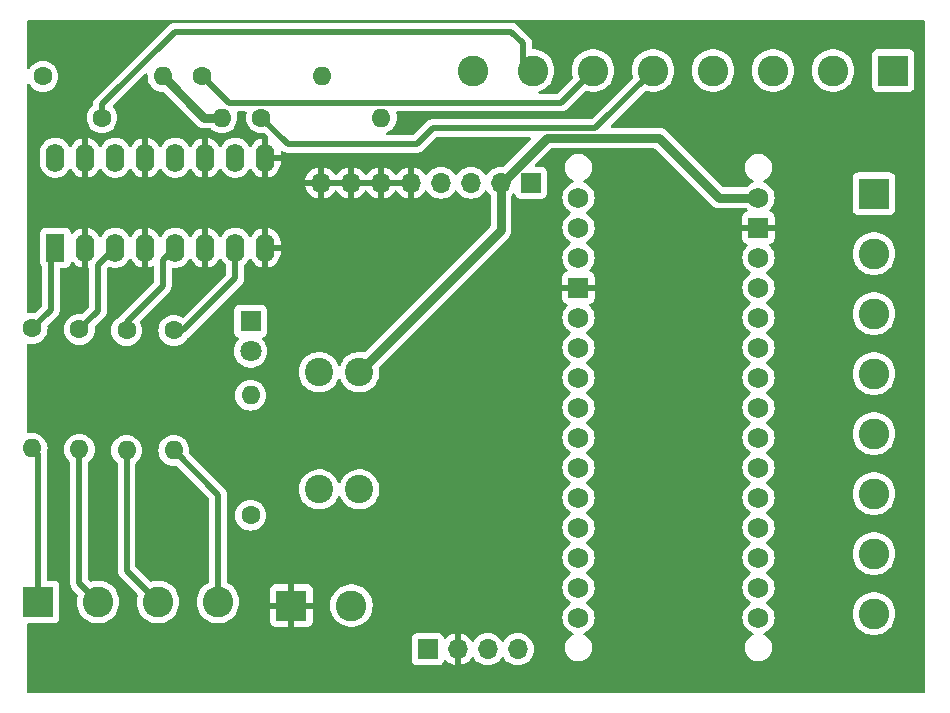
<source format=gbr>
%TF.GenerationSoftware,KiCad,Pcbnew,8.0.7*%
%TF.CreationDate,2025-01-10T10:31:37-06:00*%
%TF.ProjectId,CANBOARD_REV3,43414e42-4f41-4524-945f-524556332e6b,rev?*%
%TF.SameCoordinates,Original*%
%TF.FileFunction,Copper,L2,Bot*%
%TF.FilePolarity,Positive*%
%FSLAX46Y46*%
G04 Gerber Fmt 4.6, Leading zero omitted, Abs format (unit mm)*
G04 Created by KiCad (PCBNEW 8.0.7) date 2025-01-10 10:31:37*
%MOMM*%
%LPD*%
G01*
G04 APERTURE LIST*
%TA.AperFunction,ComponentPad*%
%ADD10C,1.600000*%
%TD*%
%TA.AperFunction,ComponentPad*%
%ADD11O,1.600000X1.600000*%
%TD*%
%TA.AperFunction,ComponentPad*%
%ADD12R,2.600000X2.600000*%
%TD*%
%TA.AperFunction,ComponentPad*%
%ADD13C,2.600000*%
%TD*%
%TA.AperFunction,ComponentPad*%
%ADD14R,1.600000X2.400000*%
%TD*%
%TA.AperFunction,ComponentPad*%
%ADD15O,1.600000X2.400000*%
%TD*%
%TA.AperFunction,ComponentPad*%
%ADD16C,1.727200*%
%TD*%
%TA.AperFunction,ComponentPad*%
%ADD17R,1.727200X1.727200*%
%TD*%
%TA.AperFunction,ComponentPad*%
%ADD18C,2.400000*%
%TD*%
%TA.AperFunction,ComponentPad*%
%ADD19R,1.700000X1.700000*%
%TD*%
%TA.AperFunction,ComponentPad*%
%ADD20O,1.700000X1.700000*%
%TD*%
%TA.AperFunction,ComponentPad*%
%ADD21R,1.800000X1.800000*%
%TD*%
%TA.AperFunction,ComponentPad*%
%ADD22C,1.800000*%
%TD*%
%TA.AperFunction,Conductor*%
%ADD23C,0.750000*%
%TD*%
%TA.AperFunction,Conductor*%
%ADD24C,0.500000*%
%TD*%
G04 APERTURE END LIST*
D10*
%TO.P,R4,1*%
%TO.N,Net-(J4-Pin_7)*%
X36955000Y-50095000D03*
D11*
%TO.P,R4,2*%
%TO.N,/Safety Circuitry/other_sw2*%
X36955000Y-60255000D03*
%TD*%
D10*
%TO.P,R5,1*%
%TO.N,Net-(J4-Pin_5)*%
X32955000Y-50095000D03*
D11*
%TO.P,R5,2*%
%TO.N,/Safety Circuitry/other_sw1*%
X32955000Y-60255000D03*
%TD*%
D10*
%TO.P,R9,1*%
%TO.N,seat_signal*%
X25875000Y-28595000D03*
D11*
%TO.P,R9,2*%
%TO.N,+3V3*%
X36035000Y-28595000D03*
%TD*%
D12*
%TO.P,J7,1,Pin_1*%
%TO.N,GND*%
X46910000Y-73400000D03*
D13*
%TO.P,J7,2,Pin_2*%
%TO.N,/Input_Power/V_in_unreg*%
X51990000Y-73400000D03*
%TD*%
D14*
%TO.P,J4,1,Pin_1*%
%TO.N,Net-(J4-Pin_1)*%
X26915000Y-43095000D03*
D15*
%TO.P,J4,2,Pin_2*%
%TO.N,GND*%
X29455000Y-43095000D03*
%TO.P,J4,3,Pin_3*%
%TO.N,Net-(J4-Pin_3)*%
X31995000Y-43095000D03*
%TO.P,J4,4,Pin_4*%
%TO.N,GND*%
X34535000Y-43095000D03*
%TO.P,J4,5,Pin_5*%
%TO.N,Net-(J4-Pin_5)*%
X37075000Y-43095000D03*
%TO.P,J4,6,Pin_6*%
%TO.N,GND*%
X39615000Y-43095000D03*
%TO.P,J4,7,Pin_7*%
%TO.N,Net-(J4-Pin_7)*%
X42155000Y-43095000D03*
%TO.P,J4,8,Pin_8*%
%TO.N,GND*%
X44695000Y-43095000D03*
%TO.P,J4,9,Pin_9*%
X44695000Y-35475000D03*
%TO.P,J4,10,Pin_10*%
%TO.N,other_sw2_sig*%
X42155000Y-35475000D03*
%TO.P,J4,11,Pin_11*%
%TO.N,GND*%
X39615000Y-35475000D03*
%TO.P,J4,12,Pin_12*%
%TO.N,other_sw1_sig*%
X37075000Y-35475000D03*
%TO.P,J4,13,Pin_13*%
%TO.N,GND*%
X34535000Y-35475000D03*
%TO.P,J4,14,Pin_14*%
%TO.N,brake_signal*%
X31995000Y-35475000D03*
%TO.P,J4,15,Pin_15*%
%TO.N,GND*%
X29455000Y-35475000D03*
%TO.P,J4,16,Pin_16*%
%TO.N,seat_signal*%
X26915000Y-35475000D03*
%TD*%
D12*
%TO.P,J8,1,Pin_1*%
%TO.N,/Safety Circuitry/seat_switch*%
X25455000Y-73095000D03*
D13*
%TO.P,J8,2,Pin_2*%
%TO.N,/Safety Circuitry/brake_switch*%
X30535000Y-73095000D03*
%TO.P,J8,3,Pin_3*%
%TO.N,/Safety Circuitry/other_sw1*%
X35615000Y-73095000D03*
%TO.P,J8,4,Pin_4*%
%TO.N,/Safety Circuitry/other_sw2*%
X40695000Y-73095000D03*
%TD*%
D10*
%TO.P,R2,1*%
%TO.N,Net-(J4-Pin_1)*%
X24955000Y-49935000D03*
D11*
%TO.P,R2,2*%
%TO.N,/Safety Circuitry/seat_switch*%
X24955000Y-60095000D03*
%TD*%
D10*
%TO.P,R7,1*%
%TO.N,other_sw1_sig*%
X39375000Y-28595000D03*
D11*
%TO.P,R7,2*%
%TO.N,+3V3*%
X49535000Y-28595000D03*
%TD*%
D10*
%TO.P,R3,1*%
%TO.N,Net-(J4-Pin_3)*%
X28955000Y-50015000D03*
D11*
%TO.P,R3,2*%
%TO.N,/Safety Circuitry/brake_switch*%
X28955000Y-60175000D03*
%TD*%
D16*
%TO.P,A1,3V3,3.3V*%
%TO.N,+3V3*%
X86455000Y-71875000D03*
%TO.P,A1,5V,5V*%
%TO.N,+5V*%
X86455000Y-46475000D03*
%TO.P,A1,A0,A0*%
%TO.N,/Arduino/A0*%
X86455000Y-66795000D03*
%TO.P,A1,A1,A1*%
%TO.N,/Arduino/A1*%
X86455000Y-64255000D03*
%TO.P,A1,A2,A2*%
%TO.N,/Arduino/A2*%
X86455000Y-61715000D03*
%TO.P,A1,A3,A3*%
%TO.N,/Arduino/A3*%
X86455000Y-59175000D03*
%TO.P,A1,A4,A4/SDA*%
%TO.N,/Arduino/A4{slash}SDA*%
X86455000Y-56635000D03*
%TO.P,A1,A5,A5/SCL*%
%TO.N,/Arduino/A5{slash}SCL*%
X86455000Y-54095000D03*
%TO.P,A1,A6,A6*%
%TO.N,/Arduino/A6*%
X86455000Y-51555000D03*
%TO.P,A1,A7,A7*%
%TO.N,/Arduino/A7*%
X86455000Y-49015000D03*
%TO.P,A1,B0,B0*%
%TO.N,unconnected-(A1-PadB0)*%
X86455000Y-69335000D03*
%TO.P,A1,B1,B1*%
%TO.N,unconnected-(A1-PadB1)*%
X86455000Y-43935000D03*
%TO.P,A1,D0,D0/RX*%
%TO.N,unconnected-(A1-D0{slash}RX-PadD0)*%
X71215000Y-41395000D03*
%TO.P,A1,D1,D1/TX*%
%TO.N,unconnected-(A1-D1{slash}TX-PadD1)*%
X71215000Y-38855000D03*
%TO.P,A1,D2,D2*%
%TO.N,seat_signal*%
X71215000Y-49015000D03*
%TO.P,A1,D3,D3*%
%TO.N,brake_signal*%
X71215000Y-51555000D03*
%TO.P,A1,D4,D4*%
%TO.N,other_sw1_sig*%
X71215000Y-54095000D03*
%TO.P,A1,D5,D5*%
%TO.N,other_sw2_sig*%
X71215000Y-56635000D03*
%TO.P,A1,D6,D6*%
%TO.N,/Arduino/D6*%
X71215000Y-59175000D03*
%TO.P,A1,D7,D7*%
%TO.N,/Arduino/D7*%
X71215000Y-61715000D03*
%TO.P,A1,D8,D8*%
%TO.N,start_sig*%
X71215000Y-64255000D03*
%TO.P,A1,D9,D9*%
%TO.N,kill_sig*%
X71215000Y-66795000D03*
%TO.P,A1,D10,D10*%
%TO.N,/Arduino/CAN_RX*%
X71215000Y-69335000D03*
%TO.P,A1,D11,D11_MOSI*%
%TO.N,/Arduino/CAN_TX*%
X71215000Y-71875000D03*
%TO.P,A1,D12,D12_MISO*%
%TO.N,unconnected-(A1-D12_MISO-PadD12)*%
X71215000Y-74415000D03*
%TO.P,A1,D13,D13_SCK*%
%TO.N,unconnected-(A1-D13_SCK-PadD13)*%
X86455000Y-74415000D03*
D17*
%TO.P,A1,GND1,GND*%
%TO.N,GND*%
X71215000Y-46475000D03*
%TO.P,A1,GND2,GND*%
X86455000Y-41395000D03*
D16*
%TO.P,A1,RST,~{RESET}*%
%TO.N,unconnected-(A1-~{RESET}-PadRST)*%
X71215000Y-43935000D03*
%TO.P,A1,VIN,VIN*%
%TO.N,VCC*%
X86455000Y-38855000D03*
%TD*%
D10*
%TO.P,R1,1*%
%TO.N,/Input_Power/V_in_unreg*%
X43455000Y-65755000D03*
D11*
%TO.P,R1,2*%
%TO.N,Net-(D1-A)*%
X43455000Y-55595000D03*
%TD*%
D18*
%TO.P,F2,1*%
%TO.N,/Input_Power/V_in_unreg*%
X49255000Y-63555000D03*
%TO.P,F2,2*%
%TO.N,VCC*%
X49255000Y-53635000D03*
%TO.P,F2,3*%
%TO.N,/Input_Power/V_in_unreg*%
X52655000Y-63555000D03*
%TO.P,F2,4*%
%TO.N,VCC*%
X52655000Y-53635000D03*
%TD*%
D19*
%TO.P,J1,1,Pin_1*%
%TO.N,+3V3*%
X58455000Y-77095000D03*
D20*
%TO.P,J1,2,Pin_2*%
%TO.N,GND*%
X60995000Y-77095000D03*
%TO.P,J1,3,Pin_3*%
%TO.N,/Arduino/CAN_RX*%
X63535000Y-77095000D03*
%TO.P,J1,4,Pin_4*%
%TO.N,/Arduino/CAN_TX*%
X66075000Y-77095000D03*
%TD*%
D12*
%TO.P,J3,1,Pin_1*%
%TO.N,kill_sig*%
X97855000Y-28095000D03*
D13*
%TO.P,J3,2,Pin_2*%
%TO.N,start_sig*%
X92775000Y-28095000D03*
%TO.P,J3,3,Pin_3*%
%TO.N,/Arduino/D7*%
X87695000Y-28095000D03*
%TO.P,J3,4,Pin_4*%
%TO.N,/Arduino/D6*%
X82615000Y-28095000D03*
%TO.P,J3,5,Pin_5*%
%TO.N,other_sw2_sig*%
X77535000Y-28095000D03*
%TO.P,J3,6,Pin_6*%
%TO.N,other_sw1_sig*%
X72455000Y-28095000D03*
%TO.P,J3,7,Pin_7*%
%TO.N,brake_signal*%
X67375000Y-28095000D03*
%TO.P,J3,8,Pin_8*%
%TO.N,seat_signal*%
X62295000Y-28095000D03*
%TD*%
D10*
%TO.P,R8,1*%
%TO.N,brake_signal*%
X30875000Y-32095000D03*
D11*
%TO.P,R8,2*%
%TO.N,+3V3*%
X41035000Y-32095000D03*
%TD*%
D10*
%TO.P,R6,1*%
%TO.N,other_sw2_sig*%
X44375000Y-32095000D03*
D11*
%TO.P,R6,2*%
%TO.N,+3V3*%
X54535000Y-32095000D03*
%TD*%
D19*
%TO.P,J6,1,Pin_1*%
%TO.N,VCC*%
X67195000Y-37595000D03*
D20*
%TO.P,J6,2,Pin_2*%
X64655000Y-37595000D03*
%TO.P,J6,3,Pin_3*%
%TO.N,+3V3*%
X62115000Y-37595000D03*
%TO.P,J6,4,Pin_4*%
X59575000Y-37595000D03*
%TO.P,J6,5,Pin_5*%
%TO.N,GND*%
X57035000Y-37595000D03*
%TO.P,J6,6,Pin_6*%
X54495000Y-37595000D03*
%TO.P,J6,7,Pin_7*%
X51955000Y-37595000D03*
%TO.P,J6,8,Pin_8*%
X49415000Y-37595000D03*
%TD*%
D21*
%TO.P,D1,1,K*%
%TO.N,VCC*%
X43455000Y-49320000D03*
D22*
%TO.P,D1,2,A*%
%TO.N,Net-(D1-A)*%
X43455000Y-51860000D03*
%TD*%
D12*
%TO.P,J2,1,Pin_1*%
%TO.N,/Arduino/A7*%
X96230000Y-38525000D03*
D13*
%TO.P,J2,2,Pin_2*%
%TO.N,/Arduino/A6*%
X96230000Y-43605000D03*
%TO.P,J2,3,Pin_3*%
%TO.N,/Arduino/A5{slash}SCL*%
X96230000Y-48685000D03*
%TO.P,J2,4,Pin_4*%
%TO.N,/Arduino/A4{slash}SDA*%
X96230000Y-53765000D03*
%TO.P,J2,5,Pin_5*%
%TO.N,/Arduino/A3*%
X96230000Y-58845000D03*
%TO.P,J2,6,Pin_6*%
%TO.N,/Arduino/A2*%
X96230000Y-63925000D03*
%TO.P,J2,7,Pin_7*%
%TO.N,/Arduino/A1*%
X96230000Y-69005000D03*
%TO.P,J2,8,Pin_8*%
%TO.N,/Arduino/A0*%
X96230000Y-74085000D03*
%TD*%
D23*
%TO.N,+3V3*%
X39535000Y-32095000D02*
X36035000Y-28595000D01*
X41035000Y-32095000D02*
X39535000Y-32095000D01*
D24*
%TO.N,brake_signal*%
X66535000Y-27255000D02*
X67375000Y-28095000D01*
X65535000Y-24805000D02*
X66535000Y-25805000D01*
X30875000Y-32095000D02*
X30875000Y-30963630D01*
X30875000Y-30963630D02*
X37033630Y-24805000D01*
X66535000Y-25805000D02*
X66535000Y-27255000D01*
X37033630Y-24805000D02*
X65535000Y-24805000D01*
%TO.N,Net-(J4-Pin_1)*%
X26535000Y-43475000D02*
X26915000Y-43095000D01*
X26535000Y-48355000D02*
X26535000Y-43475000D01*
X24955000Y-49935000D02*
X26535000Y-48355000D01*
%TO.N,Net-(J4-Pin_3)*%
X28955000Y-50015000D02*
X30535000Y-48435000D01*
X30535000Y-44555000D02*
X31995000Y-43095000D01*
X30535000Y-48435000D02*
X30535000Y-44555000D01*
%TO.N,Net-(J4-Pin_7)*%
X37745000Y-50095000D02*
X42155000Y-45685000D01*
X42155000Y-45685000D02*
X42155000Y-43095000D01*
X36955000Y-50095000D02*
X37745000Y-50095000D01*
%TO.N,/Safety Circuitry/seat_switch*%
X25455000Y-73095000D02*
X25455000Y-60595000D01*
X25455000Y-60595000D02*
X24955000Y-60095000D01*
%TO.N,/Safety Circuitry/brake_switch*%
X28955000Y-71515000D02*
X30535000Y-73095000D01*
X28955000Y-60175000D02*
X28955000Y-71515000D01*
%TO.N,Net-(J4-Pin_5)*%
X32955000Y-49385000D02*
X36035000Y-46305000D01*
X36035000Y-46305000D02*
X36035000Y-44135000D01*
X32955000Y-50095000D02*
X32955000Y-49385000D01*
X36035000Y-44135000D02*
X37075000Y-43095000D01*
%TO.N,other_sw2_sig*%
X72650000Y-32980000D02*
X77535000Y-28095000D01*
X58860000Y-32980000D02*
X72650000Y-32980000D01*
X57535000Y-34305000D02*
X58860000Y-32980000D01*
X46585000Y-34305000D02*
X57535000Y-34305000D01*
X44375000Y-32095000D02*
X46585000Y-34305000D01*
%TO.N,other_sw1_sig*%
X69745000Y-30805000D02*
X72455000Y-28095000D01*
X41585000Y-30805000D02*
X69745000Y-30805000D01*
X39375000Y-28595000D02*
X41585000Y-30805000D01*
D23*
%TO.N,VCC*%
X64655000Y-37685000D02*
X68535000Y-33805000D01*
X68535000Y-33805000D02*
X78035000Y-33805000D01*
X64655000Y-41635000D02*
X64655000Y-37595000D01*
X78035000Y-33805000D02*
X83085000Y-38855000D01*
X83085000Y-38855000D02*
X86455000Y-38855000D01*
X64655000Y-41635000D02*
X64655000Y-37685000D01*
X52655000Y-53635000D02*
X64655000Y-41635000D01*
D24*
%TO.N,/Safety Circuitry/other_sw2*%
X40695000Y-63995000D02*
X36955000Y-60255000D01*
X40695000Y-73095000D02*
X40695000Y-63995000D01*
%TO.N,/Safety Circuitry/other_sw1*%
X32955000Y-70435000D02*
X32955000Y-60255000D01*
X35615000Y-73095000D02*
X32955000Y-70435000D01*
%TD*%
%TA.AperFunction,Conductor*%
%TO.N,GND*%
G36*
X51489075Y-37402007D02*
G01*
X51455000Y-37529174D01*
X51455000Y-37660826D01*
X51489075Y-37787993D01*
X51521988Y-37845000D01*
X49848012Y-37845000D01*
X49880925Y-37787993D01*
X49915000Y-37660826D01*
X49915000Y-37529174D01*
X49880925Y-37402007D01*
X49848012Y-37345000D01*
X51521988Y-37345000D01*
X51489075Y-37402007D01*
G37*
%TD.AperFunction*%
%TA.AperFunction,Conductor*%
G36*
X54029075Y-37402007D02*
G01*
X53995000Y-37529174D01*
X53995000Y-37660826D01*
X54029075Y-37787993D01*
X54061988Y-37845000D01*
X52388012Y-37845000D01*
X52420925Y-37787993D01*
X52455000Y-37660826D01*
X52455000Y-37529174D01*
X52420925Y-37402007D01*
X52388012Y-37345000D01*
X54061988Y-37345000D01*
X54029075Y-37402007D01*
G37*
%TD.AperFunction*%
%TA.AperFunction,Conductor*%
G36*
X56569075Y-37402007D02*
G01*
X56535000Y-37529174D01*
X56535000Y-37660826D01*
X56569075Y-37787993D01*
X56601988Y-37845000D01*
X54928012Y-37845000D01*
X54960925Y-37787993D01*
X54995000Y-37660826D01*
X54995000Y-37529174D01*
X54960925Y-37402007D01*
X54928012Y-37345000D01*
X56601988Y-37345000D01*
X56569075Y-37402007D01*
G37*
%TD.AperFunction*%
%TA.AperFunction,Conductor*%
G36*
X100495727Y-23824685D02*
G01*
X100541482Y-23877489D01*
X100552687Y-23929038D01*
X100535733Y-78450659D01*
X100535039Y-80681039D01*
X100515334Y-80748072D01*
X100462515Y-80793810D01*
X100411039Y-80805000D01*
X24659000Y-80805000D01*
X24591961Y-80785315D01*
X24546206Y-80732511D01*
X24535000Y-80681000D01*
X24535000Y-76197135D01*
X57104500Y-76197135D01*
X57104500Y-77992870D01*
X57104501Y-77992876D01*
X57110908Y-78052483D01*
X57161202Y-78187328D01*
X57161206Y-78187335D01*
X57247452Y-78302544D01*
X57247455Y-78302547D01*
X57362664Y-78388793D01*
X57362671Y-78388797D01*
X57497517Y-78439091D01*
X57497516Y-78439091D01*
X57504444Y-78439835D01*
X57557127Y-78445500D01*
X59352872Y-78445499D01*
X59412483Y-78439091D01*
X59547331Y-78388796D01*
X59662546Y-78302546D01*
X59748796Y-78187331D01*
X59798002Y-78055401D01*
X59839872Y-77999468D01*
X59905337Y-77975050D01*
X59973610Y-77989901D01*
X60001865Y-78011053D01*
X60123917Y-78133105D01*
X60317421Y-78268600D01*
X60531507Y-78368429D01*
X60531516Y-78368433D01*
X60745000Y-78425634D01*
X60745000Y-77528012D01*
X60802007Y-77560925D01*
X60929174Y-77595000D01*
X61060826Y-77595000D01*
X61187993Y-77560925D01*
X61245000Y-77528012D01*
X61245000Y-78425633D01*
X61458483Y-78368433D01*
X61458492Y-78368429D01*
X61672578Y-78268600D01*
X61866082Y-78133105D01*
X62033105Y-77966082D01*
X62163119Y-77780405D01*
X62217696Y-77736781D01*
X62287195Y-77729588D01*
X62349549Y-77761110D01*
X62366269Y-77780405D01*
X62496505Y-77966401D01*
X62663599Y-78133495D01*
X62760384Y-78201265D01*
X62857165Y-78269032D01*
X62857167Y-78269033D01*
X62857170Y-78269035D01*
X63071337Y-78368903D01*
X63299592Y-78430063D01*
X63476034Y-78445500D01*
X63534999Y-78450659D01*
X63535000Y-78450659D01*
X63535001Y-78450659D01*
X63593966Y-78445500D01*
X63770408Y-78430063D01*
X63998663Y-78368903D01*
X64212830Y-78269035D01*
X64406401Y-78133495D01*
X64573495Y-77966401D01*
X64703425Y-77780842D01*
X64758002Y-77737217D01*
X64827500Y-77730023D01*
X64889855Y-77761546D01*
X64906575Y-77780842D01*
X65036500Y-77966395D01*
X65036505Y-77966401D01*
X65203599Y-78133495D01*
X65300384Y-78201265D01*
X65397165Y-78269032D01*
X65397167Y-78269033D01*
X65397170Y-78269035D01*
X65611337Y-78368903D01*
X65839592Y-78430063D01*
X66016034Y-78445500D01*
X66074999Y-78450659D01*
X66075000Y-78450659D01*
X66075001Y-78450659D01*
X66133966Y-78445500D01*
X66310408Y-78430063D01*
X66538663Y-78368903D01*
X66752830Y-78269035D01*
X66946401Y-78133495D01*
X67113495Y-77966401D01*
X67249035Y-77772830D01*
X67348903Y-77558663D01*
X67410063Y-77330408D01*
X67430659Y-77095000D01*
X67410063Y-76859592D01*
X67348903Y-76631337D01*
X67249035Y-76417171D01*
X67243731Y-76409595D01*
X67113494Y-76223597D01*
X66946402Y-76056506D01*
X66946395Y-76056501D01*
X66752834Y-75920967D01*
X66752830Y-75920965D01*
X66726950Y-75908897D01*
X66538663Y-75821097D01*
X66538659Y-75821096D01*
X66538655Y-75821094D01*
X66310413Y-75759938D01*
X66310403Y-75759936D01*
X66075001Y-75739341D01*
X66074999Y-75739341D01*
X65839596Y-75759936D01*
X65839586Y-75759938D01*
X65611344Y-75821094D01*
X65611335Y-75821098D01*
X65397171Y-75920964D01*
X65397169Y-75920965D01*
X65203597Y-76056505D01*
X65036505Y-76223597D01*
X64906575Y-76409158D01*
X64851998Y-76452783D01*
X64782500Y-76459977D01*
X64720145Y-76428454D01*
X64703425Y-76409158D01*
X64573494Y-76223597D01*
X64406402Y-76056506D01*
X64406395Y-76056501D01*
X64212834Y-75920967D01*
X64212830Y-75920965D01*
X64186950Y-75908897D01*
X63998663Y-75821097D01*
X63998659Y-75821096D01*
X63998655Y-75821094D01*
X63770413Y-75759938D01*
X63770403Y-75759936D01*
X63535001Y-75739341D01*
X63534999Y-75739341D01*
X63299596Y-75759936D01*
X63299586Y-75759938D01*
X63071344Y-75821094D01*
X63071335Y-75821098D01*
X62857171Y-75920964D01*
X62857169Y-75920965D01*
X62663597Y-76056505D01*
X62496508Y-76223594D01*
X62366269Y-76409595D01*
X62311692Y-76453219D01*
X62242193Y-76460412D01*
X62179839Y-76428890D01*
X62163119Y-76409594D01*
X62033113Y-76223926D01*
X62033108Y-76223920D01*
X61866082Y-76056894D01*
X61672578Y-75921399D01*
X61458492Y-75821570D01*
X61458486Y-75821567D01*
X61245000Y-75764364D01*
X61245000Y-76661988D01*
X61187993Y-76629075D01*
X61060826Y-76595000D01*
X60929174Y-76595000D01*
X60802007Y-76629075D01*
X60745000Y-76661988D01*
X60745000Y-75764364D01*
X60744999Y-75764364D01*
X60531513Y-75821567D01*
X60531507Y-75821570D01*
X60317422Y-75921399D01*
X60317420Y-75921400D01*
X60123926Y-76056886D01*
X60001865Y-76178947D01*
X59940542Y-76212431D01*
X59870850Y-76207447D01*
X59814917Y-76165575D01*
X59798002Y-76134598D01*
X59748797Y-76002671D01*
X59748793Y-76002664D01*
X59662547Y-75887455D01*
X59662544Y-75887452D01*
X59547335Y-75801206D01*
X59547328Y-75801202D01*
X59412482Y-75750908D01*
X59412483Y-75750908D01*
X59352883Y-75744501D01*
X59352881Y-75744500D01*
X59352873Y-75744500D01*
X59352864Y-75744500D01*
X57557129Y-75744500D01*
X57557123Y-75744501D01*
X57497516Y-75750908D01*
X57362671Y-75801202D01*
X57362664Y-75801206D01*
X57247455Y-75887452D01*
X57247452Y-75887455D01*
X57161206Y-76002664D01*
X57161202Y-76002671D01*
X57110908Y-76137517D01*
X57104501Y-76197116D01*
X57104500Y-76197135D01*
X24535000Y-76197135D01*
X24535000Y-75019499D01*
X24554685Y-74952460D01*
X24607489Y-74906705D01*
X24658996Y-74895499D01*
X26802872Y-74895499D01*
X26862483Y-74889091D01*
X26997331Y-74838796D01*
X27112546Y-74752546D01*
X27198796Y-74637331D01*
X27249091Y-74502483D01*
X27255500Y-74442873D01*
X27255499Y-71747128D01*
X27249091Y-71687517D01*
X27247542Y-71683365D01*
X27198797Y-71552671D01*
X27198793Y-71552664D01*
X27112547Y-71437455D01*
X27112544Y-71437452D01*
X26997335Y-71351206D01*
X26997328Y-71351202D01*
X26862482Y-71300908D01*
X26862483Y-71300908D01*
X26802883Y-71294501D01*
X26802881Y-71294500D01*
X26802873Y-71294500D01*
X26802865Y-71294500D01*
X26329500Y-71294500D01*
X26262461Y-71274815D01*
X26216706Y-71222011D01*
X26205500Y-71170500D01*
X26205500Y-60521080D01*
X26203348Y-60510264D01*
X26205188Y-60453976D01*
X26240635Y-60321692D01*
X26253469Y-60174998D01*
X27649532Y-60174998D01*
X27649532Y-60175001D01*
X27669364Y-60401686D01*
X27669366Y-60401697D01*
X27728258Y-60621488D01*
X27728261Y-60621497D01*
X27824431Y-60827732D01*
X27824432Y-60827734D01*
X27954954Y-61014141D01*
X28115859Y-61175046D01*
X28151621Y-61200086D01*
X28195247Y-61254662D01*
X28204500Y-61301662D01*
X28204500Y-71588918D01*
X28204500Y-71588920D01*
X28204499Y-71588920D01*
X28233340Y-71733907D01*
X28233343Y-71733917D01*
X28289914Y-71870492D01*
X28322812Y-71919727D01*
X28322813Y-71919730D01*
X28372046Y-71993414D01*
X28372052Y-71993421D01*
X28789397Y-72410766D01*
X28822882Y-72472089D01*
X28817898Y-72541781D01*
X28817146Y-72543745D01*
X28809667Y-72562802D01*
X28809663Y-72562816D01*
X28749616Y-72825898D01*
X28729451Y-73094995D01*
X28729451Y-73095004D01*
X28749616Y-73364101D01*
X28809664Y-73627188D01*
X28809666Y-73627195D01*
X28908257Y-73878398D01*
X29043185Y-74112102D01*
X29105076Y-74189710D01*
X29211442Y-74323089D01*
X29398183Y-74496358D01*
X29409259Y-74506635D01*
X29632226Y-74658651D01*
X29875359Y-74775738D01*
X30133228Y-74855280D01*
X30133229Y-74855280D01*
X30133232Y-74855281D01*
X30400063Y-74895499D01*
X30400068Y-74895499D01*
X30400071Y-74895500D01*
X30400072Y-74895500D01*
X30669928Y-74895500D01*
X30669929Y-74895500D01*
X30669936Y-74895499D01*
X30936767Y-74855281D01*
X30936768Y-74855280D01*
X30936772Y-74855280D01*
X31194641Y-74775738D01*
X31437775Y-74658651D01*
X31660741Y-74506635D01*
X31858561Y-74323085D01*
X32026815Y-74112102D01*
X32161743Y-73878398D01*
X32260334Y-73627195D01*
X32320383Y-73364103D01*
X32328630Y-73254055D01*
X32340549Y-73095004D01*
X32340549Y-73094995D01*
X32320383Y-72825898D01*
X32295237Y-72715727D01*
X32260334Y-72562805D01*
X32161743Y-72311602D01*
X32026815Y-72077898D01*
X31858561Y-71866915D01*
X31858560Y-71866914D01*
X31858557Y-71866910D01*
X31660741Y-71683365D01*
X31611374Y-71649707D01*
X31437775Y-71531349D01*
X31437769Y-71531346D01*
X31437768Y-71531345D01*
X31437767Y-71531344D01*
X31194643Y-71414263D01*
X31194645Y-71414263D01*
X30936773Y-71334720D01*
X30936767Y-71334718D01*
X30669936Y-71294500D01*
X30669929Y-71294500D01*
X30400071Y-71294500D01*
X30400063Y-71294500D01*
X30133232Y-71334718D01*
X30133222Y-71334721D01*
X29977532Y-71382744D01*
X29907669Y-71383694D01*
X29853302Y-71351934D01*
X29741819Y-71240451D01*
X29708334Y-71179128D01*
X29705500Y-71152770D01*
X29705500Y-61301662D01*
X29725185Y-61234623D01*
X29758379Y-61200086D01*
X29794140Y-61175046D01*
X29955045Y-61014141D01*
X29955047Y-61014139D01*
X30085568Y-60827734D01*
X30181739Y-60621496D01*
X30240635Y-60401692D01*
X30253469Y-60254998D01*
X31649532Y-60254998D01*
X31649532Y-60255001D01*
X31669364Y-60481686D01*
X31669366Y-60481697D01*
X31728258Y-60701488D01*
X31728261Y-60701497D01*
X31824431Y-60907732D01*
X31824432Y-60907734D01*
X31954954Y-61094141D01*
X32115859Y-61255046D01*
X32151621Y-61280086D01*
X32195247Y-61334662D01*
X32204500Y-61381662D01*
X32204500Y-70508918D01*
X32204500Y-70508920D01*
X32204499Y-70508920D01*
X32233340Y-70653907D01*
X32233343Y-70653917D01*
X32289912Y-70790488D01*
X32289918Y-70790499D01*
X32299939Y-70805495D01*
X32299941Y-70805500D01*
X32372046Y-70913414D01*
X32372052Y-70913421D01*
X33869397Y-72410766D01*
X33902882Y-72472089D01*
X33897898Y-72541781D01*
X33897146Y-72543745D01*
X33889667Y-72562802D01*
X33889663Y-72562816D01*
X33829616Y-72825898D01*
X33809451Y-73094995D01*
X33809451Y-73095004D01*
X33829616Y-73364101D01*
X33889664Y-73627188D01*
X33889666Y-73627195D01*
X33988257Y-73878398D01*
X34123185Y-74112102D01*
X34185076Y-74189710D01*
X34291442Y-74323089D01*
X34478183Y-74496358D01*
X34489259Y-74506635D01*
X34712226Y-74658651D01*
X34955359Y-74775738D01*
X35213228Y-74855280D01*
X35213229Y-74855280D01*
X35213232Y-74855281D01*
X35480063Y-74895499D01*
X35480068Y-74895499D01*
X35480071Y-74895500D01*
X35480072Y-74895500D01*
X35749928Y-74895500D01*
X35749929Y-74895500D01*
X35749936Y-74895499D01*
X36016767Y-74855281D01*
X36016768Y-74855280D01*
X36016772Y-74855280D01*
X36274641Y-74775738D01*
X36517775Y-74658651D01*
X36740741Y-74506635D01*
X36938561Y-74323085D01*
X37106815Y-74112102D01*
X37241743Y-73878398D01*
X37340334Y-73627195D01*
X37400383Y-73364103D01*
X37408630Y-73254055D01*
X37420549Y-73095004D01*
X37420549Y-73094995D01*
X37400383Y-72825898D01*
X37375237Y-72715727D01*
X37340334Y-72562805D01*
X37241743Y-72311602D01*
X37106815Y-72077898D01*
X36938561Y-71866915D01*
X36938560Y-71866914D01*
X36938557Y-71866910D01*
X36740741Y-71683365D01*
X36691374Y-71649707D01*
X36517775Y-71531349D01*
X36517769Y-71531346D01*
X36517768Y-71531345D01*
X36517767Y-71531344D01*
X36274643Y-71414263D01*
X36274645Y-71414263D01*
X36016773Y-71334720D01*
X36016767Y-71334718D01*
X35749936Y-71294500D01*
X35749929Y-71294500D01*
X35480071Y-71294500D01*
X35480063Y-71294500D01*
X35213232Y-71334718D01*
X35213222Y-71334721D01*
X35057532Y-71382744D01*
X34987669Y-71383694D01*
X34933302Y-71351934D01*
X33741819Y-70160451D01*
X33708334Y-70099128D01*
X33705500Y-70072770D01*
X33705500Y-61381662D01*
X33725185Y-61314623D01*
X33758379Y-61280086D01*
X33794140Y-61255046D01*
X33955045Y-61094141D01*
X33955047Y-61094139D01*
X34085568Y-60907734D01*
X34181739Y-60701496D01*
X34240635Y-60481692D01*
X34260468Y-60255000D01*
X34260468Y-60254998D01*
X35649532Y-60254998D01*
X35649532Y-60255001D01*
X35669364Y-60481686D01*
X35669366Y-60481697D01*
X35728258Y-60701488D01*
X35728261Y-60701497D01*
X35824431Y-60907732D01*
X35824432Y-60907734D01*
X35954954Y-61094141D01*
X36115858Y-61255045D01*
X36115861Y-61255047D01*
X36302266Y-61385568D01*
X36508504Y-61481739D01*
X36728308Y-61540635D01*
X36890230Y-61554801D01*
X36954998Y-61560468D01*
X36955000Y-61560468D01*
X36955001Y-61560468D01*
X36975062Y-61558712D01*
X37121861Y-61545869D01*
X37190359Y-61559635D01*
X37220348Y-61581716D01*
X39908181Y-64269549D01*
X39941666Y-64330872D01*
X39944500Y-64357230D01*
X39944500Y-71380102D01*
X39924815Y-71447141D01*
X39874303Y-71491821D01*
X39792235Y-71531344D01*
X39792232Y-71531345D01*
X39569258Y-71683365D01*
X39371442Y-71866910D01*
X39203185Y-72077898D01*
X39068258Y-72311599D01*
X39068256Y-72311603D01*
X38969666Y-72562804D01*
X38969664Y-72562811D01*
X38909616Y-72825898D01*
X38889451Y-73094995D01*
X38889451Y-73095004D01*
X38909616Y-73364101D01*
X38969664Y-73627188D01*
X38969666Y-73627195D01*
X39068257Y-73878398D01*
X39203185Y-74112102D01*
X39265076Y-74189710D01*
X39371442Y-74323089D01*
X39558183Y-74496358D01*
X39569259Y-74506635D01*
X39792226Y-74658651D01*
X40035359Y-74775738D01*
X40293228Y-74855280D01*
X40293229Y-74855280D01*
X40293232Y-74855281D01*
X40560063Y-74895499D01*
X40560068Y-74895499D01*
X40560071Y-74895500D01*
X40560072Y-74895500D01*
X40829928Y-74895500D01*
X40829929Y-74895500D01*
X40829936Y-74895499D01*
X41096767Y-74855281D01*
X41096768Y-74855280D01*
X41096772Y-74855280D01*
X41354641Y-74775738D01*
X41597775Y-74658651D01*
X41820741Y-74506635D01*
X42018561Y-74323085D01*
X42186815Y-74112102D01*
X42321743Y-73878398D01*
X42420334Y-73627195D01*
X42480383Y-73364103D01*
X42488630Y-73254055D01*
X42500549Y-73095004D01*
X42500549Y-73094995D01*
X42480383Y-72825898D01*
X42455237Y-72715727D01*
X42420334Y-72562805D01*
X42321743Y-72311602D01*
X42186815Y-72077898D01*
X42166286Y-72052155D01*
X45110000Y-72052155D01*
X45110000Y-73150000D01*
X46309999Y-73150000D01*
X46284979Y-73210402D01*
X46260000Y-73335981D01*
X46260000Y-73464019D01*
X46284979Y-73589598D01*
X46309999Y-73650000D01*
X45110000Y-73650000D01*
X45110000Y-74747844D01*
X45116401Y-74807372D01*
X45116403Y-74807379D01*
X45166645Y-74942086D01*
X45166649Y-74942093D01*
X45252809Y-75057187D01*
X45252812Y-75057190D01*
X45367906Y-75143350D01*
X45367913Y-75143354D01*
X45502620Y-75193596D01*
X45502627Y-75193598D01*
X45562155Y-75199999D01*
X45562172Y-75200000D01*
X46660000Y-75200000D01*
X46660000Y-74000001D01*
X46720402Y-74025021D01*
X46845981Y-74050000D01*
X46974019Y-74050000D01*
X47099598Y-74025021D01*
X47160000Y-74000001D01*
X47160000Y-75200000D01*
X48257828Y-75200000D01*
X48257844Y-75199999D01*
X48317372Y-75193598D01*
X48317379Y-75193596D01*
X48452086Y-75143354D01*
X48452093Y-75143350D01*
X48567187Y-75057190D01*
X48567190Y-75057187D01*
X48653350Y-74942093D01*
X48653354Y-74942086D01*
X48703596Y-74807379D01*
X48703598Y-74807372D01*
X48709999Y-74747844D01*
X48710000Y-74747827D01*
X48710000Y-73650000D01*
X47510001Y-73650000D01*
X47535021Y-73589598D01*
X47560000Y-73464019D01*
X47560000Y-73399995D01*
X50184451Y-73399995D01*
X50184451Y-73400004D01*
X50204616Y-73669101D01*
X50264664Y-73932188D01*
X50264666Y-73932195D01*
X50310901Y-74050000D01*
X50363257Y-74183398D01*
X50498185Y-74417102D01*
X50634080Y-74587509D01*
X50666442Y-74628089D01*
X50800574Y-74752544D01*
X50864259Y-74811635D01*
X51087226Y-74963651D01*
X51330359Y-75080738D01*
X51588228Y-75160280D01*
X51588229Y-75160280D01*
X51588232Y-75160281D01*
X51855063Y-75200499D01*
X51855068Y-75200499D01*
X51855071Y-75200500D01*
X51855072Y-75200500D01*
X52124928Y-75200500D01*
X52124929Y-75200500D01*
X52124936Y-75200499D01*
X52391767Y-75160281D01*
X52391768Y-75160280D01*
X52391772Y-75160280D01*
X52649641Y-75080738D01*
X52892775Y-74963651D01*
X53115741Y-74811635D01*
X53280614Y-74658655D01*
X53313557Y-74628089D01*
X53313557Y-74628087D01*
X53313561Y-74628085D01*
X53481815Y-74417102D01*
X53616743Y-74183398D01*
X53715334Y-73932195D01*
X53775383Y-73669103D01*
X53790752Y-73464019D01*
X53795549Y-73400004D01*
X53795549Y-73399995D01*
X53777068Y-73153382D01*
X53775383Y-73130897D01*
X53715334Y-72867805D01*
X53616743Y-72616602D01*
X53481815Y-72382898D01*
X53313561Y-72171915D01*
X53313560Y-72171914D01*
X53313557Y-72171910D01*
X53115741Y-71988365D01*
X53015072Y-71919730D01*
X52892775Y-71836349D01*
X52892769Y-71836346D01*
X52892768Y-71836345D01*
X52892767Y-71836344D01*
X52649643Y-71719263D01*
X52649645Y-71719263D01*
X52391773Y-71639720D01*
X52391767Y-71639718D01*
X52124936Y-71599500D01*
X52124929Y-71599500D01*
X51855071Y-71599500D01*
X51855063Y-71599500D01*
X51588232Y-71639718D01*
X51588226Y-71639720D01*
X51330358Y-71719262D01*
X51087230Y-71836346D01*
X50864258Y-71988365D01*
X50666442Y-72171910D01*
X50498185Y-72382898D01*
X50363258Y-72616599D01*
X50363256Y-72616603D01*
X50264666Y-72867804D01*
X50264664Y-72867811D01*
X50204616Y-73130898D01*
X50184451Y-73399995D01*
X47560000Y-73399995D01*
X47560000Y-73335981D01*
X47535021Y-73210402D01*
X47510001Y-73150000D01*
X48710000Y-73150000D01*
X48710000Y-72052172D01*
X48709999Y-72052155D01*
X48703598Y-71992627D01*
X48703596Y-71992620D01*
X48653354Y-71857913D01*
X48653350Y-71857906D01*
X48567190Y-71742812D01*
X48567187Y-71742809D01*
X48452093Y-71656649D01*
X48452086Y-71656645D01*
X48317379Y-71606403D01*
X48317372Y-71606401D01*
X48257844Y-71600000D01*
X47160000Y-71600000D01*
X47160000Y-72799998D01*
X47099598Y-72774979D01*
X46974019Y-72750000D01*
X46845981Y-72750000D01*
X46720402Y-72774979D01*
X46660000Y-72799998D01*
X46660000Y-71600000D01*
X45562155Y-71600000D01*
X45502627Y-71606401D01*
X45502620Y-71606403D01*
X45367913Y-71656645D01*
X45367906Y-71656649D01*
X45252812Y-71742809D01*
X45252809Y-71742812D01*
X45166649Y-71857906D01*
X45166645Y-71857913D01*
X45116403Y-71992620D01*
X45116401Y-71992627D01*
X45110000Y-72052155D01*
X42166286Y-72052155D01*
X42018561Y-71866915D01*
X42018560Y-71866914D01*
X42018557Y-71866910D01*
X41820741Y-71683365D01*
X41756723Y-71639718D01*
X41597775Y-71531349D01*
X41597772Y-71531348D01*
X41597770Y-71531346D01*
X41515698Y-71491822D01*
X41463838Y-71444999D01*
X41445500Y-71380102D01*
X41445500Y-65754998D01*
X42149532Y-65754998D01*
X42149532Y-65755001D01*
X42169364Y-65981686D01*
X42169366Y-65981697D01*
X42228258Y-66201488D01*
X42228261Y-66201497D01*
X42324431Y-66407732D01*
X42324432Y-66407734D01*
X42454954Y-66594141D01*
X42615858Y-66755045D01*
X42615861Y-66755047D01*
X42802266Y-66885568D01*
X43008504Y-66981739D01*
X43228308Y-67040635D01*
X43390230Y-67054801D01*
X43454998Y-67060468D01*
X43455000Y-67060468D01*
X43455002Y-67060468D01*
X43511673Y-67055509D01*
X43681692Y-67040635D01*
X43901496Y-66981739D01*
X44107734Y-66885568D01*
X44294139Y-66755047D01*
X44455047Y-66594139D01*
X44585568Y-66407734D01*
X44681739Y-66201496D01*
X44740635Y-65981692D01*
X44760468Y-65755000D01*
X44740635Y-65528308D01*
X44681739Y-65308504D01*
X44585568Y-65102266D01*
X44455047Y-64915861D01*
X44455045Y-64915858D01*
X44294141Y-64754954D01*
X44107734Y-64624432D01*
X44107732Y-64624431D01*
X43901497Y-64528261D01*
X43901488Y-64528258D01*
X43681697Y-64469366D01*
X43681693Y-64469365D01*
X43681692Y-64469365D01*
X43681691Y-64469364D01*
X43681686Y-64469364D01*
X43455002Y-64449532D01*
X43454998Y-64449532D01*
X43228313Y-64469364D01*
X43228302Y-64469366D01*
X43008511Y-64528258D01*
X43008502Y-64528261D01*
X42802267Y-64624431D01*
X42802265Y-64624432D01*
X42615858Y-64754954D01*
X42454954Y-64915858D01*
X42324432Y-65102265D01*
X42324431Y-65102267D01*
X42228261Y-65308502D01*
X42228258Y-65308511D01*
X42169366Y-65528302D01*
X42169364Y-65528313D01*
X42149532Y-65754998D01*
X41445500Y-65754998D01*
X41445500Y-63921080D01*
X41433257Y-63859535D01*
X41433257Y-63859534D01*
X41416659Y-63776088D01*
X41367476Y-63657352D01*
X41360084Y-63639505D01*
X41303620Y-63555000D01*
X41303617Y-63554995D01*
X47549732Y-63554995D01*
X47549732Y-63555001D01*
X47568777Y-63809154D01*
X47619117Y-64029710D01*
X47625492Y-64057637D01*
X47718607Y-64294888D01*
X47846041Y-64515612D01*
X48004950Y-64714877D01*
X48191783Y-64888232D01*
X48402366Y-65031805D01*
X48402371Y-65031807D01*
X48402372Y-65031808D01*
X48402373Y-65031809D01*
X48524328Y-65090538D01*
X48631992Y-65142387D01*
X48631993Y-65142387D01*
X48631996Y-65142389D01*
X48875542Y-65217513D01*
X49127565Y-65255500D01*
X49382435Y-65255500D01*
X49634458Y-65217513D01*
X49878004Y-65142389D01*
X50107634Y-65031805D01*
X50318217Y-64888232D01*
X50505050Y-64714877D01*
X50663959Y-64515612D01*
X50791393Y-64294888D01*
X50839572Y-64172128D01*
X50882388Y-64116917D01*
X50948258Y-64093616D01*
X51016269Y-64109627D01*
X51064827Y-64159865D01*
X51070425Y-64172123D01*
X51118607Y-64294888D01*
X51246041Y-64515612D01*
X51404950Y-64714877D01*
X51591783Y-64888232D01*
X51802366Y-65031805D01*
X51802371Y-65031807D01*
X51802372Y-65031808D01*
X51802373Y-65031809D01*
X51924328Y-65090538D01*
X52031992Y-65142387D01*
X52031993Y-65142387D01*
X52031996Y-65142389D01*
X52275542Y-65217513D01*
X52527565Y-65255500D01*
X52782435Y-65255500D01*
X53034458Y-65217513D01*
X53278004Y-65142389D01*
X53507634Y-65031805D01*
X53718217Y-64888232D01*
X53905050Y-64714877D01*
X54063959Y-64515612D01*
X54191393Y-64294888D01*
X54284508Y-64057637D01*
X54341222Y-63809157D01*
X54360268Y-63555000D01*
X54341222Y-63300843D01*
X54284508Y-63052363D01*
X54191393Y-62815112D01*
X54063959Y-62594388D01*
X53905050Y-62395123D01*
X53718217Y-62221768D01*
X53507634Y-62078195D01*
X53507630Y-62078193D01*
X53507627Y-62078191D01*
X53507626Y-62078190D01*
X53278006Y-61967612D01*
X53278008Y-61967612D01*
X53034466Y-61892489D01*
X53034462Y-61892488D01*
X53034458Y-61892487D01*
X52913231Y-61874214D01*
X52782440Y-61854500D01*
X52782435Y-61854500D01*
X52527565Y-61854500D01*
X52527559Y-61854500D01*
X52370609Y-61878157D01*
X52275542Y-61892487D01*
X52275539Y-61892488D01*
X52275533Y-61892489D01*
X52031992Y-61967612D01*
X51802373Y-62078190D01*
X51802372Y-62078191D01*
X51591782Y-62221768D01*
X51404952Y-62395121D01*
X51404950Y-62395123D01*
X51246041Y-62594388D01*
X51118608Y-62815109D01*
X51070428Y-62937869D01*
X51027612Y-62993082D01*
X50961742Y-63016383D01*
X50893731Y-63000372D01*
X50845173Y-62950134D01*
X50839572Y-62937869D01*
X50809361Y-62860894D01*
X50791393Y-62815112D01*
X50663959Y-62594388D01*
X50505050Y-62395123D01*
X50318217Y-62221768D01*
X50107634Y-62078195D01*
X50107630Y-62078193D01*
X50107627Y-62078191D01*
X50107626Y-62078190D01*
X49878006Y-61967612D01*
X49878008Y-61967612D01*
X49634466Y-61892489D01*
X49634462Y-61892488D01*
X49634458Y-61892487D01*
X49513231Y-61874214D01*
X49382440Y-61854500D01*
X49382435Y-61854500D01*
X49127565Y-61854500D01*
X49127559Y-61854500D01*
X48970609Y-61878157D01*
X48875542Y-61892487D01*
X48875539Y-61892488D01*
X48875533Y-61892489D01*
X48631992Y-61967612D01*
X48402373Y-62078190D01*
X48402372Y-62078191D01*
X48191782Y-62221768D01*
X48004952Y-62395121D01*
X48004950Y-62395123D01*
X47846041Y-62594388D01*
X47718608Y-62815109D01*
X47625492Y-63052362D01*
X47625490Y-63052369D01*
X47568777Y-63300845D01*
X47549732Y-63554995D01*
X41303617Y-63554995D01*
X41277952Y-63516584D01*
X38281716Y-60520348D01*
X38248231Y-60459025D01*
X38245869Y-60421863D01*
X38260468Y-60255000D01*
X38240635Y-60028308D01*
X38181739Y-59808504D01*
X38085568Y-59602266D01*
X37955047Y-59415861D01*
X37955045Y-59415858D01*
X37794141Y-59254954D01*
X37607734Y-59124432D01*
X37607732Y-59124431D01*
X37401497Y-59028261D01*
X37401488Y-59028258D01*
X37181697Y-58969366D01*
X37181693Y-58969365D01*
X37181692Y-58969365D01*
X37181691Y-58969364D01*
X37181686Y-58969364D01*
X36955002Y-58949532D01*
X36954998Y-58949532D01*
X36728313Y-58969364D01*
X36728302Y-58969366D01*
X36508511Y-59028258D01*
X36508502Y-59028261D01*
X36302267Y-59124431D01*
X36302265Y-59124432D01*
X36115858Y-59254954D01*
X35954954Y-59415858D01*
X35824432Y-59602265D01*
X35824431Y-59602267D01*
X35728261Y-59808502D01*
X35728258Y-59808511D01*
X35669366Y-60028302D01*
X35669364Y-60028313D01*
X35649532Y-60254998D01*
X34260468Y-60254998D01*
X34240635Y-60028308D01*
X34181739Y-59808504D01*
X34085568Y-59602266D01*
X33955047Y-59415861D01*
X33955045Y-59415858D01*
X33794141Y-59254954D01*
X33607734Y-59124432D01*
X33607732Y-59124431D01*
X33401497Y-59028261D01*
X33401488Y-59028258D01*
X33181697Y-58969366D01*
X33181693Y-58969365D01*
X33181692Y-58969365D01*
X33181691Y-58969364D01*
X33181686Y-58969364D01*
X32955002Y-58949532D01*
X32954998Y-58949532D01*
X32728313Y-58969364D01*
X32728302Y-58969366D01*
X32508511Y-59028258D01*
X32508502Y-59028261D01*
X32302267Y-59124431D01*
X32302265Y-59124432D01*
X32115858Y-59254954D01*
X31954954Y-59415858D01*
X31824432Y-59602265D01*
X31824431Y-59602267D01*
X31728261Y-59808502D01*
X31728258Y-59808511D01*
X31669366Y-60028302D01*
X31669364Y-60028313D01*
X31649532Y-60254998D01*
X30253469Y-60254998D01*
X30260468Y-60175000D01*
X30240635Y-59948308D01*
X30181739Y-59728504D01*
X30085568Y-59522266D01*
X29955047Y-59335861D01*
X29955045Y-59335858D01*
X29794141Y-59174954D01*
X29607734Y-59044432D01*
X29607732Y-59044431D01*
X29401497Y-58948261D01*
X29401488Y-58948258D01*
X29181697Y-58889366D01*
X29181693Y-58889365D01*
X29181692Y-58889365D01*
X29181691Y-58889364D01*
X29181686Y-58889364D01*
X28955002Y-58869532D01*
X28954998Y-58869532D01*
X28728313Y-58889364D01*
X28728302Y-58889366D01*
X28508511Y-58948258D01*
X28508502Y-58948261D01*
X28302267Y-59044431D01*
X28302265Y-59044432D01*
X28115858Y-59174954D01*
X27954954Y-59335858D01*
X27824432Y-59522265D01*
X27824431Y-59522267D01*
X27728261Y-59728502D01*
X27728258Y-59728511D01*
X27669366Y-59948302D01*
X27669364Y-59948313D01*
X27649532Y-60174998D01*
X26253469Y-60174998D01*
X26260468Y-60095000D01*
X26240635Y-59868308D01*
X26181739Y-59648504D01*
X26085568Y-59442266D01*
X25955047Y-59255861D01*
X25955045Y-59255858D01*
X25794141Y-59094954D01*
X25607734Y-58964432D01*
X25607732Y-58964431D01*
X25401497Y-58868261D01*
X25401488Y-58868258D01*
X25181697Y-58809366D01*
X25181693Y-58809365D01*
X25181692Y-58809365D01*
X25181691Y-58809364D01*
X25181686Y-58809364D01*
X24955002Y-58789532D01*
X24954998Y-58789532D01*
X24728313Y-58809364D01*
X24728296Y-58809367D01*
X24691091Y-58819336D01*
X24621242Y-58817672D01*
X24563380Y-58778509D01*
X24535877Y-58714280D01*
X24535000Y-58699561D01*
X24535000Y-55594998D01*
X42149532Y-55594998D01*
X42149532Y-55595001D01*
X42169364Y-55821686D01*
X42169366Y-55821697D01*
X42228258Y-56041488D01*
X42228261Y-56041497D01*
X42324431Y-56247732D01*
X42324432Y-56247734D01*
X42454954Y-56434141D01*
X42615858Y-56595045D01*
X42615861Y-56595047D01*
X42802266Y-56725568D01*
X43008504Y-56821739D01*
X43228308Y-56880635D01*
X43390230Y-56894801D01*
X43454998Y-56900468D01*
X43455000Y-56900468D01*
X43455002Y-56900468D01*
X43511673Y-56895509D01*
X43681692Y-56880635D01*
X43901496Y-56821739D01*
X44107734Y-56725568D01*
X44294139Y-56595047D01*
X44455047Y-56434139D01*
X44585568Y-56247734D01*
X44681739Y-56041496D01*
X44740635Y-55821692D01*
X44760468Y-55595000D01*
X44740635Y-55368308D01*
X44681739Y-55148504D01*
X44585568Y-54942266D01*
X44455047Y-54755861D01*
X44455045Y-54755858D01*
X44294141Y-54594954D01*
X44107734Y-54464432D01*
X44107732Y-54464431D01*
X43901497Y-54368261D01*
X43901488Y-54368258D01*
X43681697Y-54309366D01*
X43681693Y-54309365D01*
X43681692Y-54309365D01*
X43681691Y-54309364D01*
X43681686Y-54309364D01*
X43455002Y-54289532D01*
X43454998Y-54289532D01*
X43228313Y-54309364D01*
X43228302Y-54309366D01*
X43008511Y-54368258D01*
X43008502Y-54368261D01*
X42802267Y-54464431D01*
X42802265Y-54464432D01*
X42615858Y-54594954D01*
X42454954Y-54755858D01*
X42324432Y-54942265D01*
X42324431Y-54942267D01*
X42228261Y-55148502D01*
X42228258Y-55148511D01*
X42169366Y-55368302D01*
X42169364Y-55368313D01*
X42149532Y-55594998D01*
X24535000Y-55594998D01*
X24535000Y-51859993D01*
X42049700Y-51859993D01*
X42049700Y-51860006D01*
X42068864Y-52091297D01*
X42068866Y-52091308D01*
X42125842Y-52316300D01*
X42219075Y-52528848D01*
X42346016Y-52723147D01*
X42346019Y-52723151D01*
X42346021Y-52723153D01*
X42503216Y-52893913D01*
X42503219Y-52893915D01*
X42503222Y-52893918D01*
X42686365Y-53036464D01*
X42686371Y-53036468D01*
X42686374Y-53036470D01*
X42890497Y-53146936D01*
X43004487Y-53186068D01*
X43110015Y-53222297D01*
X43110017Y-53222297D01*
X43110019Y-53222298D01*
X43338951Y-53260500D01*
X43338952Y-53260500D01*
X43571048Y-53260500D01*
X43571049Y-53260500D01*
X43799981Y-53222298D01*
X44019503Y-53146936D01*
X44223626Y-53036470D01*
X44406784Y-52893913D01*
X44563979Y-52723153D01*
X44690924Y-52528849D01*
X44784157Y-52316300D01*
X44841134Y-52091305D01*
X44841718Y-52084262D01*
X44860300Y-51860006D01*
X44860300Y-51859993D01*
X44841135Y-51628702D01*
X44841133Y-51628691D01*
X44784157Y-51403699D01*
X44690924Y-51191151D01*
X44563983Y-50996852D01*
X44563980Y-50996849D01*
X44563979Y-50996847D01*
X44469195Y-50893884D01*
X44438275Y-50831232D01*
X44446135Y-50761806D01*
X44490283Y-50707651D01*
X44517095Y-50693722D01*
X44597326Y-50663798D01*
X44597326Y-50663797D01*
X44597331Y-50663796D01*
X44712546Y-50577546D01*
X44798796Y-50462331D01*
X44849091Y-50327483D01*
X44855500Y-50267873D01*
X44855499Y-48372128D01*
X44849091Y-48312517D01*
X44798796Y-48177669D01*
X44798795Y-48177668D01*
X44798793Y-48177664D01*
X44712547Y-48062455D01*
X44712544Y-48062452D01*
X44597335Y-47976206D01*
X44597328Y-47976202D01*
X44462482Y-47925908D01*
X44462483Y-47925908D01*
X44402883Y-47919501D01*
X44402881Y-47919500D01*
X44402873Y-47919500D01*
X44402864Y-47919500D01*
X42507129Y-47919500D01*
X42507123Y-47919501D01*
X42447516Y-47925908D01*
X42312671Y-47976202D01*
X42312664Y-47976206D01*
X42197455Y-48062452D01*
X42197452Y-48062455D01*
X42111206Y-48177664D01*
X42111202Y-48177671D01*
X42060908Y-48312517D01*
X42054501Y-48372116D01*
X42054501Y-48372123D01*
X42054500Y-48372135D01*
X42054500Y-50267870D01*
X42054501Y-50267876D01*
X42060908Y-50327483D01*
X42111202Y-50462328D01*
X42111206Y-50462335D01*
X42197452Y-50577544D01*
X42197455Y-50577547D01*
X42312664Y-50663793D01*
X42312673Y-50663798D01*
X42392904Y-50693722D01*
X42448838Y-50735593D01*
X42473256Y-50801057D01*
X42458405Y-50869330D01*
X42440802Y-50893886D01*
X42346019Y-50996849D01*
X42219075Y-51191151D01*
X42125842Y-51403699D01*
X42068866Y-51628691D01*
X42068864Y-51628702D01*
X42049700Y-51859993D01*
X24535000Y-51859993D01*
X24535000Y-51330438D01*
X24554685Y-51263399D01*
X24607489Y-51217644D01*
X24676647Y-51207700D01*
X24691084Y-51210661D01*
X24728308Y-51220635D01*
X24890230Y-51234801D01*
X24954998Y-51240468D01*
X24955000Y-51240468D01*
X24955002Y-51240468D01*
X25011673Y-51235509D01*
X25181692Y-51220635D01*
X25401496Y-51161739D01*
X25607734Y-51065568D01*
X25794139Y-50935047D01*
X25955047Y-50774139D01*
X26085568Y-50587734D01*
X26181739Y-50381496D01*
X26240635Y-50161692D01*
X26260468Y-49935000D01*
X26245869Y-49768137D01*
X26259635Y-49699639D01*
X26281713Y-49669653D01*
X27117951Y-48833416D01*
X27200084Y-48710495D01*
X27256658Y-48573913D01*
X27257325Y-48570559D01*
X27285500Y-48428918D01*
X27285500Y-44919499D01*
X27305185Y-44852460D01*
X27357989Y-44806705D01*
X27409500Y-44795499D01*
X27762871Y-44795499D01*
X27762872Y-44795499D01*
X27822483Y-44789091D01*
X27957331Y-44738796D01*
X28072546Y-44652546D01*
X28158796Y-44537331D01*
X28209091Y-44402483D01*
X28213140Y-44364815D01*
X28239876Y-44300268D01*
X28297268Y-44260419D01*
X28367093Y-44257924D01*
X28427183Y-44293576D01*
X28436747Y-44305187D01*
X28463417Y-44341894D01*
X28463417Y-44341895D01*
X28608104Y-44486582D01*
X28773650Y-44606859D01*
X28955968Y-44699754D01*
X29150578Y-44762988D01*
X29205000Y-44771607D01*
X29205000Y-43410686D01*
X29209394Y-43415080D01*
X29300606Y-43467741D01*
X29402339Y-43495000D01*
X29507661Y-43495000D01*
X29609394Y-43467741D01*
X29700606Y-43415080D01*
X29705000Y-43410686D01*
X29705000Y-44771607D01*
X29741032Y-44802382D01*
X29779225Y-44860889D01*
X29784500Y-44896672D01*
X29784500Y-48072769D01*
X29764815Y-48139808D01*
X29748181Y-48160450D01*
X29220348Y-48688282D01*
X29159025Y-48721767D01*
X29121861Y-48724129D01*
X28955003Y-48709532D01*
X28954998Y-48709532D01*
X28728313Y-48729364D01*
X28728302Y-48729366D01*
X28508511Y-48788258D01*
X28508502Y-48788261D01*
X28302267Y-48884431D01*
X28302265Y-48884432D01*
X28115858Y-49014954D01*
X27954954Y-49175858D01*
X27824432Y-49362265D01*
X27824431Y-49362267D01*
X27728261Y-49568502D01*
X27728258Y-49568511D01*
X27669366Y-49788302D01*
X27669364Y-49788313D01*
X27649532Y-50014998D01*
X27649532Y-50015001D01*
X27669364Y-50241686D01*
X27669366Y-50241697D01*
X27728258Y-50461488D01*
X27728261Y-50461497D01*
X27824431Y-50667732D01*
X27824432Y-50667734D01*
X27954954Y-50854141D01*
X28115858Y-51015045D01*
X28115861Y-51015047D01*
X28302266Y-51145568D01*
X28508504Y-51241739D01*
X28728308Y-51300635D01*
X28890230Y-51314801D01*
X28954998Y-51320468D01*
X28955000Y-51320468D01*
X28955002Y-51320468D01*
X29011673Y-51315509D01*
X29181692Y-51300635D01*
X29401496Y-51241739D01*
X29607734Y-51145568D01*
X29794139Y-51015047D01*
X29955047Y-50854139D01*
X30085568Y-50667734D01*
X30181739Y-50461496D01*
X30240635Y-50241692D01*
X30260468Y-50015000D01*
X30245869Y-49848137D01*
X30259635Y-49779639D01*
X30281713Y-49749653D01*
X31117951Y-48913416D01*
X31200084Y-48790495D01*
X31256658Y-48653913D01*
X31257563Y-48649365D01*
X31285500Y-48508918D01*
X31285500Y-44917229D01*
X31305185Y-44850190D01*
X31321815Y-44829552D01*
X31408362Y-44743004D01*
X31469685Y-44709520D01*
X31534359Y-44712754D01*
X31614506Y-44738796D01*
X31690465Y-44763477D01*
X31767764Y-44775720D01*
X31892648Y-44795500D01*
X31892649Y-44795500D01*
X32097351Y-44795500D01*
X32097352Y-44795500D01*
X32299534Y-44763477D01*
X32494219Y-44700220D01*
X32676610Y-44607287D01*
X32796619Y-44520096D01*
X32842213Y-44486971D01*
X32842215Y-44486968D01*
X32842219Y-44486966D01*
X32986966Y-44342219D01*
X32986968Y-44342215D01*
X32986971Y-44342213D01*
X33107284Y-44176614D01*
X33107286Y-44176611D01*
X33107287Y-44176610D01*
X33154795Y-44083369D01*
X33202770Y-44032574D01*
X33270591Y-44015779D01*
X33336725Y-44038316D01*
X33375765Y-44083370D01*
X33423140Y-44176349D01*
X33543417Y-44341894D01*
X33543417Y-44341895D01*
X33688104Y-44486582D01*
X33853650Y-44606859D01*
X34035968Y-44699754D01*
X34230578Y-44762988D01*
X34285000Y-44771607D01*
X34285000Y-43410686D01*
X34289394Y-43415080D01*
X34380606Y-43467741D01*
X34482339Y-43495000D01*
X34587661Y-43495000D01*
X34689394Y-43467741D01*
X34780606Y-43415080D01*
X34785000Y-43410686D01*
X34785000Y-44771606D01*
X34839421Y-44762988D01*
X35034033Y-44699754D01*
X35104204Y-44664000D01*
X35172873Y-44651103D01*
X35237614Y-44677379D01*
X35277872Y-44734485D01*
X35284500Y-44774484D01*
X35284500Y-45942770D01*
X35264815Y-46009809D01*
X35248181Y-46030451D01*
X32372047Y-48906584D01*
X32372043Y-48906589D01*
X32366752Y-48914509D01*
X32316058Y-48958000D01*
X32302264Y-48964432D01*
X32115858Y-49094954D01*
X31954954Y-49255858D01*
X31824432Y-49442265D01*
X31824431Y-49442267D01*
X31728261Y-49648502D01*
X31728258Y-49648511D01*
X31669366Y-49868302D01*
X31669364Y-49868313D01*
X31649532Y-50094998D01*
X31649532Y-50095001D01*
X31669364Y-50321686D01*
X31669366Y-50321697D01*
X31728258Y-50541488D01*
X31728261Y-50541497D01*
X31824431Y-50747732D01*
X31824432Y-50747734D01*
X31954954Y-50934141D01*
X32115858Y-51095045D01*
X32115861Y-51095047D01*
X32302266Y-51225568D01*
X32508504Y-51321739D01*
X32728308Y-51380635D01*
X32890230Y-51394801D01*
X32954998Y-51400468D01*
X32955000Y-51400468D01*
X32955002Y-51400468D01*
X33011673Y-51395509D01*
X33181692Y-51380635D01*
X33401496Y-51321739D01*
X33607734Y-51225568D01*
X33794139Y-51095047D01*
X33955047Y-50934139D01*
X34085568Y-50747734D01*
X34181739Y-50541496D01*
X34240635Y-50321692D01*
X34260468Y-50095000D01*
X34240635Y-49868308D01*
X34181739Y-49648504D01*
X34093576Y-49459439D01*
X34083280Y-49437359D01*
X34084934Y-49436587D01*
X34070380Y-49376582D01*
X34093235Y-49310557D01*
X34106552Y-49294814D01*
X36617952Y-46783416D01*
X36656984Y-46725000D01*
X36673484Y-46700306D01*
X36673486Y-46700301D01*
X36673492Y-46700293D01*
X36700084Y-46660495D01*
X36756658Y-46523913D01*
X36785500Y-46378918D01*
X36785500Y-44911043D01*
X36805185Y-44844004D01*
X36857989Y-44798249D01*
X36927147Y-44788305D01*
X36928803Y-44788555D01*
X36972648Y-44795500D01*
X36972650Y-44795500D01*
X37177351Y-44795500D01*
X37177352Y-44795500D01*
X37379534Y-44763477D01*
X37574219Y-44700220D01*
X37756610Y-44607287D01*
X37876619Y-44520096D01*
X37922213Y-44486971D01*
X37922215Y-44486968D01*
X37922219Y-44486966D01*
X38066966Y-44342219D01*
X38066968Y-44342215D01*
X38066971Y-44342213D01*
X38187284Y-44176614D01*
X38187286Y-44176611D01*
X38187287Y-44176610D01*
X38234795Y-44083369D01*
X38282770Y-44032574D01*
X38350591Y-44015779D01*
X38416725Y-44038316D01*
X38455765Y-44083370D01*
X38503140Y-44176349D01*
X38623417Y-44341894D01*
X38623417Y-44341895D01*
X38768104Y-44486582D01*
X38933650Y-44606859D01*
X39115968Y-44699754D01*
X39310578Y-44762988D01*
X39365000Y-44771607D01*
X39365000Y-43410686D01*
X39369394Y-43415080D01*
X39460606Y-43467741D01*
X39562339Y-43495000D01*
X39667661Y-43495000D01*
X39769394Y-43467741D01*
X39860606Y-43415080D01*
X39865000Y-43410686D01*
X39865000Y-44771606D01*
X39919421Y-44762988D01*
X40114031Y-44699754D01*
X40296349Y-44606859D01*
X40461894Y-44486582D01*
X40461895Y-44486582D01*
X40606582Y-44341895D01*
X40606582Y-44341894D01*
X40726861Y-44176347D01*
X40774234Y-44083371D01*
X40822208Y-44032575D01*
X40890028Y-44015779D01*
X40956164Y-44038316D01*
X40995203Y-44083369D01*
X41042713Y-44176611D01*
X41163028Y-44342213D01*
X41163034Y-44342219D01*
X41307781Y-44486966D01*
X41353384Y-44520098D01*
X41396050Y-44575425D01*
X41404500Y-44620416D01*
X41404500Y-45322769D01*
X41384815Y-45389808D01*
X41368181Y-45410450D01*
X37802742Y-48975888D01*
X37741419Y-49009373D01*
X37671727Y-49004389D01*
X37643941Y-48989784D01*
X37607734Y-48964432D01*
X37544517Y-48934953D01*
X37401497Y-48868261D01*
X37401488Y-48868258D01*
X37181697Y-48809366D01*
X37181693Y-48809365D01*
X37181692Y-48809365D01*
X37181691Y-48809364D01*
X37181686Y-48809364D01*
X36955002Y-48789532D01*
X36954998Y-48789532D01*
X36728313Y-48809364D01*
X36728302Y-48809366D01*
X36508511Y-48868258D01*
X36508502Y-48868261D01*
X36302267Y-48964431D01*
X36302265Y-48964432D01*
X36115858Y-49094954D01*
X35954954Y-49255858D01*
X35824432Y-49442265D01*
X35824431Y-49442267D01*
X35728261Y-49648502D01*
X35728258Y-49648511D01*
X35669366Y-49868302D01*
X35669364Y-49868313D01*
X35649532Y-50094998D01*
X35649532Y-50095001D01*
X35669364Y-50321686D01*
X35669366Y-50321697D01*
X35728258Y-50541488D01*
X35728261Y-50541497D01*
X35824431Y-50747732D01*
X35824432Y-50747734D01*
X35954954Y-50934141D01*
X36115858Y-51095045D01*
X36115861Y-51095047D01*
X36302266Y-51225568D01*
X36508504Y-51321739D01*
X36728308Y-51380635D01*
X36890230Y-51394801D01*
X36954998Y-51400468D01*
X36955000Y-51400468D01*
X36955002Y-51400468D01*
X37011673Y-51395509D01*
X37181692Y-51380635D01*
X37401496Y-51321739D01*
X37607734Y-51225568D01*
X37794139Y-51095047D01*
X37955047Y-50934139D01*
X38046558Y-50803444D01*
X38095689Y-50764015D01*
X38095123Y-50762955D01*
X38100491Y-50760085D01*
X38100495Y-50760084D01*
X38159738Y-50720499D01*
X38223416Y-50677952D01*
X42737952Y-46163416D01*
X42789620Y-46086087D01*
X42820084Y-46040495D01*
X42876658Y-45903913D01*
X42905500Y-45758918D01*
X42905500Y-44620416D01*
X42925185Y-44553377D01*
X42956613Y-44520099D01*
X43002219Y-44486966D01*
X43146966Y-44342219D01*
X43146968Y-44342215D01*
X43146971Y-44342213D01*
X43267284Y-44176614D01*
X43267286Y-44176611D01*
X43267287Y-44176610D01*
X43314795Y-44083369D01*
X43362770Y-44032574D01*
X43430591Y-44015779D01*
X43496725Y-44038316D01*
X43535765Y-44083370D01*
X43583140Y-44176349D01*
X43703417Y-44341894D01*
X43703417Y-44341895D01*
X43848104Y-44486582D01*
X44013650Y-44606859D01*
X44195968Y-44699754D01*
X44390578Y-44762988D01*
X44445000Y-44771607D01*
X44445000Y-43410686D01*
X44449394Y-43415080D01*
X44540606Y-43467741D01*
X44642339Y-43495000D01*
X44747661Y-43495000D01*
X44849394Y-43467741D01*
X44940606Y-43415080D01*
X44945000Y-43410686D01*
X44945000Y-44771606D01*
X44999421Y-44762988D01*
X45194031Y-44699754D01*
X45376349Y-44606859D01*
X45541894Y-44486582D01*
X45541895Y-44486582D01*
X45686582Y-44341895D01*
X45686582Y-44341894D01*
X45806859Y-44176349D01*
X45899755Y-43994031D01*
X45962990Y-43799417D01*
X45995000Y-43597317D01*
X45995000Y-43345000D01*
X45010686Y-43345000D01*
X45015080Y-43340606D01*
X45067741Y-43249394D01*
X45095000Y-43147661D01*
X45095000Y-43042339D01*
X45067741Y-42940606D01*
X45015080Y-42849394D01*
X45010686Y-42845000D01*
X45995000Y-42845000D01*
X45995000Y-42592682D01*
X45962990Y-42390582D01*
X45899755Y-42195968D01*
X45806859Y-42013650D01*
X45686582Y-41848105D01*
X45686582Y-41848104D01*
X45541895Y-41703417D01*
X45376349Y-41583140D01*
X45194029Y-41490244D01*
X44999413Y-41427009D01*
X44945000Y-41418390D01*
X44945000Y-42779314D01*
X44940606Y-42774920D01*
X44849394Y-42722259D01*
X44747661Y-42695000D01*
X44642339Y-42695000D01*
X44540606Y-42722259D01*
X44449394Y-42774920D01*
X44445000Y-42779314D01*
X44445000Y-41418390D01*
X44390586Y-41427009D01*
X44195970Y-41490244D01*
X44013650Y-41583140D01*
X43848105Y-41703417D01*
X43848104Y-41703417D01*
X43703417Y-41848104D01*
X43703417Y-41848105D01*
X43583140Y-42013650D01*
X43535765Y-42106629D01*
X43487790Y-42157425D01*
X43419969Y-42174220D01*
X43353834Y-42151682D01*
X43314795Y-42106629D01*
X43303990Y-42085424D01*
X43267287Y-42013390D01*
X43259556Y-42002749D01*
X43146971Y-41847786D01*
X43002213Y-41703028D01*
X42836613Y-41582715D01*
X42836612Y-41582714D01*
X42836610Y-41582713D01*
X42769995Y-41548771D01*
X42654223Y-41489781D01*
X42459534Y-41426522D01*
X42284995Y-41398878D01*
X42257352Y-41394500D01*
X42052648Y-41394500D01*
X42028329Y-41398351D01*
X41850465Y-41426522D01*
X41655776Y-41489781D01*
X41473386Y-41582715D01*
X41307786Y-41703028D01*
X41163028Y-41847786D01*
X41042713Y-42013388D01*
X40995203Y-42106630D01*
X40947228Y-42157426D01*
X40879407Y-42174220D01*
X40813272Y-42151682D01*
X40774234Y-42106628D01*
X40726861Y-42013652D01*
X40606582Y-41848105D01*
X40606582Y-41848104D01*
X40461895Y-41703417D01*
X40296349Y-41583140D01*
X40114029Y-41490244D01*
X39919413Y-41427009D01*
X39865000Y-41418390D01*
X39865000Y-42779314D01*
X39860606Y-42774920D01*
X39769394Y-42722259D01*
X39667661Y-42695000D01*
X39562339Y-42695000D01*
X39460606Y-42722259D01*
X39369394Y-42774920D01*
X39365000Y-42779314D01*
X39365000Y-41418390D01*
X39310586Y-41427009D01*
X39115970Y-41490244D01*
X38933650Y-41583140D01*
X38768105Y-41703417D01*
X38768104Y-41703417D01*
X38623417Y-41848104D01*
X38623417Y-41848105D01*
X38503140Y-42013650D01*
X38455765Y-42106629D01*
X38407790Y-42157425D01*
X38339969Y-42174220D01*
X38273834Y-42151682D01*
X38234795Y-42106629D01*
X38223990Y-42085424D01*
X38187287Y-42013390D01*
X38179556Y-42002749D01*
X38066971Y-41847786D01*
X37922213Y-41703028D01*
X37756613Y-41582715D01*
X37756612Y-41582714D01*
X37756610Y-41582713D01*
X37689995Y-41548771D01*
X37574223Y-41489781D01*
X37379534Y-41426522D01*
X37204995Y-41398878D01*
X37177352Y-41394500D01*
X36972648Y-41394500D01*
X36948329Y-41398351D01*
X36770465Y-41426522D01*
X36575776Y-41489781D01*
X36393386Y-41582715D01*
X36227786Y-41703028D01*
X36083028Y-41847786D01*
X35962713Y-42013388D01*
X35915203Y-42106630D01*
X35867228Y-42157426D01*
X35799407Y-42174220D01*
X35733272Y-42151682D01*
X35694234Y-42106628D01*
X35646861Y-42013652D01*
X35526582Y-41848105D01*
X35526582Y-41848104D01*
X35381895Y-41703417D01*
X35216349Y-41583140D01*
X35034029Y-41490244D01*
X34839413Y-41427009D01*
X34785000Y-41418390D01*
X34785000Y-42779314D01*
X34780606Y-42774920D01*
X34689394Y-42722259D01*
X34587661Y-42695000D01*
X34482339Y-42695000D01*
X34380606Y-42722259D01*
X34289394Y-42774920D01*
X34285000Y-42779314D01*
X34285000Y-41418390D01*
X34230586Y-41427009D01*
X34035970Y-41490244D01*
X33853650Y-41583140D01*
X33688105Y-41703417D01*
X33688104Y-41703417D01*
X33543417Y-41848104D01*
X33543417Y-41848105D01*
X33423140Y-42013650D01*
X33375765Y-42106629D01*
X33327790Y-42157425D01*
X33259969Y-42174220D01*
X33193834Y-42151682D01*
X33154795Y-42106629D01*
X33143990Y-42085424D01*
X33107287Y-42013390D01*
X33099556Y-42002749D01*
X32986971Y-41847786D01*
X32842213Y-41703028D01*
X32676613Y-41582715D01*
X32676612Y-41582714D01*
X32676610Y-41582713D01*
X32609995Y-41548771D01*
X32494223Y-41489781D01*
X32299534Y-41426522D01*
X32124995Y-41398878D01*
X32097352Y-41394500D01*
X31892648Y-41394500D01*
X31868329Y-41398351D01*
X31690465Y-41426522D01*
X31495776Y-41489781D01*
X31313386Y-41582715D01*
X31147786Y-41703028D01*
X31003028Y-41847786D01*
X30882713Y-42013388D01*
X30835203Y-42106630D01*
X30787228Y-42157426D01*
X30719407Y-42174220D01*
X30653272Y-42151682D01*
X30614234Y-42106628D01*
X30566861Y-42013652D01*
X30446582Y-41848105D01*
X30446582Y-41848104D01*
X30301895Y-41703417D01*
X30136349Y-41583140D01*
X29954029Y-41490244D01*
X29759413Y-41427009D01*
X29705000Y-41418390D01*
X29705000Y-42779314D01*
X29700606Y-42774920D01*
X29609394Y-42722259D01*
X29507661Y-42695000D01*
X29402339Y-42695000D01*
X29300606Y-42722259D01*
X29209394Y-42774920D01*
X29205000Y-42779314D01*
X29205000Y-41418390D01*
X29150586Y-41427009D01*
X28955970Y-41490244D01*
X28773650Y-41583140D01*
X28608105Y-41703417D01*
X28608104Y-41703417D01*
X28463414Y-41848107D01*
X28436746Y-41884813D01*
X28381415Y-41927478D01*
X28311802Y-41933456D01*
X28250007Y-41900849D01*
X28215651Y-41840010D01*
X28213139Y-41825177D01*
X28210916Y-41804500D01*
X28209091Y-41787517D01*
X28158796Y-41652669D01*
X28158795Y-41652668D01*
X28158793Y-41652664D01*
X28072547Y-41537455D01*
X28072544Y-41537452D01*
X27957335Y-41451206D01*
X27957328Y-41451202D01*
X27822482Y-41400908D01*
X27822483Y-41400908D01*
X27762883Y-41394501D01*
X27762881Y-41394500D01*
X27762873Y-41394500D01*
X27762864Y-41394500D01*
X26067129Y-41394500D01*
X26067123Y-41394501D01*
X26007516Y-41400908D01*
X25872671Y-41451202D01*
X25872664Y-41451206D01*
X25757455Y-41537452D01*
X25757452Y-41537455D01*
X25671206Y-41652664D01*
X25671202Y-41652671D01*
X25620908Y-41787517D01*
X25614501Y-41847116D01*
X25614500Y-41847135D01*
X25614500Y-44342870D01*
X25614501Y-44342876D01*
X25620908Y-44402483D01*
X25671202Y-44537328D01*
X25671206Y-44537335D01*
X25759766Y-44655635D01*
X25784184Y-44721099D01*
X25784500Y-44729946D01*
X25784500Y-47992769D01*
X25764815Y-48059808D01*
X25748181Y-48080450D01*
X25220348Y-48608282D01*
X25159025Y-48641767D01*
X25121861Y-48644129D01*
X24955003Y-48629532D01*
X24954998Y-48629532D01*
X24728313Y-48649364D01*
X24728296Y-48649367D01*
X24691091Y-48659336D01*
X24621242Y-48657672D01*
X24563380Y-48618509D01*
X24535877Y-48554280D01*
X24535000Y-48539561D01*
X24535000Y-34972648D01*
X25614500Y-34972648D01*
X25614500Y-35977351D01*
X25646522Y-36179534D01*
X25709781Y-36374223D01*
X25755205Y-36463371D01*
X25802659Y-36556505D01*
X25802715Y-36556613D01*
X25923028Y-36722213D01*
X26067786Y-36866971D01*
X26222749Y-36979556D01*
X26233390Y-36987287D01*
X26349607Y-37046503D01*
X26415776Y-37080218D01*
X26415778Y-37080218D01*
X26415781Y-37080220D01*
X26520137Y-37114127D01*
X26610465Y-37143477D01*
X26711557Y-37159488D01*
X26812648Y-37175500D01*
X26812649Y-37175500D01*
X27017351Y-37175500D01*
X27017352Y-37175500D01*
X27219534Y-37143477D01*
X27414219Y-37080220D01*
X27596610Y-36987287D01*
X27704146Y-36909158D01*
X27762213Y-36866971D01*
X27762215Y-36866968D01*
X27762219Y-36866966D01*
X27906966Y-36722219D01*
X27906968Y-36722215D01*
X27906971Y-36722213D01*
X28027284Y-36556614D01*
X28027286Y-36556611D01*
X28027287Y-36556610D01*
X28074795Y-36463369D01*
X28122770Y-36412574D01*
X28190591Y-36395779D01*
X28256725Y-36418316D01*
X28295765Y-36463370D01*
X28343140Y-36556349D01*
X28463417Y-36721894D01*
X28463417Y-36721895D01*
X28608104Y-36866582D01*
X28773650Y-36986859D01*
X28955968Y-37079754D01*
X29150578Y-37142988D01*
X29205000Y-37151607D01*
X29205000Y-35790686D01*
X29209394Y-35795080D01*
X29300606Y-35847741D01*
X29402339Y-35875000D01*
X29507661Y-35875000D01*
X29609394Y-35847741D01*
X29700606Y-35795080D01*
X29705000Y-35790686D01*
X29705000Y-37151606D01*
X29759421Y-37142988D01*
X29954031Y-37079754D01*
X30136349Y-36986859D01*
X30301894Y-36866582D01*
X30301895Y-36866582D01*
X30446582Y-36721895D01*
X30446582Y-36721894D01*
X30566861Y-36556347D01*
X30614234Y-36463371D01*
X30662208Y-36412575D01*
X30730028Y-36395779D01*
X30796164Y-36418316D01*
X30835203Y-36463369D01*
X30882713Y-36556611D01*
X31003028Y-36722213D01*
X31147786Y-36866971D01*
X31302749Y-36979556D01*
X31313390Y-36987287D01*
X31429607Y-37046503D01*
X31495776Y-37080218D01*
X31495778Y-37080218D01*
X31495781Y-37080220D01*
X31600137Y-37114127D01*
X31690465Y-37143477D01*
X31791557Y-37159488D01*
X31892648Y-37175500D01*
X31892649Y-37175500D01*
X32097351Y-37175500D01*
X32097352Y-37175500D01*
X32299534Y-37143477D01*
X32494219Y-37080220D01*
X32676610Y-36987287D01*
X32784146Y-36909158D01*
X32842213Y-36866971D01*
X32842215Y-36866968D01*
X32842219Y-36866966D01*
X32986966Y-36722219D01*
X32986968Y-36722215D01*
X32986971Y-36722213D01*
X33107284Y-36556614D01*
X33107286Y-36556611D01*
X33107287Y-36556610D01*
X33154795Y-36463369D01*
X33202770Y-36412574D01*
X33270591Y-36395779D01*
X33336725Y-36418316D01*
X33375765Y-36463370D01*
X33423140Y-36556349D01*
X33543417Y-36721894D01*
X33543417Y-36721895D01*
X33688104Y-36866582D01*
X33853650Y-36986859D01*
X34035968Y-37079754D01*
X34230578Y-37142988D01*
X34285000Y-37151607D01*
X34285000Y-35790686D01*
X34289394Y-35795080D01*
X34380606Y-35847741D01*
X34482339Y-35875000D01*
X34587661Y-35875000D01*
X34689394Y-35847741D01*
X34780606Y-35795080D01*
X34785000Y-35790686D01*
X34785000Y-37151606D01*
X34839421Y-37142988D01*
X35034031Y-37079754D01*
X35216349Y-36986859D01*
X35381894Y-36866582D01*
X35381895Y-36866582D01*
X35526582Y-36721895D01*
X35526582Y-36721894D01*
X35646861Y-36556347D01*
X35694234Y-36463371D01*
X35742208Y-36412575D01*
X35810028Y-36395779D01*
X35876164Y-36418316D01*
X35915203Y-36463369D01*
X35962713Y-36556611D01*
X36083028Y-36722213D01*
X36227786Y-36866971D01*
X36382749Y-36979556D01*
X36393390Y-36987287D01*
X36509607Y-37046503D01*
X36575776Y-37080218D01*
X36575778Y-37080218D01*
X36575781Y-37080220D01*
X36680137Y-37114127D01*
X36770465Y-37143477D01*
X36871557Y-37159488D01*
X36972648Y-37175500D01*
X36972649Y-37175500D01*
X37177351Y-37175500D01*
X37177352Y-37175500D01*
X37379534Y-37143477D01*
X37574219Y-37080220D01*
X37756610Y-36987287D01*
X37864146Y-36909158D01*
X37922213Y-36866971D01*
X37922215Y-36866968D01*
X37922219Y-36866966D01*
X38066966Y-36722219D01*
X38066968Y-36722215D01*
X38066971Y-36722213D01*
X38187284Y-36556614D01*
X38187286Y-36556611D01*
X38187287Y-36556610D01*
X38234795Y-36463369D01*
X38282770Y-36412574D01*
X38350591Y-36395779D01*
X38416725Y-36418316D01*
X38455765Y-36463370D01*
X38503140Y-36556349D01*
X38623417Y-36721894D01*
X38623417Y-36721895D01*
X38768104Y-36866582D01*
X38933650Y-36986859D01*
X39115968Y-37079754D01*
X39310578Y-37142988D01*
X39365000Y-37151607D01*
X39365000Y-35790686D01*
X39369394Y-35795080D01*
X39460606Y-35847741D01*
X39562339Y-35875000D01*
X39667661Y-35875000D01*
X39769394Y-35847741D01*
X39860606Y-35795080D01*
X39865000Y-35790686D01*
X39865000Y-37151606D01*
X39919421Y-37142988D01*
X40114031Y-37079754D01*
X40296349Y-36986859D01*
X40461894Y-36866582D01*
X40461895Y-36866582D01*
X40606582Y-36721895D01*
X40606582Y-36721894D01*
X40726861Y-36556347D01*
X40774234Y-36463371D01*
X40822208Y-36412575D01*
X40890028Y-36395779D01*
X40956164Y-36418316D01*
X40995203Y-36463369D01*
X41042713Y-36556611D01*
X41163028Y-36722213D01*
X41307786Y-36866971D01*
X41462749Y-36979556D01*
X41473390Y-36987287D01*
X41589607Y-37046503D01*
X41655776Y-37080218D01*
X41655778Y-37080218D01*
X41655781Y-37080220D01*
X41760137Y-37114127D01*
X41850465Y-37143477D01*
X41951557Y-37159488D01*
X42052648Y-37175500D01*
X42052649Y-37175500D01*
X42257351Y-37175500D01*
X42257352Y-37175500D01*
X42459534Y-37143477D01*
X42654219Y-37080220D01*
X42836610Y-36987287D01*
X42944146Y-36909158D01*
X43002213Y-36866971D01*
X43002215Y-36866968D01*
X43002219Y-36866966D01*
X43146966Y-36722219D01*
X43146968Y-36722215D01*
X43146971Y-36722213D01*
X43267284Y-36556614D01*
X43267286Y-36556611D01*
X43267287Y-36556610D01*
X43314795Y-36463369D01*
X43362770Y-36412574D01*
X43430591Y-36395779D01*
X43496725Y-36418316D01*
X43535765Y-36463370D01*
X43583140Y-36556349D01*
X43703417Y-36721894D01*
X43703417Y-36721895D01*
X43848104Y-36866582D01*
X44013650Y-36986859D01*
X44195968Y-37079754D01*
X44390578Y-37142988D01*
X44445000Y-37151607D01*
X44445000Y-35790686D01*
X44449394Y-35795080D01*
X44540606Y-35847741D01*
X44642339Y-35875000D01*
X44747661Y-35875000D01*
X44849394Y-35847741D01*
X44940606Y-35795080D01*
X44945000Y-35790686D01*
X44945000Y-37151606D01*
X44999421Y-37142988D01*
X45194031Y-37079754D01*
X45376349Y-36986859D01*
X45541894Y-36866582D01*
X45541895Y-36866582D01*
X45686582Y-36721895D01*
X45686582Y-36721894D01*
X45806859Y-36556349D01*
X45899755Y-36374031D01*
X45962990Y-36179417D01*
X45995000Y-35977317D01*
X45995000Y-35725000D01*
X45010686Y-35725000D01*
X45015080Y-35720606D01*
X45067741Y-35629394D01*
X45095000Y-35527661D01*
X45095000Y-35422339D01*
X45067741Y-35320606D01*
X45015080Y-35229394D01*
X45010686Y-35225000D01*
X45995000Y-35225000D01*
X45995000Y-35045380D01*
X46014685Y-34978341D01*
X46067489Y-34932586D01*
X46136647Y-34922642D01*
X46187890Y-34942277D01*
X46229505Y-34970084D01*
X46229506Y-34970084D01*
X46229507Y-34970085D01*
X46229509Y-34970086D01*
X46366082Y-35026656D01*
X46366087Y-35026658D01*
X46366091Y-35026658D01*
X46366092Y-35026659D01*
X46511079Y-35055500D01*
X46511082Y-35055500D01*
X57608920Y-35055500D01*
X57706462Y-35036096D01*
X57753913Y-35026658D01*
X57890495Y-34970084D01*
X57939729Y-34937186D01*
X58013416Y-34887952D01*
X59134549Y-33766819D01*
X59195872Y-33733334D01*
X59222230Y-33730500D01*
X67071994Y-33730500D01*
X67139033Y-33750185D01*
X67184788Y-33802989D01*
X67194732Y-33872147D01*
X67165707Y-33935703D01*
X67159675Y-33942181D01*
X64886706Y-36215148D01*
X64825383Y-36248633D01*
X64788218Y-36250995D01*
X64655002Y-36239341D01*
X64654999Y-36239341D01*
X64419596Y-36259936D01*
X64419586Y-36259938D01*
X64191344Y-36321094D01*
X64191335Y-36321098D01*
X63977171Y-36420964D01*
X63977169Y-36420965D01*
X63783597Y-36556505D01*
X63616505Y-36723597D01*
X63486575Y-36909158D01*
X63431998Y-36952783D01*
X63362500Y-36959977D01*
X63300145Y-36928454D01*
X63283425Y-36909158D01*
X63153494Y-36723597D01*
X62986402Y-36556506D01*
X62986395Y-36556501D01*
X62792834Y-36420967D01*
X62792830Y-36420965D01*
X62774835Y-36412574D01*
X62578663Y-36321097D01*
X62578659Y-36321096D01*
X62578655Y-36321094D01*
X62350413Y-36259938D01*
X62350403Y-36259936D01*
X62115001Y-36239341D01*
X62114999Y-36239341D01*
X61879596Y-36259936D01*
X61879586Y-36259938D01*
X61651344Y-36321094D01*
X61651335Y-36321098D01*
X61437171Y-36420964D01*
X61437169Y-36420965D01*
X61243597Y-36556505D01*
X61076505Y-36723597D01*
X60946575Y-36909158D01*
X60891998Y-36952783D01*
X60822500Y-36959977D01*
X60760145Y-36928454D01*
X60743425Y-36909158D01*
X60613494Y-36723597D01*
X60446402Y-36556506D01*
X60446395Y-36556501D01*
X60252834Y-36420967D01*
X60252830Y-36420965D01*
X60234835Y-36412574D01*
X60038663Y-36321097D01*
X60038659Y-36321096D01*
X60038655Y-36321094D01*
X59810413Y-36259938D01*
X59810403Y-36259936D01*
X59575001Y-36239341D01*
X59574999Y-36239341D01*
X59339596Y-36259936D01*
X59339586Y-36259938D01*
X59111344Y-36321094D01*
X59111335Y-36321098D01*
X58897171Y-36420964D01*
X58897169Y-36420965D01*
X58703597Y-36556505D01*
X58536508Y-36723594D01*
X58406269Y-36909595D01*
X58351692Y-36953219D01*
X58282193Y-36960412D01*
X58219839Y-36928890D01*
X58203119Y-36909594D01*
X58073113Y-36723926D01*
X58073108Y-36723920D01*
X57906082Y-36556894D01*
X57712578Y-36421399D01*
X57498492Y-36321570D01*
X57498486Y-36321567D01*
X57285000Y-36264364D01*
X57285000Y-37161988D01*
X57227993Y-37129075D01*
X57100826Y-37095000D01*
X56969174Y-37095000D01*
X56842007Y-37129075D01*
X56785000Y-37161988D01*
X56785000Y-36264364D01*
X56784999Y-36264364D01*
X56571513Y-36321567D01*
X56571507Y-36321570D01*
X56357422Y-36421399D01*
X56357420Y-36421400D01*
X56163926Y-36556886D01*
X56163920Y-36556891D01*
X55996891Y-36723920D01*
X55996890Y-36723922D01*
X55866575Y-36910031D01*
X55811998Y-36953655D01*
X55742499Y-36960848D01*
X55680145Y-36929326D01*
X55663425Y-36910031D01*
X55533109Y-36723922D01*
X55533108Y-36723920D01*
X55366082Y-36556894D01*
X55172578Y-36421399D01*
X54958492Y-36321570D01*
X54958486Y-36321567D01*
X54745000Y-36264364D01*
X54745000Y-37161988D01*
X54687993Y-37129075D01*
X54560826Y-37095000D01*
X54429174Y-37095000D01*
X54302007Y-37129075D01*
X54245000Y-37161988D01*
X54245000Y-36264364D01*
X54244999Y-36264364D01*
X54031513Y-36321567D01*
X54031507Y-36321570D01*
X53817422Y-36421399D01*
X53817420Y-36421400D01*
X53623926Y-36556886D01*
X53623920Y-36556891D01*
X53456891Y-36723920D01*
X53456890Y-36723922D01*
X53326575Y-36910031D01*
X53271998Y-36953655D01*
X53202499Y-36960848D01*
X53140145Y-36929326D01*
X53123425Y-36910031D01*
X52993109Y-36723922D01*
X52993108Y-36723920D01*
X52826082Y-36556894D01*
X52632578Y-36421399D01*
X52418492Y-36321570D01*
X52418486Y-36321567D01*
X52205000Y-36264364D01*
X52205000Y-37161988D01*
X52147993Y-37129075D01*
X52020826Y-37095000D01*
X51889174Y-37095000D01*
X51762007Y-37129075D01*
X51705000Y-37161988D01*
X51705000Y-36264364D01*
X51704999Y-36264364D01*
X51491513Y-36321567D01*
X51491507Y-36321570D01*
X51277422Y-36421399D01*
X51277420Y-36421400D01*
X51083926Y-36556886D01*
X51083920Y-36556891D01*
X50916891Y-36723920D01*
X50916890Y-36723922D01*
X50786575Y-36910031D01*
X50731998Y-36953655D01*
X50662499Y-36960848D01*
X50600145Y-36929326D01*
X50583425Y-36910031D01*
X50453109Y-36723922D01*
X50453108Y-36723920D01*
X50286082Y-36556894D01*
X50092578Y-36421399D01*
X49878492Y-36321570D01*
X49878486Y-36321567D01*
X49665000Y-36264364D01*
X49665000Y-37161988D01*
X49607993Y-37129075D01*
X49480826Y-37095000D01*
X49349174Y-37095000D01*
X49222007Y-37129075D01*
X49165000Y-37161988D01*
X49165000Y-36264364D01*
X49164999Y-36264364D01*
X48951513Y-36321567D01*
X48951507Y-36321570D01*
X48737422Y-36421399D01*
X48737420Y-36421400D01*
X48543926Y-36556886D01*
X48543920Y-36556891D01*
X48376891Y-36723920D01*
X48376886Y-36723926D01*
X48241400Y-36917420D01*
X48241399Y-36917422D01*
X48141570Y-37131507D01*
X48141567Y-37131513D01*
X48084364Y-37344999D01*
X48084364Y-37345000D01*
X48981988Y-37345000D01*
X48949075Y-37402007D01*
X48915000Y-37529174D01*
X48915000Y-37660826D01*
X48949075Y-37787993D01*
X48981988Y-37845000D01*
X48084364Y-37845000D01*
X48141567Y-38058486D01*
X48141570Y-38058492D01*
X48241399Y-38272578D01*
X48376894Y-38466082D01*
X48543917Y-38633105D01*
X48737421Y-38768600D01*
X48951507Y-38868429D01*
X48951516Y-38868433D01*
X49165000Y-38925634D01*
X49165000Y-38028012D01*
X49222007Y-38060925D01*
X49349174Y-38095000D01*
X49480826Y-38095000D01*
X49607993Y-38060925D01*
X49665000Y-38028012D01*
X49665000Y-38925633D01*
X49878483Y-38868433D01*
X49878492Y-38868429D01*
X50092578Y-38768600D01*
X50286082Y-38633105D01*
X50453105Y-38466082D01*
X50583425Y-38279968D01*
X50638002Y-38236344D01*
X50707501Y-38229151D01*
X50769855Y-38260673D01*
X50786575Y-38279968D01*
X50916894Y-38466082D01*
X51083917Y-38633105D01*
X51277421Y-38768600D01*
X51491507Y-38868429D01*
X51491516Y-38868433D01*
X51705000Y-38925634D01*
X51705000Y-38028012D01*
X51762007Y-38060925D01*
X51889174Y-38095000D01*
X52020826Y-38095000D01*
X52147993Y-38060925D01*
X52205000Y-38028012D01*
X52205000Y-38925633D01*
X52418483Y-38868433D01*
X52418492Y-38868429D01*
X52632578Y-38768600D01*
X52826082Y-38633105D01*
X52993105Y-38466082D01*
X53123425Y-38279968D01*
X53178002Y-38236344D01*
X53247501Y-38229151D01*
X53309855Y-38260673D01*
X53326575Y-38279968D01*
X53456894Y-38466082D01*
X53623917Y-38633105D01*
X53817421Y-38768600D01*
X54031507Y-38868429D01*
X54031516Y-38868433D01*
X54245000Y-38925634D01*
X54245000Y-38028012D01*
X54302007Y-38060925D01*
X54429174Y-38095000D01*
X54560826Y-38095000D01*
X54687993Y-38060925D01*
X54745000Y-38028012D01*
X54745000Y-38925633D01*
X54958483Y-38868433D01*
X54958492Y-38868429D01*
X55172578Y-38768600D01*
X55366082Y-38633105D01*
X55533105Y-38466082D01*
X55663425Y-38279968D01*
X55718002Y-38236344D01*
X55787501Y-38229151D01*
X55849855Y-38260673D01*
X55866575Y-38279968D01*
X55996894Y-38466082D01*
X56163917Y-38633105D01*
X56357421Y-38768600D01*
X56571507Y-38868429D01*
X56571516Y-38868433D01*
X56785000Y-38925634D01*
X56785000Y-38028012D01*
X56842007Y-38060925D01*
X56969174Y-38095000D01*
X57100826Y-38095000D01*
X57227993Y-38060925D01*
X57285000Y-38028012D01*
X57285000Y-38925633D01*
X57498483Y-38868433D01*
X57498492Y-38868429D01*
X57712578Y-38768600D01*
X57906082Y-38633105D01*
X58073105Y-38466082D01*
X58203119Y-38280405D01*
X58257696Y-38236781D01*
X58327195Y-38229588D01*
X58389549Y-38261110D01*
X58406269Y-38280405D01*
X58536505Y-38466401D01*
X58703599Y-38633495D01*
X58800384Y-38701265D01*
X58897165Y-38769032D01*
X58897167Y-38769033D01*
X58897170Y-38769035D01*
X59111337Y-38868903D01*
X59339592Y-38930063D01*
X59516034Y-38945500D01*
X59574999Y-38950659D01*
X59575000Y-38950659D01*
X59575001Y-38950659D01*
X59633966Y-38945500D01*
X59810408Y-38930063D01*
X60038663Y-38868903D01*
X60252830Y-38769035D01*
X60446401Y-38633495D01*
X60613495Y-38466401D01*
X60743425Y-38280842D01*
X60798002Y-38237217D01*
X60867500Y-38230023D01*
X60929855Y-38261546D01*
X60946575Y-38280842D01*
X61076281Y-38466082D01*
X61076505Y-38466401D01*
X61243599Y-38633495D01*
X61340384Y-38701265D01*
X61437165Y-38769032D01*
X61437167Y-38769033D01*
X61437170Y-38769035D01*
X61651337Y-38868903D01*
X61879592Y-38930063D01*
X62056034Y-38945500D01*
X62114999Y-38950659D01*
X62115000Y-38950659D01*
X62115001Y-38950659D01*
X62173966Y-38945500D01*
X62350408Y-38930063D01*
X62578663Y-38868903D01*
X62792830Y-38769035D01*
X62986401Y-38633495D01*
X63153495Y-38466401D01*
X63283425Y-38280842D01*
X63338002Y-38237217D01*
X63407500Y-38230023D01*
X63469855Y-38261546D01*
X63486575Y-38280842D01*
X63616501Y-38466396D01*
X63616506Y-38466402D01*
X63743181Y-38593077D01*
X63776666Y-38654400D01*
X63779500Y-38680758D01*
X63779500Y-41220993D01*
X63759815Y-41288032D01*
X63743181Y-41308674D01*
X53117748Y-51934106D01*
X53056425Y-51967591D01*
X53011588Y-51969039D01*
X52909215Y-51953609D01*
X52782440Y-51934500D01*
X52782435Y-51934500D01*
X52527565Y-51934500D01*
X52527559Y-51934500D01*
X52370609Y-51958157D01*
X52275542Y-51972487D01*
X52275539Y-51972488D01*
X52275533Y-51972489D01*
X52031992Y-52047612D01*
X51802373Y-52158190D01*
X51802372Y-52158191D01*
X51591782Y-52301768D01*
X51404952Y-52475121D01*
X51404950Y-52475123D01*
X51246041Y-52674388D01*
X51118608Y-52895109D01*
X51070428Y-53017869D01*
X51027612Y-53073082D01*
X50961742Y-53096383D01*
X50893731Y-53080372D01*
X50845173Y-53030134D01*
X50839572Y-53017869D01*
X50791393Y-52895112D01*
X50663959Y-52674388D01*
X50505050Y-52475123D01*
X50318217Y-52301768D01*
X50107634Y-52158195D01*
X50107630Y-52158193D01*
X50107627Y-52158191D01*
X50107626Y-52158190D01*
X49878006Y-52047612D01*
X49878008Y-52047612D01*
X49634466Y-51972489D01*
X49634462Y-51972488D01*
X49634458Y-51972487D01*
X49513231Y-51954214D01*
X49382440Y-51934500D01*
X49382435Y-51934500D01*
X49127565Y-51934500D01*
X49127559Y-51934500D01*
X48970609Y-51958157D01*
X48875542Y-51972487D01*
X48875539Y-51972488D01*
X48875533Y-51972489D01*
X48631992Y-52047612D01*
X48402373Y-52158190D01*
X48402372Y-52158191D01*
X48191782Y-52301768D01*
X48004952Y-52475121D01*
X48004950Y-52475123D01*
X47846041Y-52674388D01*
X47718608Y-52895109D01*
X47625492Y-53132362D01*
X47625490Y-53132369D01*
X47568777Y-53380845D01*
X47549732Y-53634995D01*
X47549732Y-53635004D01*
X47568777Y-53889154D01*
X47615761Y-54095006D01*
X47625492Y-54137637D01*
X47718607Y-54374888D01*
X47846041Y-54595612D01*
X48004950Y-54794877D01*
X48191783Y-54968232D01*
X48402366Y-55111805D01*
X48402371Y-55111807D01*
X48402372Y-55111808D01*
X48402373Y-55111809D01*
X48524328Y-55170538D01*
X48631992Y-55222387D01*
X48631993Y-55222387D01*
X48631996Y-55222389D01*
X48875542Y-55297513D01*
X49127565Y-55335500D01*
X49382435Y-55335500D01*
X49634458Y-55297513D01*
X49878004Y-55222389D01*
X50107634Y-55111805D01*
X50318217Y-54968232D01*
X50505050Y-54794877D01*
X50663959Y-54595612D01*
X50791393Y-54374888D01*
X50839572Y-54252128D01*
X50882388Y-54196917D01*
X50948258Y-54173616D01*
X51016269Y-54189627D01*
X51064827Y-54239865D01*
X51070425Y-54252123D01*
X51118607Y-54374888D01*
X51246041Y-54595612D01*
X51404950Y-54794877D01*
X51591783Y-54968232D01*
X51802366Y-55111805D01*
X51802371Y-55111807D01*
X51802372Y-55111808D01*
X51802373Y-55111809D01*
X51924328Y-55170538D01*
X52031992Y-55222387D01*
X52031993Y-55222387D01*
X52031996Y-55222389D01*
X52275542Y-55297513D01*
X52527565Y-55335500D01*
X52782435Y-55335500D01*
X53034458Y-55297513D01*
X53278004Y-55222389D01*
X53507634Y-55111805D01*
X53718217Y-54968232D01*
X53905050Y-54794877D01*
X54063959Y-54595612D01*
X54191393Y-54374888D01*
X54284508Y-54137637D01*
X54341222Y-53889157D01*
X54360268Y-53635000D01*
X54341222Y-53380843D01*
X54320435Y-53289771D01*
X54324708Y-53220032D01*
X54353643Y-53174499D01*
X65335045Y-42193099D01*
X65430858Y-42049705D01*
X65496855Y-41890374D01*
X65530500Y-41721229D01*
X65530500Y-41548771D01*
X65530500Y-38680758D01*
X65550185Y-38613719D01*
X65566813Y-38593082D01*
X65648329Y-38511566D01*
X65709648Y-38478084D01*
X65779340Y-38483068D01*
X65835274Y-38524939D01*
X65852189Y-38555917D01*
X65901202Y-38687328D01*
X65901206Y-38687335D01*
X65987452Y-38802544D01*
X65987455Y-38802547D01*
X66102664Y-38888793D01*
X66102671Y-38888797D01*
X66237517Y-38939091D01*
X66237516Y-38939091D01*
X66244444Y-38939835D01*
X66297127Y-38945500D01*
X68092872Y-38945499D01*
X68152483Y-38939091D01*
X68287331Y-38888796D01*
X68332486Y-38854993D01*
X69846225Y-38854993D01*
X69846225Y-38855006D01*
X69864892Y-39080289D01*
X69920388Y-39299439D01*
X70011198Y-39506466D01*
X70134842Y-39695716D01*
X70134850Y-39695727D01*
X70272244Y-39844975D01*
X70287954Y-39862040D01*
X70466351Y-40000893D01*
X70494165Y-40015945D01*
X70543755Y-40065165D01*
X70558863Y-40133382D01*
X70534692Y-40198937D01*
X70494165Y-40234055D01*
X70466352Y-40249106D01*
X70287955Y-40387959D01*
X70134850Y-40554272D01*
X70134842Y-40554283D01*
X70011198Y-40743533D01*
X69920388Y-40950560D01*
X69864892Y-41169710D01*
X69846225Y-41394993D01*
X69846225Y-41395006D01*
X69864892Y-41620289D01*
X69920388Y-41839439D01*
X70011198Y-42046466D01*
X70134842Y-42235716D01*
X70134850Y-42235727D01*
X70277299Y-42390466D01*
X70287954Y-42402040D01*
X70466351Y-42540893D01*
X70494165Y-42555945D01*
X70543755Y-42605165D01*
X70558863Y-42673382D01*
X70534692Y-42738937D01*
X70494165Y-42774054D01*
X70485866Y-42778545D01*
X70466352Y-42789106D01*
X70287955Y-42927959D01*
X70287950Y-42927963D01*
X70134850Y-43094272D01*
X70134842Y-43094283D01*
X70011198Y-43283533D01*
X69920388Y-43490560D01*
X69864892Y-43709710D01*
X69846225Y-43934993D01*
X69846225Y-43935006D01*
X69864892Y-44160289D01*
X69920388Y-44379439D01*
X70011198Y-44586466D01*
X70113471Y-44743005D01*
X70134844Y-44775719D01*
X70272245Y-44924976D01*
X70303167Y-44987629D01*
X70295307Y-45057055D01*
X70251160Y-45111211D01*
X70224349Y-45125140D01*
X70109311Y-45168046D01*
X70109306Y-45168049D01*
X69994212Y-45254209D01*
X69994209Y-45254212D01*
X69908049Y-45369306D01*
X69908045Y-45369313D01*
X69857803Y-45504020D01*
X69857801Y-45504027D01*
X69851400Y-45563555D01*
X69851400Y-46225000D01*
X70772749Y-46225000D01*
X70741619Y-46278919D01*
X70707000Y-46408120D01*
X70707000Y-46541880D01*
X70741619Y-46671081D01*
X70772749Y-46725000D01*
X69851400Y-46725000D01*
X69851400Y-47386444D01*
X69857801Y-47445972D01*
X69857803Y-47445979D01*
X69908045Y-47580686D01*
X69908049Y-47580693D01*
X69994209Y-47695787D01*
X69994212Y-47695790D01*
X70109306Y-47781950D01*
X70109313Y-47781954D01*
X70224348Y-47824859D01*
X70280282Y-47866730D01*
X70304699Y-47932194D01*
X70289848Y-48000467D01*
X70272245Y-48025024D01*
X70134845Y-48174279D01*
X70134842Y-48174283D01*
X70011198Y-48363533D01*
X69920389Y-48570559D01*
X69864892Y-48789710D01*
X69846225Y-49014993D01*
X69846225Y-49015006D01*
X69864892Y-49240289D01*
X69920388Y-49459439D01*
X70011198Y-49666466D01*
X70134842Y-49855716D01*
X70134850Y-49855727D01*
X70281471Y-50014998D01*
X70287954Y-50022040D01*
X70466351Y-50160893D01*
X70494165Y-50175945D01*
X70543755Y-50225165D01*
X70558863Y-50293382D01*
X70534692Y-50358937D01*
X70494165Y-50394055D01*
X70466352Y-50409106D01*
X70287955Y-50547959D01*
X70287950Y-50547963D01*
X70134850Y-50714272D01*
X70134842Y-50714283D01*
X70011198Y-50903533D01*
X69920388Y-51110560D01*
X69864892Y-51329710D01*
X69846225Y-51554993D01*
X69846225Y-51555006D01*
X69864892Y-51780289D01*
X69920388Y-51999439D01*
X70011198Y-52206466D01*
X70134842Y-52395716D01*
X70134850Y-52395727D01*
X70287950Y-52562036D01*
X70287954Y-52562040D01*
X70466351Y-52700893D01*
X70494165Y-52715945D01*
X70543755Y-52765165D01*
X70558863Y-52833382D01*
X70534692Y-52898937D01*
X70494165Y-52934055D01*
X70466352Y-52949106D01*
X70287955Y-53087959D01*
X70287950Y-53087963D01*
X70134850Y-53254272D01*
X70134842Y-53254283D01*
X70011198Y-53443533D01*
X69920388Y-53650560D01*
X69864892Y-53869710D01*
X69846225Y-54094993D01*
X69846225Y-54095006D01*
X69864892Y-54320289D01*
X69920388Y-54539439D01*
X70011198Y-54746466D01*
X70134842Y-54935716D01*
X70134850Y-54935727D01*
X70287950Y-55102036D01*
X70287954Y-55102040D01*
X70466351Y-55240893D01*
X70494165Y-55255945D01*
X70543755Y-55305165D01*
X70558863Y-55373382D01*
X70534692Y-55438937D01*
X70494165Y-55474055D01*
X70466352Y-55489106D01*
X70287955Y-55627959D01*
X70287950Y-55627963D01*
X70134850Y-55794272D01*
X70134842Y-55794283D01*
X70011198Y-55983533D01*
X69920388Y-56190560D01*
X69864892Y-56409710D01*
X69846225Y-56634993D01*
X69846225Y-56635006D01*
X69864892Y-56860289D01*
X69920388Y-57079439D01*
X70011198Y-57286466D01*
X70134842Y-57475716D01*
X70134850Y-57475727D01*
X70287950Y-57642036D01*
X70287954Y-57642040D01*
X70466351Y-57780893D01*
X70494165Y-57795945D01*
X70543755Y-57845165D01*
X70558863Y-57913382D01*
X70534692Y-57978937D01*
X70494165Y-58014055D01*
X70466352Y-58029106D01*
X70287955Y-58167959D01*
X70287950Y-58167963D01*
X70134850Y-58334272D01*
X70134842Y-58334283D01*
X70011198Y-58523533D01*
X69920388Y-58730560D01*
X69864892Y-58949710D01*
X69846225Y-59174993D01*
X69846225Y-59175006D01*
X69864892Y-59400289D01*
X69920388Y-59619439D01*
X70011198Y-59826466D01*
X70134842Y-60015716D01*
X70134850Y-60015727D01*
X70281471Y-60174998D01*
X70287954Y-60182040D01*
X70466351Y-60320893D01*
X70494165Y-60335945D01*
X70543755Y-60385165D01*
X70558863Y-60453382D01*
X70534692Y-60518937D01*
X70494165Y-60554055D01*
X70466352Y-60569106D01*
X70287955Y-60707959D01*
X70287950Y-60707963D01*
X70134850Y-60874272D01*
X70134842Y-60874283D01*
X70011198Y-61063533D01*
X69920388Y-61270560D01*
X69864892Y-61489710D01*
X69846225Y-61714993D01*
X69846225Y-61715006D01*
X69864892Y-61940289D01*
X69920388Y-62159439D01*
X70011198Y-62366466D01*
X70134842Y-62555716D01*
X70134850Y-62555727D01*
X70287950Y-62722036D01*
X70287954Y-62722040D01*
X70466351Y-62860893D01*
X70494165Y-62875945D01*
X70543755Y-62925165D01*
X70558863Y-62993382D01*
X70534692Y-63058937D01*
X70494165Y-63094055D01*
X70466352Y-63109106D01*
X70287955Y-63247959D01*
X70287950Y-63247963D01*
X70134850Y-63414272D01*
X70134842Y-63414283D01*
X70011198Y-63603533D01*
X69920388Y-63810560D01*
X69864892Y-64029710D01*
X69846225Y-64254993D01*
X69846225Y-64255006D01*
X69864892Y-64480289D01*
X69920388Y-64699439D01*
X70011198Y-64906466D01*
X70134842Y-65095716D01*
X70134850Y-65095727D01*
X70281933Y-65255500D01*
X70287954Y-65262040D01*
X70466351Y-65400893D01*
X70494165Y-65415945D01*
X70543755Y-65465165D01*
X70558863Y-65533382D01*
X70534692Y-65598937D01*
X70494165Y-65634055D01*
X70466352Y-65649106D01*
X70287955Y-65787959D01*
X70287950Y-65787963D01*
X70134850Y-65954272D01*
X70134842Y-65954283D01*
X70011198Y-66143533D01*
X69920388Y-66350560D01*
X69864892Y-66569710D01*
X69846225Y-66794993D01*
X69846225Y-66795006D01*
X69864892Y-67020289D01*
X69920388Y-67239439D01*
X70011198Y-67446466D01*
X70134842Y-67635716D01*
X70134850Y-67635727D01*
X70287950Y-67802036D01*
X70287954Y-67802040D01*
X70466351Y-67940893D01*
X70494165Y-67955945D01*
X70543755Y-68005165D01*
X70558863Y-68073382D01*
X70534692Y-68138937D01*
X70494165Y-68174055D01*
X70466352Y-68189106D01*
X70287955Y-68327959D01*
X70287950Y-68327963D01*
X70134850Y-68494272D01*
X70134842Y-68494283D01*
X70011198Y-68683533D01*
X69920388Y-68890560D01*
X69864892Y-69109710D01*
X69846225Y-69334993D01*
X69846225Y-69335006D01*
X69864892Y-69560289D01*
X69920388Y-69779439D01*
X70011198Y-69986466D01*
X70134842Y-70175716D01*
X70134850Y-70175727D01*
X70287950Y-70342036D01*
X70287954Y-70342040D01*
X70466351Y-70480893D01*
X70494165Y-70495945D01*
X70543755Y-70545165D01*
X70558863Y-70613382D01*
X70534692Y-70678937D01*
X70494165Y-70714055D01*
X70466352Y-70729106D01*
X70287955Y-70867959D01*
X70287950Y-70867963D01*
X70134850Y-71034272D01*
X70134842Y-71034283D01*
X70011198Y-71223533D01*
X69920388Y-71430560D01*
X69864892Y-71649710D01*
X69846225Y-71874993D01*
X69846225Y-71875006D01*
X69864892Y-72100289D01*
X69920388Y-72319439D01*
X70011198Y-72526466D01*
X70134842Y-72715716D01*
X70134850Y-72715727D01*
X70274855Y-72867811D01*
X70287954Y-72882040D01*
X70466351Y-73020893D01*
X70494165Y-73035945D01*
X70543755Y-73085165D01*
X70558863Y-73153382D01*
X70534692Y-73218937D01*
X70494165Y-73254055D01*
X70466352Y-73269106D01*
X70287955Y-73407959D01*
X70287950Y-73407963D01*
X70134850Y-73574272D01*
X70134842Y-73574283D01*
X70011198Y-73763533D01*
X69920388Y-73970560D01*
X69864892Y-74189710D01*
X69846225Y-74414993D01*
X69846225Y-74415006D01*
X69864892Y-74640289D01*
X69920388Y-74859439D01*
X70011198Y-75066466D01*
X70134842Y-75255716D01*
X70134850Y-75255727D01*
X70287950Y-75422036D01*
X70287954Y-75422040D01*
X70466351Y-75560893D01*
X70665169Y-75668488D01*
X70711479Y-75684386D01*
X70768491Y-75724769D01*
X70794622Y-75789569D01*
X70781572Y-75858209D01*
X70733484Y-75908897D01*
X70727510Y-75912150D01*
X70612004Y-75971004D01*
X70465505Y-76077441D01*
X70465500Y-76077445D01*
X70337445Y-76205500D01*
X70337441Y-76205505D01*
X70231006Y-76352002D01*
X70148788Y-76513360D01*
X70148787Y-76513363D01*
X70092829Y-76685589D01*
X70064500Y-76864448D01*
X70064500Y-77045551D01*
X70092829Y-77224410D01*
X70148787Y-77396636D01*
X70148788Y-77396639D01*
X70231006Y-77557997D01*
X70337441Y-77704494D01*
X70337445Y-77704499D01*
X70465500Y-77832554D01*
X70465505Y-77832558D01*
X70593287Y-77925396D01*
X70612006Y-77938996D01*
X70682766Y-77975050D01*
X70773360Y-78021211D01*
X70773363Y-78021212D01*
X70859476Y-78049191D01*
X70945591Y-78077171D01*
X71028429Y-78090291D01*
X71124449Y-78105500D01*
X71124454Y-78105500D01*
X71305551Y-78105500D01*
X71392259Y-78091765D01*
X71484409Y-78077171D01*
X71656639Y-78021211D01*
X71817994Y-77938996D01*
X71964501Y-77832553D01*
X72092553Y-77704501D01*
X72198996Y-77557994D01*
X72281211Y-77396639D01*
X72337171Y-77224409D01*
X72351765Y-77132259D01*
X72365500Y-77045551D01*
X72365500Y-76864448D01*
X72349019Y-76760397D01*
X72337171Y-76685591D01*
X72281211Y-76513361D01*
X72281211Y-76513360D01*
X72250345Y-76452783D01*
X72198996Y-76352006D01*
X72105937Y-76223920D01*
X72092558Y-76205505D01*
X72092554Y-76205500D01*
X71964499Y-76077445D01*
X71964494Y-76077441D01*
X71817993Y-75971003D01*
X71817992Y-75971002D01*
X71702490Y-75912150D01*
X71651694Y-75864176D01*
X71634899Y-75796355D01*
X71657437Y-75730220D01*
X71712152Y-75686769D01*
X71718488Y-75684397D01*
X71764831Y-75668488D01*
X71963649Y-75560893D01*
X72142046Y-75422040D01*
X72295156Y-75255719D01*
X72418802Y-75066465D01*
X72509611Y-74859441D01*
X72565107Y-74640293D01*
X72581465Y-74442883D01*
X72583775Y-74415006D01*
X72583775Y-74414993D01*
X72565107Y-74189710D01*
X72565107Y-74189707D01*
X72509611Y-73970559D01*
X72418802Y-73763535D01*
X72295156Y-73574281D01*
X72295153Y-73574278D01*
X72295149Y-73574272D01*
X72142049Y-73407963D01*
X72142048Y-73407962D01*
X72142046Y-73407960D01*
X71963649Y-73269107D01*
X71963647Y-73269106D01*
X71963646Y-73269105D01*
X71963639Y-73269100D01*
X71935836Y-73254055D01*
X71886244Y-73204837D01*
X71871135Y-73136620D01*
X71895306Y-73071064D01*
X71935836Y-73035945D01*
X71963639Y-73020899D01*
X71963642Y-73020896D01*
X71963649Y-73020893D01*
X72142046Y-72882040D01*
X72295156Y-72715719D01*
X72418802Y-72526465D01*
X72509611Y-72319441D01*
X72565107Y-72100293D01*
X72574029Y-71992620D01*
X72583775Y-71875006D01*
X72583775Y-71874993D01*
X72565107Y-71649710D01*
X72565107Y-71649707D01*
X72509611Y-71430559D01*
X72418802Y-71223535D01*
X72417806Y-71222011D01*
X72295157Y-71034283D01*
X72295149Y-71034272D01*
X72142049Y-70867963D01*
X72142048Y-70867962D01*
X72142046Y-70867960D01*
X71963649Y-70729107D01*
X71963647Y-70729106D01*
X71963646Y-70729105D01*
X71963639Y-70729100D01*
X71935836Y-70714055D01*
X71886244Y-70664837D01*
X71871135Y-70596620D01*
X71895306Y-70531064D01*
X71935836Y-70495945D01*
X71963639Y-70480899D01*
X71963642Y-70480896D01*
X71963649Y-70480893D01*
X72142046Y-70342040D01*
X72295156Y-70175719D01*
X72418802Y-69986465D01*
X72509611Y-69779441D01*
X72565107Y-69560293D01*
X72583775Y-69335000D01*
X72583775Y-69334993D01*
X72565107Y-69109710D01*
X72565107Y-69109707D01*
X72509611Y-68890559D01*
X72418802Y-68683535D01*
X72295156Y-68494281D01*
X72295153Y-68494278D01*
X72295149Y-68494272D01*
X72142049Y-68327963D01*
X72142048Y-68327962D01*
X72142046Y-68327960D01*
X71963649Y-68189107D01*
X71963647Y-68189106D01*
X71963646Y-68189105D01*
X71963639Y-68189100D01*
X71935836Y-68174055D01*
X71886244Y-68124837D01*
X71871135Y-68056620D01*
X71895306Y-67991064D01*
X71935836Y-67955945D01*
X71963639Y-67940899D01*
X71963642Y-67940896D01*
X71963649Y-67940893D01*
X72142046Y-67802040D01*
X72295156Y-67635719D01*
X72418802Y-67446465D01*
X72509611Y-67239441D01*
X72565107Y-67020293D01*
X72572574Y-66930175D01*
X72583775Y-66795006D01*
X72583775Y-66794993D01*
X72570707Y-66637294D01*
X72565107Y-66569707D01*
X72509611Y-66350559D01*
X72418802Y-66143535D01*
X72295156Y-65954281D01*
X72295153Y-65954278D01*
X72295149Y-65954272D01*
X72142049Y-65787963D01*
X72142048Y-65787962D01*
X72142046Y-65787960D01*
X71963649Y-65649107D01*
X71963647Y-65649106D01*
X71963646Y-65649105D01*
X71963639Y-65649100D01*
X71935836Y-65634055D01*
X71886244Y-65584837D01*
X71871135Y-65516620D01*
X71895306Y-65451064D01*
X71935836Y-65415945D01*
X71963639Y-65400899D01*
X71963642Y-65400896D01*
X71963649Y-65400893D01*
X72142046Y-65262040D01*
X72295156Y-65095719D01*
X72418802Y-64906465D01*
X72509611Y-64699441D01*
X72565107Y-64480293D01*
X72580470Y-64294888D01*
X72583775Y-64255006D01*
X72583775Y-64254993D01*
X72565107Y-64029710D01*
X72565107Y-64029707D01*
X72509611Y-63810559D01*
X72418802Y-63603535D01*
X72387092Y-63555000D01*
X72295157Y-63414283D01*
X72295149Y-63414272D01*
X72142049Y-63247963D01*
X72142048Y-63247962D01*
X72142046Y-63247960D01*
X71963649Y-63109107D01*
X71963647Y-63109106D01*
X71963646Y-63109105D01*
X71963639Y-63109100D01*
X71935836Y-63094055D01*
X71886244Y-63044837D01*
X71871135Y-62976620D01*
X71895306Y-62911064D01*
X71935836Y-62875945D01*
X71963639Y-62860899D01*
X71963642Y-62860896D01*
X71963649Y-62860893D01*
X72142046Y-62722040D01*
X72295156Y-62555719D01*
X72418802Y-62366465D01*
X72509611Y-62159441D01*
X72565107Y-61940293D01*
X72583775Y-61715000D01*
X72583775Y-61714993D01*
X72565107Y-61489710D01*
X72565107Y-61489707D01*
X72509611Y-61270559D01*
X72418802Y-61063535D01*
X72295156Y-60874281D01*
X72295153Y-60874278D01*
X72295149Y-60874272D01*
X72142049Y-60707963D01*
X72142048Y-60707962D01*
X72142046Y-60707960D01*
X71963649Y-60569107D01*
X71963647Y-60569106D01*
X71963646Y-60569105D01*
X71963639Y-60569100D01*
X71935836Y-60554055D01*
X71886244Y-60504837D01*
X71871135Y-60436620D01*
X71895306Y-60371064D01*
X71935836Y-60335945D01*
X71963639Y-60320899D01*
X71963642Y-60320896D01*
X71963649Y-60320893D01*
X72142046Y-60182040D01*
X72242347Y-60073085D01*
X72295149Y-60015727D01*
X72295150Y-60015725D01*
X72295156Y-60015719D01*
X72418802Y-59826465D01*
X72509611Y-59619441D01*
X72565107Y-59400293D01*
X72583775Y-59175000D01*
X72583775Y-59174993D01*
X72565107Y-58949710D01*
X72565107Y-58949707D01*
X72509611Y-58730559D01*
X72418802Y-58523535D01*
X72295156Y-58334281D01*
X72295153Y-58334278D01*
X72295149Y-58334272D01*
X72142049Y-58167963D01*
X72142048Y-58167962D01*
X72142046Y-58167960D01*
X71963649Y-58029107D01*
X71963647Y-58029106D01*
X71963646Y-58029105D01*
X71963639Y-58029100D01*
X71935836Y-58014055D01*
X71886244Y-57964837D01*
X71871135Y-57896620D01*
X71895306Y-57831064D01*
X71935836Y-57795945D01*
X71963639Y-57780899D01*
X71963642Y-57780896D01*
X71963649Y-57780893D01*
X72142046Y-57642040D01*
X72295156Y-57475719D01*
X72418802Y-57286465D01*
X72509611Y-57079441D01*
X72565107Y-56860293D01*
X72572574Y-56770175D01*
X72583775Y-56635006D01*
X72583775Y-56634993D01*
X72570707Y-56477294D01*
X72565107Y-56409707D01*
X72509611Y-56190559D01*
X72418802Y-55983535D01*
X72295156Y-55794281D01*
X72295153Y-55794278D01*
X72295149Y-55794272D01*
X72142049Y-55627963D01*
X72142048Y-55627962D01*
X72142046Y-55627960D01*
X71963649Y-55489107D01*
X71963647Y-55489106D01*
X71963646Y-55489105D01*
X71963639Y-55489100D01*
X71935836Y-55474055D01*
X71886244Y-55424837D01*
X71871135Y-55356620D01*
X71895306Y-55291064D01*
X71935836Y-55255945D01*
X71963639Y-55240899D01*
X71963642Y-55240896D01*
X71963649Y-55240893D01*
X72142046Y-55102040D01*
X72265226Y-54968232D01*
X72295149Y-54935727D01*
X72295150Y-54935725D01*
X72295156Y-54935719D01*
X72418802Y-54746465D01*
X72509611Y-54539441D01*
X72565107Y-54320293D01*
X72583775Y-54095000D01*
X72583775Y-54094993D01*
X72570707Y-53937294D01*
X72565107Y-53869707D01*
X72509611Y-53650559D01*
X72418802Y-53443535D01*
X72295156Y-53254281D01*
X72295153Y-53254278D01*
X72295149Y-53254272D01*
X72142049Y-53087963D01*
X72142048Y-53087962D01*
X72142046Y-53087960D01*
X71963649Y-52949107D01*
X71963647Y-52949106D01*
X71963646Y-52949105D01*
X71963639Y-52949100D01*
X71935836Y-52934055D01*
X71886244Y-52884837D01*
X71871135Y-52816620D01*
X71895306Y-52751064D01*
X71935836Y-52715945D01*
X71963639Y-52700899D01*
X71963642Y-52700896D01*
X71963649Y-52700893D01*
X72142046Y-52562040D01*
X72295156Y-52395719D01*
X72418802Y-52206465D01*
X72509611Y-51999441D01*
X72565107Y-51780293D01*
X72583775Y-51555000D01*
X72583775Y-51554993D01*
X72569327Y-51380633D01*
X72565107Y-51329707D01*
X72509611Y-51110559D01*
X72418802Y-50903535D01*
X72295156Y-50714281D01*
X72295153Y-50714278D01*
X72295149Y-50714272D01*
X72142049Y-50547963D01*
X72142048Y-50547962D01*
X72142046Y-50547960D01*
X71963649Y-50409107D01*
X71963647Y-50409106D01*
X71963646Y-50409105D01*
X71963639Y-50409100D01*
X71935836Y-50394055D01*
X71886244Y-50344837D01*
X71871135Y-50276620D01*
X71895306Y-50211064D01*
X71935836Y-50175945D01*
X71963639Y-50160899D01*
X71963642Y-50160896D01*
X71963649Y-50160893D01*
X72142046Y-50022040D01*
X72242347Y-49913085D01*
X72295149Y-49855727D01*
X72295150Y-49855725D01*
X72295156Y-49855719D01*
X72418802Y-49666465D01*
X72509611Y-49459441D01*
X72565107Y-49240293D01*
X72583775Y-49015000D01*
X72583775Y-49014993D01*
X72565172Y-48790495D01*
X72565107Y-48789707D01*
X72509611Y-48570559D01*
X72418802Y-48363535D01*
X72295156Y-48174281D01*
X72295153Y-48174278D01*
X72295149Y-48174272D01*
X72157755Y-48025024D01*
X72126832Y-47962370D01*
X72134692Y-47892944D01*
X72178839Y-47838788D01*
X72205652Y-47824859D01*
X72320684Y-47781955D01*
X72320693Y-47781950D01*
X72435787Y-47695790D01*
X72435790Y-47695787D01*
X72521950Y-47580693D01*
X72521954Y-47580686D01*
X72572196Y-47445979D01*
X72572198Y-47445972D01*
X72578599Y-47386444D01*
X72578600Y-47386427D01*
X72578600Y-46725000D01*
X71657251Y-46725000D01*
X71688381Y-46671081D01*
X71723000Y-46541880D01*
X71723000Y-46408120D01*
X71688381Y-46278919D01*
X71657251Y-46225000D01*
X72578600Y-46225000D01*
X72578600Y-45563572D01*
X72578599Y-45563555D01*
X72572198Y-45504027D01*
X72572196Y-45504020D01*
X72521954Y-45369313D01*
X72521950Y-45369306D01*
X72435790Y-45254212D01*
X72435787Y-45254209D01*
X72320693Y-45168049D01*
X72320686Y-45168045D01*
X72205651Y-45125140D01*
X72149717Y-45083269D01*
X72125300Y-45017804D01*
X72140152Y-44949531D01*
X72157749Y-44924981D01*
X72295156Y-44775719D01*
X72418802Y-44586465D01*
X72509611Y-44379441D01*
X72565107Y-44160293D01*
X72583775Y-43935000D01*
X72583775Y-43934993D01*
X72565107Y-43709710D01*
X72565107Y-43709707D01*
X72509611Y-43490559D01*
X72418802Y-43283535D01*
X72295156Y-43094281D01*
X72295153Y-43094278D01*
X72295149Y-43094272D01*
X72142049Y-42927963D01*
X72142048Y-42927962D01*
X72142046Y-42927960D01*
X71963649Y-42789107D01*
X71963647Y-42789106D01*
X71963646Y-42789105D01*
X71963639Y-42789100D01*
X71935836Y-42774055D01*
X71886244Y-42724837D01*
X71871135Y-42656620D01*
X71895306Y-42591064D01*
X71935836Y-42555945D01*
X71963639Y-42540899D01*
X71963642Y-42540896D01*
X71963649Y-42540893D01*
X72142046Y-42402040D01*
X72295156Y-42235719D01*
X72418802Y-42046465D01*
X72509611Y-41839441D01*
X72565107Y-41620293D01*
X72575883Y-41490244D01*
X72583775Y-41395006D01*
X72583775Y-41394993D01*
X72569357Y-41220993D01*
X72565107Y-41169707D01*
X72509611Y-40950559D01*
X72418802Y-40743535D01*
X72295156Y-40554281D01*
X72295153Y-40554278D01*
X72295149Y-40554272D01*
X72142045Y-40387959D01*
X72015296Y-40289306D01*
X71963649Y-40249107D01*
X71963647Y-40249106D01*
X71963646Y-40249105D01*
X71963639Y-40249100D01*
X71935836Y-40234055D01*
X71886244Y-40184837D01*
X71871135Y-40116620D01*
X71895306Y-40051064D01*
X71935836Y-40015945D01*
X71963639Y-40000899D01*
X71963642Y-40000896D01*
X71963649Y-40000893D01*
X72142046Y-39862040D01*
X72263139Y-39730499D01*
X72295149Y-39695727D01*
X72295150Y-39695725D01*
X72295156Y-39695719D01*
X72418802Y-39506465D01*
X72509611Y-39299441D01*
X72565107Y-39080293D01*
X72577555Y-38930063D01*
X72583775Y-38855006D01*
X72583775Y-38854993D01*
X72569882Y-38687331D01*
X72565107Y-38629707D01*
X72509611Y-38410559D01*
X72418802Y-38203535D01*
X72295156Y-38014281D01*
X72295153Y-38014278D01*
X72295149Y-38014272D01*
X72142049Y-37847963D01*
X72142048Y-37847962D01*
X72142046Y-37847960D01*
X71963649Y-37709107D01*
X71874434Y-37660826D01*
X71764832Y-37601512D01*
X71764826Y-37601510D01*
X71718522Y-37585614D01*
X71661507Y-37545229D01*
X71635376Y-37480429D01*
X71648427Y-37411789D01*
X71696516Y-37361101D01*
X71702472Y-37357857D01*
X71817994Y-37298996D01*
X71964501Y-37192553D01*
X72092553Y-37064501D01*
X72198996Y-36917994D01*
X72281211Y-36756639D01*
X72337171Y-36584409D01*
X72351765Y-36492259D01*
X72365500Y-36405551D01*
X72365500Y-36224448D01*
X72346240Y-36102853D01*
X72337171Y-36045591D01*
X72281211Y-35873361D01*
X72281211Y-35873360D01*
X72252740Y-35817484D01*
X72198996Y-35712006D01*
X72185396Y-35693287D01*
X72092558Y-35565505D01*
X72092554Y-35565500D01*
X71964499Y-35437445D01*
X71964494Y-35437441D01*
X71817997Y-35331006D01*
X71817996Y-35331005D01*
X71817994Y-35331004D01*
X71766300Y-35304664D01*
X71656639Y-35248788D01*
X71656636Y-35248787D01*
X71484410Y-35192829D01*
X71305551Y-35164500D01*
X71305546Y-35164500D01*
X71124454Y-35164500D01*
X71124449Y-35164500D01*
X70945589Y-35192829D01*
X70773363Y-35248787D01*
X70773360Y-35248788D01*
X70612002Y-35331006D01*
X70465505Y-35437441D01*
X70465500Y-35437445D01*
X70337445Y-35565500D01*
X70337441Y-35565505D01*
X70231006Y-35712002D01*
X70148788Y-35873360D01*
X70148787Y-35873363D01*
X70092829Y-36045589D01*
X70064500Y-36224448D01*
X70064500Y-36405551D01*
X70092829Y-36584410D01*
X70148787Y-36756636D01*
X70148788Y-36756639D01*
X70204664Y-36866300D01*
X70226724Y-36909595D01*
X70231006Y-36917997D01*
X70337441Y-37064494D01*
X70337445Y-37064499D01*
X70465500Y-37192554D01*
X70465505Y-37192558D01*
X70593287Y-37285396D01*
X70612006Y-37298996D01*
X70727509Y-37357848D01*
X70778305Y-37405823D01*
X70795100Y-37473644D01*
X70772562Y-37539779D01*
X70717847Y-37583230D01*
X70711478Y-37585614D01*
X70665169Y-37601512D01*
X70665167Y-37601512D01*
X70466352Y-37709106D01*
X70287955Y-37847959D01*
X70287950Y-37847963D01*
X70134850Y-38014272D01*
X70134842Y-38014283D01*
X70011198Y-38203533D01*
X69920388Y-38410560D01*
X69864892Y-38629710D01*
X69846225Y-38854993D01*
X68332486Y-38854993D01*
X68402546Y-38802546D01*
X68488796Y-38687331D01*
X68539091Y-38552483D01*
X68545500Y-38492873D01*
X68545499Y-36697128D01*
X68539091Y-36637517D01*
X68519283Y-36584410D01*
X68488797Y-36502671D01*
X68488793Y-36502664D01*
X68402547Y-36387455D01*
X68402544Y-36387452D01*
X68287335Y-36301206D01*
X68287328Y-36301202D01*
X68152482Y-36250908D01*
X68152483Y-36250908D01*
X68092883Y-36244501D01*
X68092881Y-36244500D01*
X68092873Y-36244500D01*
X68092865Y-36244500D01*
X67633005Y-36244500D01*
X67565966Y-36224815D01*
X67520211Y-36172011D01*
X67510267Y-36102853D01*
X67539292Y-36039297D01*
X67545324Y-36032819D01*
X68140697Y-35437447D01*
X68861325Y-34716819D01*
X68922648Y-34683334D01*
X68949006Y-34680500D01*
X77620994Y-34680500D01*
X77688033Y-34700185D01*
X77708675Y-34716819D01*
X82404955Y-39413099D01*
X82498321Y-39506465D01*
X82526902Y-39535046D01*
X82670288Y-39630854D01*
X82670301Y-39630861D01*
X82826876Y-39695716D01*
X82829626Y-39696855D01*
X82998766Y-39730499D01*
X82998769Y-39730500D01*
X82998771Y-39730500D01*
X85352471Y-39730500D01*
X85419510Y-39750185D01*
X85443700Y-39770517D01*
X85512244Y-39844975D01*
X85543167Y-39907629D01*
X85535307Y-39977055D01*
X85491160Y-40031211D01*
X85464349Y-40045140D01*
X85349311Y-40088046D01*
X85349306Y-40088049D01*
X85234212Y-40174209D01*
X85234209Y-40174212D01*
X85148049Y-40289306D01*
X85148045Y-40289313D01*
X85097803Y-40424020D01*
X85097801Y-40424027D01*
X85091400Y-40483555D01*
X85091400Y-41145000D01*
X86012749Y-41145000D01*
X85981619Y-41198919D01*
X85947000Y-41328120D01*
X85947000Y-41461880D01*
X85981619Y-41591081D01*
X86012749Y-41645000D01*
X85091400Y-41645000D01*
X85091400Y-42306444D01*
X85097801Y-42365972D01*
X85097803Y-42365979D01*
X85148045Y-42500686D01*
X85148049Y-42500693D01*
X85234209Y-42615787D01*
X85234212Y-42615790D01*
X85349306Y-42701950D01*
X85349313Y-42701954D01*
X85464348Y-42744859D01*
X85520282Y-42786730D01*
X85544699Y-42852194D01*
X85529848Y-42920467D01*
X85512245Y-42945024D01*
X85374845Y-43094279D01*
X85374842Y-43094283D01*
X85251198Y-43283533D01*
X85160388Y-43490560D01*
X85104892Y-43709710D01*
X85086225Y-43934993D01*
X85086225Y-43935006D01*
X85104892Y-44160289D01*
X85160388Y-44379439D01*
X85251198Y-44586466D01*
X85374842Y-44775716D01*
X85374850Y-44775727D01*
X85512244Y-44924975D01*
X85527954Y-44942040D01*
X85706351Y-45080893D01*
X85734165Y-45095945D01*
X85783755Y-45145165D01*
X85798863Y-45213382D01*
X85774692Y-45278937D01*
X85734165Y-45314055D01*
X85706352Y-45329106D01*
X85527955Y-45467959D01*
X85374850Y-45634272D01*
X85374842Y-45634283D01*
X85251198Y-45823533D01*
X85160388Y-46030560D01*
X85104892Y-46249710D01*
X85086225Y-46474993D01*
X85086225Y-46475006D01*
X85104892Y-46700289D01*
X85160388Y-46919439D01*
X85251198Y-47126466D01*
X85374842Y-47315716D01*
X85374850Y-47315727D01*
X85527950Y-47482036D01*
X85527954Y-47482040D01*
X85706351Y-47620893D01*
X85734165Y-47635945D01*
X85783755Y-47685165D01*
X85798863Y-47753382D01*
X85774692Y-47818937D01*
X85734165Y-47854055D01*
X85706352Y-47869106D01*
X85527955Y-48007959D01*
X85527950Y-48007963D01*
X85374850Y-48174272D01*
X85374842Y-48174283D01*
X85251198Y-48363533D01*
X85160389Y-48570559D01*
X85104892Y-48789710D01*
X85086225Y-49014993D01*
X85086225Y-49015006D01*
X85104892Y-49240289D01*
X85160388Y-49459439D01*
X85251198Y-49666466D01*
X85374842Y-49855716D01*
X85374850Y-49855727D01*
X85521471Y-50014998D01*
X85527954Y-50022040D01*
X85706351Y-50160893D01*
X85734165Y-50175945D01*
X85783755Y-50225165D01*
X85798863Y-50293382D01*
X85774692Y-50358937D01*
X85734165Y-50394055D01*
X85706352Y-50409106D01*
X85527955Y-50547959D01*
X85527950Y-50547963D01*
X85374850Y-50714272D01*
X85374842Y-50714283D01*
X85251198Y-50903533D01*
X85160388Y-51110560D01*
X85104892Y-51329710D01*
X85086225Y-51554993D01*
X85086225Y-51555006D01*
X85104892Y-51780289D01*
X85160388Y-51999439D01*
X85251198Y-52206466D01*
X85374842Y-52395716D01*
X85374850Y-52395727D01*
X85527950Y-52562036D01*
X85527954Y-52562040D01*
X85706351Y-52700893D01*
X85734165Y-52715945D01*
X85783755Y-52765165D01*
X85798863Y-52833382D01*
X85774692Y-52898937D01*
X85734165Y-52934055D01*
X85706352Y-52949106D01*
X85527955Y-53087959D01*
X85527950Y-53087963D01*
X85374850Y-53254272D01*
X85374842Y-53254283D01*
X85251198Y-53443533D01*
X85160388Y-53650560D01*
X85104892Y-53869710D01*
X85086225Y-54094993D01*
X85086225Y-54095006D01*
X85104892Y-54320289D01*
X85160388Y-54539439D01*
X85251198Y-54746466D01*
X85374842Y-54935716D01*
X85374850Y-54935727D01*
X85527950Y-55102036D01*
X85527954Y-55102040D01*
X85706351Y-55240893D01*
X85734165Y-55255945D01*
X85783755Y-55305165D01*
X85798863Y-55373382D01*
X85774692Y-55438937D01*
X85734165Y-55474055D01*
X85706352Y-55489106D01*
X85527955Y-55627959D01*
X85527950Y-55627963D01*
X85374850Y-55794272D01*
X85374842Y-55794283D01*
X85251198Y-55983533D01*
X85160388Y-56190560D01*
X85104892Y-56409710D01*
X85086225Y-56634993D01*
X85086225Y-56635006D01*
X85104892Y-56860289D01*
X85160388Y-57079439D01*
X85251198Y-57286466D01*
X85374842Y-57475716D01*
X85374850Y-57475727D01*
X85527950Y-57642036D01*
X85527954Y-57642040D01*
X85706351Y-57780893D01*
X85734165Y-57795945D01*
X85783755Y-57845165D01*
X85798863Y-57913382D01*
X85774692Y-57978937D01*
X85734165Y-58014055D01*
X85706352Y-58029106D01*
X85527955Y-58167959D01*
X85527950Y-58167963D01*
X85374850Y-58334272D01*
X85374842Y-58334283D01*
X85251198Y-58523533D01*
X85160388Y-58730560D01*
X85104892Y-58949710D01*
X85086225Y-59174993D01*
X85086225Y-59175006D01*
X85104892Y-59400289D01*
X85160388Y-59619439D01*
X85251198Y-59826466D01*
X85374842Y-60015716D01*
X85374850Y-60015727D01*
X85521471Y-60174998D01*
X85527954Y-60182040D01*
X85706351Y-60320893D01*
X85734165Y-60335945D01*
X85783755Y-60385165D01*
X85798863Y-60453382D01*
X85774692Y-60518937D01*
X85734165Y-60554055D01*
X85706352Y-60569106D01*
X85527955Y-60707959D01*
X85527950Y-60707963D01*
X85374850Y-60874272D01*
X85374842Y-60874283D01*
X85251198Y-61063533D01*
X85160388Y-61270560D01*
X85104892Y-61489710D01*
X85086225Y-61714993D01*
X85086225Y-61715006D01*
X85104892Y-61940289D01*
X85160388Y-62159439D01*
X85251198Y-62366466D01*
X85374842Y-62555716D01*
X85374850Y-62555727D01*
X85527950Y-62722036D01*
X85527954Y-62722040D01*
X85706351Y-62860893D01*
X85734165Y-62875945D01*
X85783755Y-62925165D01*
X85798863Y-62993382D01*
X85774692Y-63058937D01*
X85734165Y-63094055D01*
X85706352Y-63109106D01*
X85527955Y-63247959D01*
X85527950Y-63247963D01*
X85374850Y-63414272D01*
X85374842Y-63414283D01*
X85251198Y-63603533D01*
X85160388Y-63810560D01*
X85104892Y-64029710D01*
X85086225Y-64254993D01*
X85086225Y-64255006D01*
X85104892Y-64480289D01*
X85160388Y-64699439D01*
X85251198Y-64906466D01*
X85374842Y-65095716D01*
X85374850Y-65095727D01*
X85521933Y-65255500D01*
X85527954Y-65262040D01*
X85706351Y-65400893D01*
X85734165Y-65415945D01*
X85783755Y-65465165D01*
X85798863Y-65533382D01*
X85774692Y-65598937D01*
X85734165Y-65634055D01*
X85706352Y-65649106D01*
X85527955Y-65787959D01*
X85527950Y-65787963D01*
X85374850Y-65954272D01*
X85374842Y-65954283D01*
X85251198Y-66143533D01*
X85160388Y-66350560D01*
X85104892Y-66569710D01*
X85086225Y-66794993D01*
X85086225Y-66795006D01*
X85104892Y-67020289D01*
X85160388Y-67239439D01*
X85251198Y-67446466D01*
X85374842Y-67635716D01*
X85374850Y-67635727D01*
X85527950Y-67802036D01*
X85527954Y-67802040D01*
X85706351Y-67940893D01*
X85734165Y-67955945D01*
X85783755Y-68005165D01*
X85798863Y-68073382D01*
X85774692Y-68138937D01*
X85734165Y-68174055D01*
X85706352Y-68189106D01*
X85527955Y-68327959D01*
X85527950Y-68327963D01*
X85374850Y-68494272D01*
X85374842Y-68494283D01*
X85251198Y-68683533D01*
X85160388Y-68890560D01*
X85104892Y-69109710D01*
X85086225Y-69334993D01*
X85086225Y-69335006D01*
X85104892Y-69560289D01*
X85160388Y-69779439D01*
X85251198Y-69986466D01*
X85374842Y-70175716D01*
X85374850Y-70175727D01*
X85527950Y-70342036D01*
X85527954Y-70342040D01*
X85706351Y-70480893D01*
X85734165Y-70495945D01*
X85783755Y-70545165D01*
X85798863Y-70613382D01*
X85774692Y-70678937D01*
X85734165Y-70714055D01*
X85706352Y-70729106D01*
X85527955Y-70867959D01*
X85527950Y-70867963D01*
X85374850Y-71034272D01*
X85374842Y-71034283D01*
X85251198Y-71223533D01*
X85160388Y-71430560D01*
X85104892Y-71649710D01*
X85086225Y-71874993D01*
X85086225Y-71875006D01*
X85104892Y-72100289D01*
X85160388Y-72319439D01*
X85251198Y-72526466D01*
X85374842Y-72715716D01*
X85374850Y-72715727D01*
X85514855Y-72867811D01*
X85527954Y-72882040D01*
X85706351Y-73020893D01*
X85734165Y-73035945D01*
X85783755Y-73085165D01*
X85798863Y-73153382D01*
X85774692Y-73218937D01*
X85734165Y-73254055D01*
X85706352Y-73269106D01*
X85527955Y-73407959D01*
X85527950Y-73407963D01*
X85374850Y-73574272D01*
X85374842Y-73574283D01*
X85251198Y-73763533D01*
X85160388Y-73970560D01*
X85104892Y-74189710D01*
X85086225Y-74414993D01*
X85086225Y-74415006D01*
X85104892Y-74640289D01*
X85160388Y-74859439D01*
X85251198Y-75066466D01*
X85374842Y-75255716D01*
X85374850Y-75255727D01*
X85527950Y-75422036D01*
X85527954Y-75422040D01*
X85706351Y-75560893D01*
X85905169Y-75668488D01*
X85951479Y-75684386D01*
X86008491Y-75724769D01*
X86034622Y-75789569D01*
X86021572Y-75858209D01*
X85973484Y-75908897D01*
X85967510Y-75912150D01*
X85852004Y-75971004D01*
X85705505Y-76077441D01*
X85705500Y-76077445D01*
X85577445Y-76205500D01*
X85577441Y-76205505D01*
X85471006Y-76352002D01*
X85388788Y-76513360D01*
X85388787Y-76513363D01*
X85332829Y-76685589D01*
X85304500Y-76864448D01*
X85304500Y-77045551D01*
X85332829Y-77224410D01*
X85388787Y-77396636D01*
X85388788Y-77396639D01*
X85471006Y-77557997D01*
X85577441Y-77704494D01*
X85577445Y-77704499D01*
X85705500Y-77832554D01*
X85705505Y-77832558D01*
X85833287Y-77925396D01*
X85852006Y-77938996D01*
X85922766Y-77975050D01*
X86013360Y-78021211D01*
X86013363Y-78021212D01*
X86099476Y-78049191D01*
X86185591Y-78077171D01*
X86268429Y-78090291D01*
X86364449Y-78105500D01*
X86364454Y-78105500D01*
X86545551Y-78105500D01*
X86632259Y-78091765D01*
X86724409Y-78077171D01*
X86896639Y-78021211D01*
X87057994Y-77938996D01*
X87204501Y-77832553D01*
X87332553Y-77704501D01*
X87438996Y-77557994D01*
X87521211Y-77396639D01*
X87577171Y-77224409D01*
X87591765Y-77132259D01*
X87605500Y-77045551D01*
X87605500Y-76864448D01*
X87589019Y-76760397D01*
X87577171Y-76685591D01*
X87521211Y-76513361D01*
X87521211Y-76513360D01*
X87490345Y-76452783D01*
X87438996Y-76352006D01*
X87345937Y-76223920D01*
X87332558Y-76205505D01*
X87332554Y-76205500D01*
X87204499Y-76077445D01*
X87204494Y-76077441D01*
X87057993Y-75971003D01*
X87057992Y-75971002D01*
X86942490Y-75912150D01*
X86891694Y-75864176D01*
X86874899Y-75796355D01*
X86897437Y-75730220D01*
X86952152Y-75686769D01*
X86958488Y-75684397D01*
X87004831Y-75668488D01*
X87203649Y-75560893D01*
X87382046Y-75422040D01*
X87535156Y-75255719D01*
X87658802Y-75066465D01*
X87749611Y-74859441D01*
X87805107Y-74640293D01*
X87821465Y-74442883D01*
X87823775Y-74415006D01*
X87823775Y-74414993D01*
X87805107Y-74189710D01*
X87805107Y-74189707D01*
X87778590Y-74084995D01*
X94424451Y-74084995D01*
X94424451Y-74085004D01*
X94444616Y-74354101D01*
X94504664Y-74617188D01*
X94504666Y-74617195D01*
X94599741Y-74859441D01*
X94603257Y-74868398D01*
X94738185Y-75102102D01*
X94816655Y-75200500D01*
X94906442Y-75313089D01*
X95093183Y-75486358D01*
X95104259Y-75496635D01*
X95327226Y-75648651D01*
X95570359Y-75765738D01*
X95828228Y-75845280D01*
X95828229Y-75845280D01*
X95828232Y-75845281D01*
X96095063Y-75885499D01*
X96095068Y-75885499D01*
X96095071Y-75885500D01*
X96095072Y-75885500D01*
X96364928Y-75885500D01*
X96364929Y-75885500D01*
X96364936Y-75885499D01*
X96631767Y-75845281D01*
X96631768Y-75845280D01*
X96631772Y-75845280D01*
X96889641Y-75765738D01*
X97132775Y-75648651D01*
X97355741Y-75496635D01*
X97553561Y-75313085D01*
X97721815Y-75102102D01*
X97856743Y-74868398D01*
X97955334Y-74617195D01*
X98015383Y-74354103D01*
X98027702Y-74189710D01*
X98035549Y-74085004D01*
X98035549Y-74084995D01*
X98015383Y-73815898D01*
X98015030Y-73814351D01*
X97955334Y-73552805D01*
X97856743Y-73301602D01*
X97721815Y-73067898D01*
X97553561Y-72856915D01*
X97553560Y-72856914D01*
X97553557Y-72856910D01*
X97355741Y-72673365D01*
X97132775Y-72521349D01*
X97132769Y-72521346D01*
X97132768Y-72521345D01*
X97132767Y-72521344D01*
X96889643Y-72404263D01*
X96889645Y-72404263D01*
X96631773Y-72324720D01*
X96631767Y-72324718D01*
X96364936Y-72284500D01*
X96364929Y-72284500D01*
X96095071Y-72284500D01*
X96095063Y-72284500D01*
X95828232Y-72324718D01*
X95828226Y-72324720D01*
X95570358Y-72404262D01*
X95327230Y-72521346D01*
X95104258Y-72673365D01*
X94906442Y-72856910D01*
X94738185Y-73067898D01*
X94603258Y-73301599D01*
X94603256Y-73301603D01*
X94504666Y-73552804D01*
X94504664Y-73552811D01*
X94444616Y-73815898D01*
X94424451Y-74084995D01*
X87778590Y-74084995D01*
X87749611Y-73970559D01*
X87658802Y-73763535D01*
X87535156Y-73574281D01*
X87535153Y-73574278D01*
X87535149Y-73574272D01*
X87382049Y-73407963D01*
X87382048Y-73407962D01*
X87382046Y-73407960D01*
X87203649Y-73269107D01*
X87203647Y-73269106D01*
X87203646Y-73269105D01*
X87203639Y-73269100D01*
X87175836Y-73254055D01*
X87126244Y-73204837D01*
X87111135Y-73136620D01*
X87135306Y-73071064D01*
X87175836Y-73035945D01*
X87203639Y-73020899D01*
X87203642Y-73020896D01*
X87203649Y-73020893D01*
X87382046Y-72882040D01*
X87535156Y-72715719D01*
X87658802Y-72526465D01*
X87749611Y-72319441D01*
X87805107Y-72100293D01*
X87814029Y-71992620D01*
X87823775Y-71875006D01*
X87823775Y-71874993D01*
X87805107Y-71649710D01*
X87805107Y-71649707D01*
X87749611Y-71430559D01*
X87658802Y-71223535D01*
X87657806Y-71222011D01*
X87535157Y-71034283D01*
X87535149Y-71034272D01*
X87382049Y-70867963D01*
X87382048Y-70867962D01*
X87382046Y-70867960D01*
X87203649Y-70729107D01*
X87203647Y-70729106D01*
X87203646Y-70729105D01*
X87203639Y-70729100D01*
X87175836Y-70714055D01*
X87126244Y-70664837D01*
X87111135Y-70596620D01*
X87135306Y-70531064D01*
X87175836Y-70495945D01*
X87203639Y-70480899D01*
X87203642Y-70480896D01*
X87203649Y-70480893D01*
X87382046Y-70342040D01*
X87535156Y-70175719D01*
X87658802Y-69986465D01*
X87749611Y-69779441D01*
X87805107Y-69560293D01*
X87823775Y-69335000D01*
X87823775Y-69334993D01*
X87805107Y-69109710D01*
X87805107Y-69109707D01*
X87778590Y-69004995D01*
X94424451Y-69004995D01*
X94424451Y-69005004D01*
X94444616Y-69274101D01*
X94504664Y-69537188D01*
X94504666Y-69537195D01*
X94599741Y-69779441D01*
X94603257Y-69788398D01*
X94738185Y-70022102D01*
X94819552Y-70124132D01*
X94906442Y-70233089D01*
X95093183Y-70406358D01*
X95104259Y-70416635D01*
X95327226Y-70568651D01*
X95570359Y-70685738D01*
X95828228Y-70765280D01*
X95828229Y-70765280D01*
X95828232Y-70765281D01*
X96095063Y-70805499D01*
X96095068Y-70805499D01*
X96095071Y-70805500D01*
X96095072Y-70805500D01*
X96364928Y-70805500D01*
X96364929Y-70805500D01*
X96364936Y-70805499D01*
X96631767Y-70765281D01*
X96631768Y-70765280D01*
X96631772Y-70765280D01*
X96889641Y-70685738D01*
X97132775Y-70568651D01*
X97355741Y-70416635D01*
X97553561Y-70233085D01*
X97721815Y-70022102D01*
X97856743Y-69788398D01*
X97955334Y-69537195D01*
X98015383Y-69274103D01*
X98027702Y-69109710D01*
X98035549Y-69005004D01*
X98035549Y-69004995D01*
X98015383Y-68735898D01*
X98015383Y-68735897D01*
X97955334Y-68472805D01*
X97856743Y-68221602D01*
X97721815Y-67987898D01*
X97553561Y-67776915D01*
X97553560Y-67776914D01*
X97553557Y-67776910D01*
X97355741Y-67593365D01*
X97132775Y-67441349D01*
X97132769Y-67441346D01*
X97132768Y-67441345D01*
X97132767Y-67441344D01*
X96889643Y-67324263D01*
X96889645Y-67324263D01*
X96631773Y-67244720D01*
X96631767Y-67244718D01*
X96364936Y-67204500D01*
X96364929Y-67204500D01*
X96095071Y-67204500D01*
X96095063Y-67204500D01*
X95828232Y-67244718D01*
X95828226Y-67244720D01*
X95570358Y-67324262D01*
X95327230Y-67441346D01*
X95104258Y-67593365D01*
X94906442Y-67776910D01*
X94738185Y-67987898D01*
X94603258Y-68221599D01*
X94603256Y-68221603D01*
X94504666Y-68472804D01*
X94504664Y-68472811D01*
X94444616Y-68735898D01*
X94424451Y-69004995D01*
X87778590Y-69004995D01*
X87749611Y-68890559D01*
X87658802Y-68683535D01*
X87535156Y-68494281D01*
X87535153Y-68494278D01*
X87535149Y-68494272D01*
X87382049Y-68327963D01*
X87382048Y-68327962D01*
X87382046Y-68327960D01*
X87203649Y-68189107D01*
X87203647Y-68189106D01*
X87203646Y-68189105D01*
X87203639Y-68189100D01*
X87175836Y-68174055D01*
X87126244Y-68124837D01*
X87111135Y-68056620D01*
X87135306Y-67991064D01*
X87175836Y-67955945D01*
X87203639Y-67940899D01*
X87203642Y-67940896D01*
X87203649Y-67940893D01*
X87382046Y-67802040D01*
X87535156Y-67635719D01*
X87658802Y-67446465D01*
X87749611Y-67239441D01*
X87805107Y-67020293D01*
X87812574Y-66930175D01*
X87823775Y-66795006D01*
X87823775Y-66794993D01*
X87810707Y-66637294D01*
X87805107Y-66569707D01*
X87749611Y-66350559D01*
X87658802Y-66143535D01*
X87535156Y-65954281D01*
X87535153Y-65954278D01*
X87535149Y-65954272D01*
X87382049Y-65787963D01*
X87382048Y-65787962D01*
X87382046Y-65787960D01*
X87203649Y-65649107D01*
X87203647Y-65649106D01*
X87203646Y-65649105D01*
X87203639Y-65649100D01*
X87175836Y-65634055D01*
X87126244Y-65584837D01*
X87111135Y-65516620D01*
X87135306Y-65451064D01*
X87175836Y-65415945D01*
X87203639Y-65400899D01*
X87203642Y-65400896D01*
X87203649Y-65400893D01*
X87382046Y-65262040D01*
X87535156Y-65095719D01*
X87658802Y-64906465D01*
X87749611Y-64699441D01*
X87805107Y-64480293D01*
X87820470Y-64294888D01*
X87823775Y-64255006D01*
X87823775Y-64254993D01*
X87805107Y-64029710D01*
X87805107Y-64029707D01*
X87778590Y-63924995D01*
X94424451Y-63924995D01*
X94424451Y-63925004D01*
X94444616Y-64194101D01*
X94504664Y-64457188D01*
X94504666Y-64457195D01*
X94603256Y-64708396D01*
X94603258Y-64708400D01*
X94606998Y-64714878D01*
X94738185Y-64942102D01*
X94860689Y-65095716D01*
X94906442Y-65153089D01*
X95093183Y-65326358D01*
X95104259Y-65336635D01*
X95327226Y-65488651D01*
X95570359Y-65605738D01*
X95828228Y-65685280D01*
X95828229Y-65685280D01*
X95828232Y-65685281D01*
X96095063Y-65725499D01*
X96095068Y-65725499D01*
X96095071Y-65725500D01*
X96095072Y-65725500D01*
X96364928Y-65725500D01*
X96364929Y-65725500D01*
X96364936Y-65725499D01*
X96631767Y-65685281D01*
X96631768Y-65685280D01*
X96631772Y-65685280D01*
X96889641Y-65605738D01*
X97132775Y-65488651D01*
X97355741Y-65336635D01*
X97553561Y-65153085D01*
X97721815Y-64942102D01*
X97856743Y-64708398D01*
X97955334Y-64457195D01*
X98015383Y-64194103D01*
X98022913Y-64093616D01*
X98035549Y-63925004D01*
X98035549Y-63924995D01*
X98015492Y-63657352D01*
X98015383Y-63655897D01*
X97955334Y-63392805D01*
X97856743Y-63141602D01*
X97721815Y-62907898D01*
X97553561Y-62696915D01*
X97553560Y-62696914D01*
X97553557Y-62696910D01*
X97355741Y-62513365D01*
X97132775Y-62361349D01*
X97132769Y-62361346D01*
X97132768Y-62361345D01*
X97132767Y-62361344D01*
X96889643Y-62244263D01*
X96889645Y-62244263D01*
X96631773Y-62164720D01*
X96631767Y-62164718D01*
X96364936Y-62124500D01*
X96364929Y-62124500D01*
X96095071Y-62124500D01*
X96095063Y-62124500D01*
X95828232Y-62164718D01*
X95828226Y-62164720D01*
X95570358Y-62244262D01*
X95327230Y-62361346D01*
X95104258Y-62513365D01*
X94906442Y-62696910D01*
X94738185Y-62907898D01*
X94603258Y-63141599D01*
X94603256Y-63141603D01*
X94504666Y-63392804D01*
X94504664Y-63392811D01*
X94444616Y-63655898D01*
X94424451Y-63924995D01*
X87778590Y-63924995D01*
X87749611Y-63810559D01*
X87658802Y-63603535D01*
X87627092Y-63555000D01*
X87535157Y-63414283D01*
X87535149Y-63414272D01*
X87382049Y-63247963D01*
X87382048Y-63247962D01*
X87382046Y-63247960D01*
X87203649Y-63109107D01*
X87203647Y-63109106D01*
X87203646Y-63109105D01*
X87203639Y-63109100D01*
X87175836Y-63094055D01*
X87126244Y-63044837D01*
X87111135Y-62976620D01*
X87135306Y-62911064D01*
X87175836Y-62875945D01*
X87203639Y-62860899D01*
X87203642Y-62860896D01*
X87203649Y-62860893D01*
X87382046Y-62722040D01*
X87535156Y-62555719D01*
X87658802Y-62366465D01*
X87749611Y-62159441D01*
X87805107Y-61940293D01*
X87823775Y-61715000D01*
X87823775Y-61714993D01*
X87805107Y-61489710D01*
X87805107Y-61489707D01*
X87749611Y-61270559D01*
X87658802Y-61063535D01*
X87535156Y-60874281D01*
X87535153Y-60874278D01*
X87535149Y-60874272D01*
X87382049Y-60707963D01*
X87382048Y-60707962D01*
X87382046Y-60707960D01*
X87203649Y-60569107D01*
X87203647Y-60569106D01*
X87203646Y-60569105D01*
X87203639Y-60569100D01*
X87175836Y-60554055D01*
X87126244Y-60504837D01*
X87111135Y-60436620D01*
X87135306Y-60371064D01*
X87175836Y-60335945D01*
X87203639Y-60320899D01*
X87203642Y-60320896D01*
X87203649Y-60320893D01*
X87382046Y-60182040D01*
X87482347Y-60073085D01*
X87535149Y-60015727D01*
X87535150Y-60015725D01*
X87535156Y-60015719D01*
X87658802Y-59826465D01*
X87749611Y-59619441D01*
X87805107Y-59400293D01*
X87823775Y-59175000D01*
X87823775Y-59174993D01*
X87805107Y-58949710D01*
X87805107Y-58949707D01*
X87778590Y-58844995D01*
X94424451Y-58844995D01*
X94424451Y-58845004D01*
X94444616Y-59114101D01*
X94504664Y-59377188D01*
X94504666Y-59377195D01*
X94599741Y-59619441D01*
X94603257Y-59628398D01*
X94738185Y-59862102D01*
X94860689Y-60015716D01*
X94906442Y-60073089D01*
X95093183Y-60246358D01*
X95104259Y-60256635D01*
X95327226Y-60408651D01*
X95570359Y-60525738D01*
X95828228Y-60605280D01*
X95828229Y-60605280D01*
X95828232Y-60605281D01*
X96095063Y-60645499D01*
X96095068Y-60645499D01*
X96095071Y-60645500D01*
X96095072Y-60645500D01*
X96364928Y-60645500D01*
X96364929Y-60645500D01*
X96364936Y-60645499D01*
X96631767Y-60605281D01*
X96631768Y-60605280D01*
X96631772Y-60605280D01*
X96889641Y-60525738D01*
X97132775Y-60408651D01*
X97355741Y-60256635D01*
X97529942Y-60095000D01*
X97553557Y-60073089D01*
X97553557Y-60073087D01*
X97553561Y-60073085D01*
X97721815Y-59862102D01*
X97856743Y-59628398D01*
X97955334Y-59377195D01*
X98015383Y-59114103D01*
X98026229Y-58969365D01*
X98035549Y-58845004D01*
X98035549Y-58844995D01*
X98015383Y-58575898D01*
X98015383Y-58575897D01*
X97955334Y-58312805D01*
X97856743Y-58061602D01*
X97721815Y-57827898D01*
X97553561Y-57616915D01*
X97553560Y-57616914D01*
X97553557Y-57616910D01*
X97355741Y-57433365D01*
X97132775Y-57281349D01*
X97132769Y-57281346D01*
X97132768Y-57281345D01*
X97132767Y-57281344D01*
X96889643Y-57164263D01*
X96889645Y-57164263D01*
X96631773Y-57084720D01*
X96631767Y-57084718D01*
X96364936Y-57044500D01*
X96364929Y-57044500D01*
X96095071Y-57044500D01*
X96095063Y-57044500D01*
X95828232Y-57084718D01*
X95828226Y-57084720D01*
X95570358Y-57164262D01*
X95327230Y-57281346D01*
X95104258Y-57433365D01*
X94906442Y-57616910D01*
X94738185Y-57827898D01*
X94603258Y-58061599D01*
X94603256Y-58061603D01*
X94504666Y-58312804D01*
X94504664Y-58312811D01*
X94444616Y-58575898D01*
X94424451Y-58844995D01*
X87778590Y-58844995D01*
X87749611Y-58730559D01*
X87658802Y-58523535D01*
X87535156Y-58334281D01*
X87535153Y-58334278D01*
X87535149Y-58334272D01*
X87382049Y-58167963D01*
X87382048Y-58167962D01*
X87382046Y-58167960D01*
X87203649Y-58029107D01*
X87203647Y-58029106D01*
X87203646Y-58029105D01*
X87203639Y-58029100D01*
X87175836Y-58014055D01*
X87126244Y-57964837D01*
X87111135Y-57896620D01*
X87135306Y-57831064D01*
X87175836Y-57795945D01*
X87203639Y-57780899D01*
X87203642Y-57780896D01*
X87203649Y-57780893D01*
X87382046Y-57642040D01*
X87535156Y-57475719D01*
X87658802Y-57286465D01*
X87749611Y-57079441D01*
X87805107Y-56860293D01*
X87812574Y-56770175D01*
X87823775Y-56635006D01*
X87823775Y-56634993D01*
X87810707Y-56477294D01*
X87805107Y-56409707D01*
X87749611Y-56190559D01*
X87658802Y-55983535D01*
X87535156Y-55794281D01*
X87535153Y-55794278D01*
X87535149Y-55794272D01*
X87382049Y-55627963D01*
X87382048Y-55627962D01*
X87382046Y-55627960D01*
X87203649Y-55489107D01*
X87203647Y-55489106D01*
X87203646Y-55489105D01*
X87203639Y-55489100D01*
X87175836Y-55474055D01*
X87126244Y-55424837D01*
X87111135Y-55356620D01*
X87135306Y-55291064D01*
X87175836Y-55255945D01*
X87203639Y-55240899D01*
X87203642Y-55240896D01*
X87203649Y-55240893D01*
X87382046Y-55102040D01*
X87505226Y-54968232D01*
X87535149Y-54935727D01*
X87535150Y-54935725D01*
X87535156Y-54935719D01*
X87658802Y-54746465D01*
X87749611Y-54539441D01*
X87805107Y-54320293D01*
X87823775Y-54095000D01*
X87823775Y-54094993D01*
X87810707Y-53937294D01*
X87805107Y-53869707D01*
X87778590Y-53764995D01*
X94424451Y-53764995D01*
X94424451Y-53765004D01*
X94444616Y-54034101D01*
X94504664Y-54297188D01*
X94504666Y-54297195D01*
X94599741Y-54539441D01*
X94603257Y-54548398D01*
X94738185Y-54782102D01*
X94748374Y-54794878D01*
X94906442Y-54993089D01*
X95093183Y-55166358D01*
X95104259Y-55176635D01*
X95327226Y-55328651D01*
X95570359Y-55445738D01*
X95828228Y-55525280D01*
X95828229Y-55525280D01*
X95828232Y-55525281D01*
X96095063Y-55565499D01*
X96095068Y-55565499D01*
X96095071Y-55565500D01*
X96095072Y-55565500D01*
X96364928Y-55565500D01*
X96364929Y-55565500D01*
X96364936Y-55565499D01*
X96631767Y-55525281D01*
X96631768Y-55525280D01*
X96631772Y-55525280D01*
X96889641Y-55445738D01*
X97132775Y-55328651D01*
X97355741Y-55176635D01*
X97553561Y-54993085D01*
X97721815Y-54782102D01*
X97856743Y-54548398D01*
X97955334Y-54297195D01*
X98015383Y-54034103D01*
X98027702Y-53869710D01*
X98035549Y-53765004D01*
X98035549Y-53764995D01*
X98015383Y-53495898D01*
X98015383Y-53495897D01*
X97955334Y-53232805D01*
X97856743Y-52981602D01*
X97721815Y-52747898D01*
X97553561Y-52536915D01*
X97553560Y-52536914D01*
X97553557Y-52536910D01*
X97355741Y-52353365D01*
X97132775Y-52201349D01*
X97132769Y-52201346D01*
X97132768Y-52201345D01*
X97132767Y-52201344D01*
X96889643Y-52084263D01*
X96889645Y-52084263D01*
X96631773Y-52004720D01*
X96631767Y-52004718D01*
X96364936Y-51964500D01*
X96364929Y-51964500D01*
X96095071Y-51964500D01*
X96095063Y-51964500D01*
X95828232Y-52004718D01*
X95828226Y-52004720D01*
X95570358Y-52084262D01*
X95327230Y-52201346D01*
X95104258Y-52353365D01*
X94906442Y-52536910D01*
X94738185Y-52747898D01*
X94603258Y-52981599D01*
X94603256Y-52981603D01*
X94504666Y-53232804D01*
X94504664Y-53232811D01*
X94444616Y-53495898D01*
X94424451Y-53764995D01*
X87778590Y-53764995D01*
X87749611Y-53650559D01*
X87658802Y-53443535D01*
X87535156Y-53254281D01*
X87535153Y-53254278D01*
X87535149Y-53254272D01*
X87382049Y-53087963D01*
X87382048Y-53087962D01*
X87382046Y-53087960D01*
X87203649Y-52949107D01*
X87203647Y-52949106D01*
X87203646Y-52949105D01*
X87203639Y-52949100D01*
X87175836Y-52934055D01*
X87126244Y-52884837D01*
X87111135Y-52816620D01*
X87135306Y-52751064D01*
X87175836Y-52715945D01*
X87203639Y-52700899D01*
X87203642Y-52700896D01*
X87203649Y-52700893D01*
X87382046Y-52562040D01*
X87535156Y-52395719D01*
X87658802Y-52206465D01*
X87749611Y-51999441D01*
X87805107Y-51780293D01*
X87823775Y-51555000D01*
X87823775Y-51554993D01*
X87809327Y-51380633D01*
X87805107Y-51329707D01*
X87749611Y-51110559D01*
X87658802Y-50903535D01*
X87535156Y-50714281D01*
X87535153Y-50714278D01*
X87535149Y-50714272D01*
X87382049Y-50547963D01*
X87382048Y-50547962D01*
X87382046Y-50547960D01*
X87203649Y-50409107D01*
X87203647Y-50409106D01*
X87203646Y-50409105D01*
X87203639Y-50409100D01*
X87175836Y-50394055D01*
X87126244Y-50344837D01*
X87111135Y-50276620D01*
X87135306Y-50211064D01*
X87175836Y-50175945D01*
X87203639Y-50160899D01*
X87203642Y-50160896D01*
X87203649Y-50160893D01*
X87382046Y-50022040D01*
X87482347Y-49913085D01*
X87535149Y-49855727D01*
X87535150Y-49855725D01*
X87535156Y-49855719D01*
X87658802Y-49666465D01*
X87749611Y-49459441D01*
X87805107Y-49240293D01*
X87823775Y-49015000D01*
X87823775Y-49014993D01*
X87805172Y-48790495D01*
X87805107Y-48789707D01*
X87778590Y-48684995D01*
X94424451Y-48684995D01*
X94424451Y-48685004D01*
X94444616Y-48954101D01*
X94504664Y-49217188D01*
X94504666Y-49217195D01*
X94599741Y-49459441D01*
X94603257Y-49468398D01*
X94738185Y-49702102D01*
X94808710Y-49790537D01*
X94906442Y-49913089D01*
X95093183Y-50086358D01*
X95104259Y-50096635D01*
X95327226Y-50248651D01*
X95570359Y-50365738D01*
X95828228Y-50445280D01*
X95828229Y-50445280D01*
X95828232Y-50445281D01*
X96095063Y-50485499D01*
X96095068Y-50485499D01*
X96095071Y-50485500D01*
X96095072Y-50485500D01*
X96364928Y-50485500D01*
X96364929Y-50485500D01*
X96364936Y-50485499D01*
X96631767Y-50445281D01*
X96631768Y-50445280D01*
X96631772Y-50445280D01*
X96889641Y-50365738D01*
X97132775Y-50248651D01*
X97355741Y-50096635D01*
X97553561Y-49913085D01*
X97721815Y-49702102D01*
X97856743Y-49468398D01*
X97955334Y-49217195D01*
X98015383Y-48954103D01*
X98026229Y-48809365D01*
X98035549Y-48685004D01*
X98035549Y-48684995D01*
X98015383Y-48415898D01*
X98015383Y-48415897D01*
X97955334Y-48152805D01*
X97856743Y-47901602D01*
X97721815Y-47667898D01*
X97553561Y-47456915D01*
X97553560Y-47456914D01*
X97553557Y-47456910D01*
X97355741Y-47273365D01*
X97132775Y-47121349D01*
X97132769Y-47121346D01*
X97132768Y-47121345D01*
X97132767Y-47121344D01*
X96889643Y-47004263D01*
X96889645Y-47004263D01*
X96631773Y-46924720D01*
X96631767Y-46924718D01*
X96364936Y-46884500D01*
X96364929Y-46884500D01*
X96095071Y-46884500D01*
X96095063Y-46884500D01*
X95828232Y-46924718D01*
X95828226Y-46924720D01*
X95570358Y-47004262D01*
X95327230Y-47121346D01*
X95104258Y-47273365D01*
X94906442Y-47456910D01*
X94738185Y-47667898D01*
X94603258Y-47901599D01*
X94603256Y-47901603D01*
X94504666Y-48152804D01*
X94504664Y-48152811D01*
X94444616Y-48415898D01*
X94424451Y-48684995D01*
X87778590Y-48684995D01*
X87749611Y-48570559D01*
X87658802Y-48363535D01*
X87535156Y-48174281D01*
X87535153Y-48174278D01*
X87535149Y-48174272D01*
X87382049Y-48007963D01*
X87382048Y-48007962D01*
X87382046Y-48007960D01*
X87203649Y-47869107D01*
X87203647Y-47869106D01*
X87203646Y-47869105D01*
X87203639Y-47869100D01*
X87175836Y-47854055D01*
X87126244Y-47804837D01*
X87111135Y-47736620D01*
X87135306Y-47671064D01*
X87175836Y-47635945D01*
X87203639Y-47620899D01*
X87203642Y-47620896D01*
X87203649Y-47620893D01*
X87382046Y-47482040D01*
X87535156Y-47315719D01*
X87658802Y-47126465D01*
X87749611Y-46919441D01*
X87805107Y-46700293D01*
X87812574Y-46610175D01*
X87823775Y-46475006D01*
X87823775Y-46474993D01*
X87810707Y-46317294D01*
X87805107Y-46249707D01*
X87749611Y-46030559D01*
X87658802Y-45823535D01*
X87535156Y-45634281D01*
X87535153Y-45634278D01*
X87535149Y-45634272D01*
X87382045Y-45467959D01*
X87281637Y-45389808D01*
X87203649Y-45329107D01*
X87203647Y-45329106D01*
X87203646Y-45329105D01*
X87203639Y-45329100D01*
X87175836Y-45314055D01*
X87126244Y-45264837D01*
X87111135Y-45196620D01*
X87135306Y-45131064D01*
X87175836Y-45095945D01*
X87203639Y-45080899D01*
X87203642Y-45080896D01*
X87203649Y-45080893D01*
X87382046Y-44942040D01*
X87535156Y-44775719D01*
X87658802Y-44586465D01*
X87749611Y-44379441D01*
X87805107Y-44160293D01*
X87823775Y-43935000D01*
X87823775Y-43934993D01*
X87805107Y-43709710D01*
X87805107Y-43709707D01*
X87778590Y-43604995D01*
X94424451Y-43604995D01*
X94424451Y-43605004D01*
X94444616Y-43874101D01*
X94504664Y-44137188D01*
X94504666Y-44137195D01*
X94599741Y-44379441D01*
X94603257Y-44388398D01*
X94738185Y-44622102D01*
X94850538Y-44762988D01*
X94906442Y-44833089D01*
X95031938Y-44949531D01*
X95104259Y-45016635D01*
X95327226Y-45168651D01*
X95570359Y-45285738D01*
X95828228Y-45365280D01*
X95828229Y-45365280D01*
X95828232Y-45365281D01*
X96095063Y-45405499D01*
X96095068Y-45405499D01*
X96095071Y-45405500D01*
X96095072Y-45405500D01*
X96364928Y-45405500D01*
X96364929Y-45405500D01*
X96364936Y-45405499D01*
X96631767Y-45365281D01*
X96631768Y-45365280D01*
X96631772Y-45365280D01*
X96889641Y-45285738D01*
X97132775Y-45168651D01*
X97355741Y-45016635D01*
X97553561Y-44833085D01*
X97721815Y-44622102D01*
X97856743Y-44388398D01*
X97955334Y-44137195D01*
X98015383Y-43874103D01*
X98027702Y-43709710D01*
X98035549Y-43605004D01*
X98035549Y-43604995D01*
X98015383Y-43335898D01*
X98014980Y-43334132D01*
X97955334Y-43072805D01*
X97856743Y-42821602D01*
X97721815Y-42587898D01*
X97553561Y-42376915D01*
X97553560Y-42376914D01*
X97553557Y-42376910D01*
X97355741Y-42193365D01*
X97355349Y-42193098D01*
X97132775Y-42041349D01*
X97132769Y-42041346D01*
X97132768Y-42041345D01*
X97132767Y-42041344D01*
X96889643Y-41924263D01*
X96889645Y-41924263D01*
X96631773Y-41844720D01*
X96631767Y-41844718D01*
X96364936Y-41804500D01*
X96364929Y-41804500D01*
X96095071Y-41804500D01*
X96095063Y-41804500D01*
X95828232Y-41844718D01*
X95828226Y-41844720D01*
X95570358Y-41924262D01*
X95327230Y-42041346D01*
X95104258Y-42193365D01*
X94906442Y-42376910D01*
X94738185Y-42587898D01*
X94603258Y-42821599D01*
X94603256Y-42821603D01*
X94504666Y-43072804D01*
X94504664Y-43072811D01*
X94444616Y-43335898D01*
X94424451Y-43604995D01*
X87778590Y-43604995D01*
X87749611Y-43490559D01*
X87658802Y-43283535D01*
X87535156Y-43094281D01*
X87535153Y-43094278D01*
X87535149Y-43094272D01*
X87397755Y-42945024D01*
X87366832Y-42882370D01*
X87374692Y-42812944D01*
X87418839Y-42758788D01*
X87445652Y-42744859D01*
X87560684Y-42701955D01*
X87560693Y-42701950D01*
X87675787Y-42615790D01*
X87675790Y-42615787D01*
X87761950Y-42500693D01*
X87761954Y-42500686D01*
X87812196Y-42365979D01*
X87812198Y-42365972D01*
X87818599Y-42306444D01*
X87818600Y-42306427D01*
X87818600Y-41645000D01*
X86897251Y-41645000D01*
X86928381Y-41591081D01*
X86963000Y-41461880D01*
X86963000Y-41328120D01*
X86928381Y-41198919D01*
X86897251Y-41145000D01*
X87818600Y-41145000D01*
X87818600Y-40483572D01*
X87818599Y-40483555D01*
X87812198Y-40424027D01*
X87812196Y-40424020D01*
X87761954Y-40289313D01*
X87761950Y-40289306D01*
X87675790Y-40174212D01*
X87675787Y-40174209D01*
X87560693Y-40088049D01*
X87560686Y-40088045D01*
X87445651Y-40045140D01*
X87389717Y-40003269D01*
X87365300Y-39937804D01*
X87380152Y-39869531D01*
X87397749Y-39844981D01*
X87535156Y-39695719D01*
X87658802Y-39506465D01*
X87749611Y-39299441D01*
X87805107Y-39080293D01*
X87817555Y-38930063D01*
X87823775Y-38855006D01*
X87823775Y-38854993D01*
X87809882Y-38687331D01*
X87805107Y-38629707D01*
X87749611Y-38410559D01*
X87658802Y-38203535D01*
X87535156Y-38014281D01*
X87535153Y-38014278D01*
X87535149Y-38014272D01*
X87382049Y-37847963D01*
X87382048Y-37847962D01*
X87382046Y-37847960D01*
X87203649Y-37709107D01*
X87114434Y-37660826D01*
X87004832Y-37601512D01*
X87004826Y-37601510D01*
X86958522Y-37585614D01*
X86901507Y-37545229D01*
X86875376Y-37480429D01*
X86888427Y-37411789D01*
X86936516Y-37361101D01*
X86942472Y-37357857D01*
X87057994Y-37298996D01*
X87204501Y-37192553D01*
X87219919Y-37177135D01*
X94429500Y-37177135D01*
X94429500Y-39872870D01*
X94429501Y-39872876D01*
X94435908Y-39932483D01*
X94486202Y-40067328D01*
X94486206Y-40067335D01*
X94572452Y-40182544D01*
X94572455Y-40182547D01*
X94687664Y-40268793D01*
X94687671Y-40268797D01*
X94822517Y-40319091D01*
X94822516Y-40319091D01*
X94829444Y-40319835D01*
X94882127Y-40325500D01*
X97577872Y-40325499D01*
X97637483Y-40319091D01*
X97772331Y-40268796D01*
X97887546Y-40182546D01*
X97973796Y-40067331D01*
X98024091Y-39932483D01*
X98030500Y-39872873D01*
X98030499Y-37177128D01*
X98024091Y-37117517D01*
X98010179Y-37080218D01*
X97973797Y-36982671D01*
X97973793Y-36982664D01*
X97887547Y-36867455D01*
X97887544Y-36867452D01*
X97772335Y-36781206D01*
X97772328Y-36781202D01*
X97637482Y-36730908D01*
X97637483Y-36730908D01*
X97577883Y-36724501D01*
X97577881Y-36724500D01*
X97577873Y-36724500D01*
X97577864Y-36724500D01*
X94882129Y-36724500D01*
X94882123Y-36724501D01*
X94822516Y-36730908D01*
X94687671Y-36781202D01*
X94687664Y-36781206D01*
X94572455Y-36867452D01*
X94572452Y-36867455D01*
X94486206Y-36982664D01*
X94486202Y-36982671D01*
X94435908Y-37117517D01*
X94429675Y-37175500D01*
X94429501Y-37177123D01*
X94429500Y-37177135D01*
X87219919Y-37177135D01*
X87332553Y-37064501D01*
X87438996Y-36917994D01*
X87521211Y-36756639D01*
X87577171Y-36584409D01*
X87591765Y-36492259D01*
X87605500Y-36405551D01*
X87605500Y-36224448D01*
X87586240Y-36102853D01*
X87577171Y-36045591D01*
X87521211Y-35873361D01*
X87521211Y-35873360D01*
X87492740Y-35817484D01*
X87438996Y-35712006D01*
X87425396Y-35693287D01*
X87332558Y-35565505D01*
X87332554Y-35565500D01*
X87204499Y-35437445D01*
X87204494Y-35437441D01*
X87057997Y-35331006D01*
X87057996Y-35331005D01*
X87057994Y-35331004D01*
X87006300Y-35304664D01*
X86896639Y-35248788D01*
X86896636Y-35248787D01*
X86724410Y-35192829D01*
X86545551Y-35164500D01*
X86545546Y-35164500D01*
X86364454Y-35164500D01*
X86364449Y-35164500D01*
X86185589Y-35192829D01*
X86013363Y-35248787D01*
X86013360Y-35248788D01*
X85852002Y-35331006D01*
X85705505Y-35437441D01*
X85705500Y-35437445D01*
X85577445Y-35565500D01*
X85577441Y-35565505D01*
X85471006Y-35712002D01*
X85388788Y-35873360D01*
X85388787Y-35873363D01*
X85332829Y-36045589D01*
X85304500Y-36224448D01*
X85304500Y-36405551D01*
X85332829Y-36584410D01*
X85388787Y-36756636D01*
X85388788Y-36756639D01*
X85444664Y-36866300D01*
X85466724Y-36909595D01*
X85471006Y-36917997D01*
X85577441Y-37064494D01*
X85577445Y-37064499D01*
X85705500Y-37192554D01*
X85705505Y-37192558D01*
X85833287Y-37285396D01*
X85852006Y-37298996D01*
X85967509Y-37357848D01*
X86018305Y-37405823D01*
X86035100Y-37473644D01*
X86012562Y-37539779D01*
X85957847Y-37583230D01*
X85951478Y-37585614D01*
X85905169Y-37601512D01*
X85905167Y-37601512D01*
X85706352Y-37709106D01*
X85527955Y-37847959D01*
X85527950Y-37847963D01*
X85443700Y-37939483D01*
X85383813Y-37975474D01*
X85352471Y-37979500D01*
X83499006Y-37979500D01*
X83431967Y-37959815D01*
X83411325Y-37943181D01*
X78593102Y-33124957D01*
X78593098Y-33124954D01*
X78449711Y-33029145D01*
X78449698Y-33029138D01*
X78290378Y-32963146D01*
X78290366Y-32963143D01*
X78121232Y-32929500D01*
X78121229Y-32929500D01*
X74061230Y-32929500D01*
X73994191Y-32909815D01*
X73948436Y-32857011D01*
X73938492Y-32787853D01*
X73967517Y-32724297D01*
X73973549Y-32717819D01*
X74433028Y-32258340D01*
X76853303Y-29838062D01*
X76914624Y-29804579D01*
X76977531Y-29807253D01*
X77133228Y-29855280D01*
X77133229Y-29855280D01*
X77133232Y-29855281D01*
X77400063Y-29895499D01*
X77400068Y-29895499D01*
X77400071Y-29895500D01*
X77400072Y-29895500D01*
X77669928Y-29895500D01*
X77669929Y-29895500D01*
X77669936Y-29895499D01*
X77936767Y-29855281D01*
X77936768Y-29855280D01*
X77936772Y-29855280D01*
X78194641Y-29775738D01*
X78437775Y-29658651D01*
X78660741Y-29506635D01*
X78832403Y-29347356D01*
X78858557Y-29323089D01*
X78858557Y-29323087D01*
X78858561Y-29323085D01*
X79026815Y-29112102D01*
X79161743Y-28878398D01*
X79260334Y-28627195D01*
X79320383Y-28364103D01*
X79340549Y-28095000D01*
X79340549Y-28094995D01*
X80809451Y-28094995D01*
X80809451Y-28095004D01*
X80829616Y-28364101D01*
X80889664Y-28627188D01*
X80889666Y-28627195D01*
X80988257Y-28878398D01*
X81123185Y-29112102D01*
X81249733Y-29270788D01*
X81291442Y-29323089D01*
X81478183Y-29496358D01*
X81489259Y-29506635D01*
X81712226Y-29658651D01*
X81955359Y-29775738D01*
X82213228Y-29855280D01*
X82213229Y-29855280D01*
X82213232Y-29855281D01*
X82480063Y-29895499D01*
X82480068Y-29895499D01*
X82480071Y-29895500D01*
X82480072Y-29895500D01*
X82749928Y-29895500D01*
X82749929Y-29895500D01*
X82749936Y-29895499D01*
X83016767Y-29855281D01*
X83016768Y-29855280D01*
X83016772Y-29855280D01*
X83274641Y-29775738D01*
X83517775Y-29658651D01*
X83740741Y-29506635D01*
X83912403Y-29347356D01*
X83938557Y-29323089D01*
X83938557Y-29323087D01*
X83938561Y-29323085D01*
X84106815Y-29112102D01*
X84241743Y-28878398D01*
X84340334Y-28627195D01*
X84400383Y-28364103D01*
X84420549Y-28095000D01*
X84420549Y-28094995D01*
X85889451Y-28094995D01*
X85889451Y-28095004D01*
X85909616Y-28364101D01*
X85969664Y-28627188D01*
X85969666Y-28627195D01*
X86068257Y-28878398D01*
X86203185Y-29112102D01*
X86329733Y-29270788D01*
X86371442Y-29323089D01*
X86558183Y-29496358D01*
X86569259Y-29506635D01*
X86792226Y-29658651D01*
X87035359Y-29775738D01*
X87293228Y-29855280D01*
X87293229Y-29855280D01*
X87293232Y-29855281D01*
X87560063Y-29895499D01*
X87560068Y-29895499D01*
X87560071Y-29895500D01*
X87560072Y-29895500D01*
X87829928Y-29895500D01*
X87829929Y-29895500D01*
X87829936Y-29895499D01*
X88096767Y-29855281D01*
X88096768Y-29855280D01*
X88096772Y-29855280D01*
X88354641Y-29775738D01*
X88597775Y-29658651D01*
X88820741Y-29506635D01*
X88992403Y-29347356D01*
X89018557Y-29323089D01*
X89018557Y-29323087D01*
X89018561Y-29323085D01*
X89186815Y-29112102D01*
X89321743Y-28878398D01*
X89420334Y-28627195D01*
X89480383Y-28364103D01*
X89500549Y-28095000D01*
X89500549Y-28094995D01*
X90969451Y-28094995D01*
X90969451Y-28095004D01*
X90989616Y-28364101D01*
X91049664Y-28627188D01*
X91049666Y-28627195D01*
X91148257Y-28878398D01*
X91283185Y-29112102D01*
X91409733Y-29270788D01*
X91451442Y-29323089D01*
X91638183Y-29496358D01*
X91649259Y-29506635D01*
X91872226Y-29658651D01*
X92115359Y-29775738D01*
X92373228Y-29855280D01*
X92373229Y-29855280D01*
X92373232Y-29855281D01*
X92640063Y-29895499D01*
X92640068Y-29895499D01*
X92640071Y-29895500D01*
X92640072Y-29895500D01*
X92909928Y-29895500D01*
X92909929Y-29895500D01*
X92909936Y-29895499D01*
X93176767Y-29855281D01*
X93176768Y-29855280D01*
X93176772Y-29855280D01*
X93434641Y-29775738D01*
X93677775Y-29658651D01*
X93900741Y-29506635D01*
X94072403Y-29347356D01*
X94098557Y-29323089D01*
X94098557Y-29323087D01*
X94098561Y-29323085D01*
X94266815Y-29112102D01*
X94401743Y-28878398D01*
X94500334Y-28627195D01*
X94560383Y-28364103D01*
X94580549Y-28095000D01*
X94576587Y-28042136D01*
X94560383Y-27825898D01*
X94560383Y-27825897D01*
X94500334Y-27562805D01*
X94401743Y-27311602D01*
X94266815Y-27077898D01*
X94098561Y-26866915D01*
X94098560Y-26866914D01*
X94098557Y-26866910D01*
X93969469Y-26747135D01*
X96054500Y-26747135D01*
X96054500Y-29442870D01*
X96054501Y-29442876D01*
X96060908Y-29502483D01*
X96111202Y-29637328D01*
X96111206Y-29637335D01*
X96197452Y-29752544D01*
X96197455Y-29752547D01*
X96312664Y-29838793D01*
X96312671Y-29838797D01*
X96447517Y-29889091D01*
X96447516Y-29889091D01*
X96454444Y-29889835D01*
X96507127Y-29895500D01*
X99202872Y-29895499D01*
X99262483Y-29889091D01*
X99397331Y-29838796D01*
X99512546Y-29752546D01*
X99598796Y-29637331D01*
X99649091Y-29502483D01*
X99655500Y-29442873D01*
X99655499Y-26747128D01*
X99649091Y-26687517D01*
X99647542Y-26683365D01*
X99598797Y-26552671D01*
X99598793Y-26552664D01*
X99512547Y-26437455D01*
X99512544Y-26437452D01*
X99397335Y-26351206D01*
X99397328Y-26351202D01*
X99262482Y-26300908D01*
X99262483Y-26300908D01*
X99202883Y-26294501D01*
X99202881Y-26294500D01*
X99202873Y-26294500D01*
X99202864Y-26294500D01*
X96507129Y-26294500D01*
X96507123Y-26294501D01*
X96447516Y-26300908D01*
X96312671Y-26351202D01*
X96312664Y-26351206D01*
X96197455Y-26437452D01*
X96197452Y-26437455D01*
X96111206Y-26552664D01*
X96111202Y-26552671D01*
X96060908Y-26687517D01*
X96054501Y-26747116D01*
X96054501Y-26747123D01*
X96054500Y-26747135D01*
X93969469Y-26747135D01*
X93900741Y-26683365D01*
X93677775Y-26531349D01*
X93677769Y-26531346D01*
X93677768Y-26531345D01*
X93677767Y-26531344D01*
X93434643Y-26414263D01*
X93434645Y-26414263D01*
X93176773Y-26334720D01*
X93176767Y-26334718D01*
X92909936Y-26294500D01*
X92909929Y-26294500D01*
X92640071Y-26294500D01*
X92640063Y-26294500D01*
X92373232Y-26334718D01*
X92373226Y-26334720D01*
X92115358Y-26414262D01*
X91872230Y-26531346D01*
X91649258Y-26683365D01*
X91451442Y-26866910D01*
X91283185Y-27077898D01*
X91148258Y-27311599D01*
X91148256Y-27311603D01*
X91049666Y-27562804D01*
X91049664Y-27562811D01*
X90989616Y-27825898D01*
X90969451Y-28094995D01*
X89500549Y-28094995D01*
X89496587Y-28042136D01*
X89480383Y-27825898D01*
X89480383Y-27825897D01*
X89420334Y-27562805D01*
X89321743Y-27311602D01*
X89186815Y-27077898D01*
X89018561Y-26866915D01*
X89018560Y-26866914D01*
X89018557Y-26866910D01*
X88820741Y-26683365D01*
X88597775Y-26531349D01*
X88597769Y-26531346D01*
X88597768Y-26531345D01*
X88597767Y-26531344D01*
X88354643Y-26414263D01*
X88354645Y-26414263D01*
X88096773Y-26334720D01*
X88096767Y-26334718D01*
X87829936Y-26294500D01*
X87829929Y-26294500D01*
X87560071Y-26294500D01*
X87560063Y-26294500D01*
X87293232Y-26334718D01*
X87293226Y-26334720D01*
X87035358Y-26414262D01*
X86792230Y-26531346D01*
X86569258Y-26683365D01*
X86371442Y-26866910D01*
X86203185Y-27077898D01*
X86068258Y-27311599D01*
X86068256Y-27311603D01*
X85969666Y-27562804D01*
X85969664Y-27562811D01*
X85909616Y-27825898D01*
X85889451Y-28094995D01*
X84420549Y-28094995D01*
X84416587Y-28042136D01*
X84400383Y-27825898D01*
X84400383Y-27825897D01*
X84340334Y-27562805D01*
X84241743Y-27311602D01*
X84106815Y-27077898D01*
X83938561Y-26866915D01*
X83938560Y-26866914D01*
X83938557Y-26866910D01*
X83740741Y-26683365D01*
X83517775Y-26531349D01*
X83517769Y-26531346D01*
X83517768Y-26531345D01*
X83517767Y-26531344D01*
X83274643Y-26414263D01*
X83274645Y-26414263D01*
X83016773Y-26334720D01*
X83016767Y-26334718D01*
X82749936Y-26294500D01*
X82749929Y-26294500D01*
X82480071Y-26294500D01*
X82480063Y-26294500D01*
X82213232Y-26334718D01*
X82213226Y-26334720D01*
X81955358Y-26414262D01*
X81712230Y-26531346D01*
X81489258Y-26683365D01*
X81291442Y-26866910D01*
X81123185Y-27077898D01*
X80988258Y-27311599D01*
X80988256Y-27311603D01*
X80889666Y-27562804D01*
X80889664Y-27562811D01*
X80829616Y-27825898D01*
X80809451Y-28094995D01*
X79340549Y-28094995D01*
X79336587Y-28042136D01*
X79320383Y-27825898D01*
X79320383Y-27825897D01*
X79260334Y-27562805D01*
X79161743Y-27311602D01*
X79026815Y-27077898D01*
X78858561Y-26866915D01*
X78858560Y-26866914D01*
X78858557Y-26866910D01*
X78660741Y-26683365D01*
X78437775Y-26531349D01*
X78437769Y-26531346D01*
X78437768Y-26531345D01*
X78437767Y-26531344D01*
X78194643Y-26414263D01*
X78194645Y-26414263D01*
X77936773Y-26334720D01*
X77936767Y-26334718D01*
X77669936Y-26294500D01*
X77669929Y-26294500D01*
X77400071Y-26294500D01*
X77400063Y-26294500D01*
X77133232Y-26334718D01*
X77133226Y-26334720D01*
X76875358Y-26414262D01*
X76632230Y-26531346D01*
X76409258Y-26683365D01*
X76211442Y-26866910D01*
X76043185Y-27077898D01*
X75908258Y-27311599D01*
X75908256Y-27311603D01*
X75809666Y-27562804D01*
X75809664Y-27562811D01*
X75749616Y-27825898D01*
X75729451Y-28094995D01*
X75729451Y-28095004D01*
X75749616Y-28364101D01*
X75802318Y-28595001D01*
X75809666Y-28627195D01*
X75817145Y-28646251D01*
X75823314Y-28715845D01*
X75790877Y-28777729D01*
X75789398Y-28779233D01*
X72375451Y-32193181D01*
X72314128Y-32226666D01*
X72287770Y-32229500D01*
X58786080Y-32229500D01*
X58641092Y-32258340D01*
X58641086Y-32258342D01*
X58504508Y-32314914D01*
X58504496Y-32314921D01*
X58455269Y-32347813D01*
X58381588Y-32397044D01*
X58381580Y-32397050D01*
X57260451Y-33518181D01*
X57199128Y-33551666D01*
X57172770Y-33554500D01*
X55041666Y-33554500D01*
X54974627Y-33534815D01*
X54928872Y-33482011D01*
X54918928Y-33412853D01*
X54947953Y-33349297D01*
X54989261Y-33318118D01*
X55187734Y-33225568D01*
X55374139Y-33095047D01*
X55535047Y-32934139D01*
X55665568Y-32747734D01*
X55761739Y-32541496D01*
X55820635Y-32321692D01*
X55840468Y-32095000D01*
X55820635Y-31868308D01*
X55778644Y-31711593D01*
X55780307Y-31641743D01*
X55819470Y-31583881D01*
X55883698Y-31556377D01*
X55898419Y-31555500D01*
X69818920Y-31555500D01*
X69916462Y-31536096D01*
X69963913Y-31526658D01*
X70100495Y-31470084D01*
X70183002Y-31414955D01*
X70223416Y-31387952D01*
X71773304Y-29838062D01*
X71834625Y-29804579D01*
X71897532Y-29807253D01*
X72053228Y-29855280D01*
X72053229Y-29855280D01*
X72053232Y-29855281D01*
X72320063Y-29895499D01*
X72320068Y-29895499D01*
X72320071Y-29895500D01*
X72320072Y-29895500D01*
X72589928Y-29895500D01*
X72589929Y-29895500D01*
X72589936Y-29895499D01*
X72856767Y-29855281D01*
X72856768Y-29855280D01*
X72856772Y-29855280D01*
X73114641Y-29775738D01*
X73357775Y-29658651D01*
X73580741Y-29506635D01*
X73752403Y-29347356D01*
X73778557Y-29323089D01*
X73778557Y-29323087D01*
X73778561Y-29323085D01*
X73946815Y-29112102D01*
X74081743Y-28878398D01*
X74180334Y-28627195D01*
X74240383Y-28364103D01*
X74260549Y-28095000D01*
X74256587Y-28042136D01*
X74240383Y-27825898D01*
X74240383Y-27825897D01*
X74180334Y-27562805D01*
X74081743Y-27311602D01*
X73946815Y-27077898D01*
X73778561Y-26866915D01*
X73778560Y-26866914D01*
X73778557Y-26866910D01*
X73580741Y-26683365D01*
X73357775Y-26531349D01*
X73357769Y-26531346D01*
X73357768Y-26531345D01*
X73357767Y-26531344D01*
X73114643Y-26414263D01*
X73114645Y-26414263D01*
X72856773Y-26334720D01*
X72856767Y-26334718D01*
X72589936Y-26294500D01*
X72589929Y-26294500D01*
X72320071Y-26294500D01*
X72320063Y-26294500D01*
X72053232Y-26334718D01*
X72053226Y-26334720D01*
X71795358Y-26414262D01*
X71552230Y-26531346D01*
X71329258Y-26683365D01*
X71131442Y-26866910D01*
X70963185Y-27077898D01*
X70828258Y-27311599D01*
X70828256Y-27311603D01*
X70729666Y-27562804D01*
X70729664Y-27562811D01*
X70669616Y-27825898D01*
X70649451Y-28094995D01*
X70649451Y-28095004D01*
X70669616Y-28364101D01*
X70729664Y-28627188D01*
X70729665Y-28627193D01*
X70737145Y-28646251D01*
X70743313Y-28715848D01*
X70710874Y-28777731D01*
X70709397Y-28779233D01*
X69470451Y-30018181D01*
X69409128Y-30051666D01*
X69382770Y-30054500D01*
X67953603Y-30054500D01*
X67886564Y-30034815D01*
X67840809Y-29982011D01*
X67830865Y-29912853D01*
X67859890Y-29849297D01*
X67917053Y-29812009D01*
X68034641Y-29775738D01*
X68277775Y-29658651D01*
X68500741Y-29506635D01*
X68672403Y-29347356D01*
X68698557Y-29323089D01*
X68698557Y-29323087D01*
X68698561Y-29323085D01*
X68866815Y-29112102D01*
X69001743Y-28878398D01*
X69100334Y-28627195D01*
X69160383Y-28364103D01*
X69180549Y-28095000D01*
X69176587Y-28042136D01*
X69160383Y-27825898D01*
X69160383Y-27825897D01*
X69100334Y-27562805D01*
X69001743Y-27311602D01*
X68866815Y-27077898D01*
X68698561Y-26866915D01*
X68698560Y-26866914D01*
X68698557Y-26866910D01*
X68500741Y-26683365D01*
X68277775Y-26531349D01*
X68277769Y-26531346D01*
X68277768Y-26531345D01*
X68277767Y-26531344D01*
X68034643Y-26414263D01*
X68034645Y-26414263D01*
X67776773Y-26334720D01*
X67776767Y-26334718D01*
X67509936Y-26294500D01*
X67509929Y-26294500D01*
X67409500Y-26294500D01*
X67342461Y-26274815D01*
X67296706Y-26222011D01*
X67285500Y-26170500D01*
X67285500Y-25731081D01*
X67279763Y-25702242D01*
X67279763Y-25702240D01*
X67256660Y-25586095D01*
X67256659Y-25586088D01*
X67202408Y-25455117D01*
X67200764Y-25450522D01*
X67117954Y-25326588D01*
X67117953Y-25326587D01*
X67117951Y-25326584D01*
X67013416Y-25222049D01*
X66013421Y-24222052D01*
X66013414Y-24222046D01*
X65939729Y-24172812D01*
X65939729Y-24172813D01*
X65890491Y-24139913D01*
X65753917Y-24083343D01*
X65753907Y-24083340D01*
X65608920Y-24054500D01*
X65608918Y-24054500D01*
X36959712Y-24054500D01*
X36959710Y-24054500D01*
X36814722Y-24083340D01*
X36814716Y-24083342D01*
X36678138Y-24139914D01*
X36678126Y-24139921D01*
X36628899Y-24172813D01*
X36555218Y-24222044D01*
X36555210Y-24222050D01*
X30292050Y-30485210D01*
X30292044Y-30485218D01*
X30242812Y-30558898D01*
X30242813Y-30558899D01*
X30209921Y-30608126D01*
X30209914Y-30608138D01*
X30153342Y-30744716D01*
X30153340Y-30744722D01*
X30124500Y-30889709D01*
X30124500Y-30968336D01*
X30104815Y-31035375D01*
X30071625Y-31069910D01*
X30035863Y-31094951D01*
X29874951Y-31255862D01*
X29744432Y-31442265D01*
X29744431Y-31442267D01*
X29648261Y-31648502D01*
X29648258Y-31648511D01*
X29589366Y-31868302D01*
X29589364Y-31868313D01*
X29569532Y-32094998D01*
X29569532Y-32095001D01*
X29589364Y-32321686D01*
X29589366Y-32321697D01*
X29648258Y-32541488D01*
X29648261Y-32541497D01*
X29744431Y-32747732D01*
X29744432Y-32747734D01*
X29874954Y-32934141D01*
X30035858Y-33095045D01*
X30035861Y-33095047D01*
X30222266Y-33225568D01*
X30428504Y-33321739D01*
X30648308Y-33380635D01*
X30810230Y-33394801D01*
X30874998Y-33400468D01*
X30875000Y-33400468D01*
X30875002Y-33400468D01*
X30931673Y-33395509D01*
X31101692Y-33380635D01*
X31321496Y-33321739D01*
X31527734Y-33225568D01*
X31714139Y-33095047D01*
X31875047Y-32934139D01*
X32005568Y-32747734D01*
X32101739Y-32541496D01*
X32160635Y-32321692D01*
X32180468Y-32095000D01*
X32160635Y-31868308D01*
X32101739Y-31648504D01*
X32005568Y-31442266D01*
X31875047Y-31255861D01*
X31875045Y-31255858D01*
X31847273Y-31228086D01*
X31813788Y-31166763D01*
X31818772Y-31097071D01*
X31847271Y-31052726D01*
X34529335Y-28370661D01*
X34590656Y-28337178D01*
X34660348Y-28342162D01*
X34716281Y-28384034D01*
X34740698Y-28449498D01*
X34740542Y-28469151D01*
X34729532Y-28594997D01*
X34729532Y-28595001D01*
X34749364Y-28821686D01*
X34749366Y-28821697D01*
X34808258Y-29041488D01*
X34808261Y-29041497D01*
X34904431Y-29247732D01*
X34904432Y-29247734D01*
X35034954Y-29434141D01*
X35195858Y-29595045D01*
X35195861Y-29595047D01*
X35382266Y-29725568D01*
X35588504Y-29821739D01*
X35808308Y-29880635D01*
X36035000Y-29900468D01*
X36039301Y-29900091D01*
X36107800Y-29913854D01*
X36137794Y-29935938D01*
X38854955Y-32653099D01*
X38919675Y-32717819D01*
X38976902Y-32775046D01*
X39120288Y-32870854D01*
X39120301Y-32870861D01*
X39261869Y-32929500D01*
X39279626Y-32936855D01*
X39411785Y-32963143D01*
X39448766Y-32970499D01*
X39448769Y-32970500D01*
X39448771Y-32970500D01*
X40019952Y-32970500D01*
X40086991Y-32990185D01*
X40107628Y-33006814D01*
X40195861Y-33095047D01*
X40382266Y-33225568D01*
X40588504Y-33321739D01*
X40808308Y-33380635D01*
X40970230Y-33394801D01*
X41034998Y-33400468D01*
X41035000Y-33400468D01*
X41035002Y-33400468D01*
X41091673Y-33395509D01*
X41261692Y-33380635D01*
X41481496Y-33321739D01*
X41687734Y-33225568D01*
X41874139Y-33095047D01*
X42035047Y-32934139D01*
X42165568Y-32747734D01*
X42261739Y-32541496D01*
X42320635Y-32321692D01*
X42340468Y-32095000D01*
X42320635Y-31868308D01*
X42278644Y-31711593D01*
X42280307Y-31641743D01*
X42319470Y-31583881D01*
X42383698Y-31556377D01*
X42398419Y-31555500D01*
X43011581Y-31555500D01*
X43078620Y-31575185D01*
X43124375Y-31627989D01*
X43134319Y-31697147D01*
X43131356Y-31711593D01*
X43089366Y-31868302D01*
X43089364Y-31868313D01*
X43069532Y-32094998D01*
X43069532Y-32095001D01*
X43089364Y-32321686D01*
X43089366Y-32321697D01*
X43148258Y-32541488D01*
X43148261Y-32541497D01*
X43244431Y-32747732D01*
X43244432Y-32747734D01*
X43374954Y-32934141D01*
X43535858Y-33095045D01*
X43535861Y-33095047D01*
X43722266Y-33225568D01*
X43928504Y-33321739D01*
X44148308Y-33380635D01*
X44310230Y-33394801D01*
X44374998Y-33400468D01*
X44375000Y-33400468D01*
X44375001Y-33400468D01*
X44395062Y-33398712D01*
X44541861Y-33385869D01*
X44610359Y-33399635D01*
X44640348Y-33421716D01*
X44908681Y-33690049D01*
X44942166Y-33751372D01*
X44945000Y-33777730D01*
X44945000Y-35159314D01*
X44940606Y-35154920D01*
X44849394Y-35102259D01*
X44747661Y-35075000D01*
X44642339Y-35075000D01*
X44540606Y-35102259D01*
X44449394Y-35154920D01*
X44445000Y-35159314D01*
X44445000Y-33798390D01*
X44390586Y-33807009D01*
X44195970Y-33870244D01*
X44013650Y-33963140D01*
X43848105Y-34083417D01*
X43848104Y-34083417D01*
X43703417Y-34228104D01*
X43703417Y-34228105D01*
X43583140Y-34393650D01*
X43535765Y-34486629D01*
X43487790Y-34537425D01*
X43419969Y-34554220D01*
X43353834Y-34531682D01*
X43314795Y-34486629D01*
X43267419Y-34393650D01*
X43267287Y-34393390D01*
X43259556Y-34382749D01*
X43146971Y-34227786D01*
X43002213Y-34083028D01*
X42836613Y-33962715D01*
X42836612Y-33962714D01*
X42836610Y-33962713D01*
X42779653Y-33933691D01*
X42654223Y-33869781D01*
X42459534Y-33806522D01*
X42277745Y-33777730D01*
X42257352Y-33774500D01*
X42052648Y-33774500D01*
X42032255Y-33777730D01*
X41850465Y-33806522D01*
X41655776Y-33869781D01*
X41473386Y-33962715D01*
X41307786Y-34083028D01*
X41163028Y-34227786D01*
X41042713Y-34393388D01*
X40995203Y-34486630D01*
X40947228Y-34537426D01*
X40879407Y-34554220D01*
X40813272Y-34531682D01*
X40774234Y-34486628D01*
X40726861Y-34393652D01*
X40606582Y-34228105D01*
X40606582Y-34228104D01*
X40461895Y-34083417D01*
X40296349Y-33963140D01*
X40114029Y-33870244D01*
X39919413Y-33807009D01*
X39865000Y-33798390D01*
X39865000Y-35159314D01*
X39860606Y-35154920D01*
X39769394Y-35102259D01*
X39667661Y-35075000D01*
X39562339Y-35075000D01*
X39460606Y-35102259D01*
X39369394Y-35154920D01*
X39365000Y-35159314D01*
X39365000Y-33798390D01*
X39310586Y-33807009D01*
X39115970Y-33870244D01*
X38933650Y-33963140D01*
X38768105Y-34083417D01*
X38768104Y-34083417D01*
X38623417Y-34228104D01*
X38623417Y-34228105D01*
X38503140Y-34393650D01*
X38455765Y-34486629D01*
X38407790Y-34537425D01*
X38339969Y-34554220D01*
X38273834Y-34531682D01*
X38234795Y-34486629D01*
X38187419Y-34393650D01*
X38187287Y-34393390D01*
X38179556Y-34382749D01*
X38066971Y-34227786D01*
X37922213Y-34083028D01*
X37756613Y-33962715D01*
X37756612Y-33962714D01*
X37756610Y-33962713D01*
X37699653Y-33933691D01*
X37574223Y-33869781D01*
X37379534Y-33806522D01*
X37197745Y-33777730D01*
X37177352Y-33774500D01*
X36972648Y-33774500D01*
X36952255Y-33777730D01*
X36770465Y-33806522D01*
X36575776Y-33869781D01*
X36393386Y-33962715D01*
X36227786Y-34083028D01*
X36083028Y-34227786D01*
X35962713Y-34393388D01*
X35915203Y-34486630D01*
X35867228Y-34537426D01*
X35799407Y-34554220D01*
X35733272Y-34531682D01*
X35694234Y-34486628D01*
X35646861Y-34393652D01*
X35526582Y-34228105D01*
X35526582Y-34228104D01*
X35381895Y-34083417D01*
X35216349Y-33963140D01*
X35034029Y-33870244D01*
X34839413Y-33807009D01*
X34785000Y-33798390D01*
X34785000Y-35159314D01*
X34780606Y-35154920D01*
X34689394Y-35102259D01*
X34587661Y-35075000D01*
X34482339Y-35075000D01*
X34380606Y-35102259D01*
X34289394Y-35154920D01*
X34285000Y-35159314D01*
X34285000Y-33798390D01*
X34230586Y-33807009D01*
X34035970Y-33870244D01*
X33853650Y-33963140D01*
X33688105Y-34083417D01*
X33688104Y-34083417D01*
X33543417Y-34228104D01*
X33543417Y-34228105D01*
X33423140Y-34393650D01*
X33375765Y-34486629D01*
X33327790Y-34537425D01*
X33259969Y-34554220D01*
X33193834Y-34531682D01*
X33154795Y-34486629D01*
X33107419Y-34393650D01*
X33107287Y-34393390D01*
X33099556Y-34382749D01*
X32986971Y-34227786D01*
X32842213Y-34083028D01*
X32676613Y-33962715D01*
X32676612Y-33962714D01*
X32676610Y-33962713D01*
X32619653Y-33933691D01*
X32494223Y-33869781D01*
X32299534Y-33806522D01*
X32117745Y-33777730D01*
X32097352Y-33774500D01*
X31892648Y-33774500D01*
X31872255Y-33777730D01*
X31690465Y-33806522D01*
X31495776Y-33869781D01*
X31313386Y-33962715D01*
X31147786Y-34083028D01*
X31003028Y-34227786D01*
X30882713Y-34393388D01*
X30835203Y-34486630D01*
X30787228Y-34537426D01*
X30719407Y-34554220D01*
X30653272Y-34531682D01*
X30614234Y-34486628D01*
X30566861Y-34393652D01*
X30446582Y-34228105D01*
X30446582Y-34228104D01*
X30301895Y-34083417D01*
X30136349Y-33963140D01*
X29954029Y-33870244D01*
X29759413Y-33807009D01*
X29705000Y-33798390D01*
X29705000Y-35159314D01*
X29700606Y-35154920D01*
X29609394Y-35102259D01*
X29507661Y-35075000D01*
X29402339Y-35075000D01*
X29300606Y-35102259D01*
X29209394Y-35154920D01*
X29205000Y-35159314D01*
X29205000Y-33798390D01*
X29150586Y-33807009D01*
X28955970Y-33870244D01*
X28773650Y-33963140D01*
X28608105Y-34083417D01*
X28608104Y-34083417D01*
X28463417Y-34228104D01*
X28463417Y-34228105D01*
X28343140Y-34393650D01*
X28295765Y-34486629D01*
X28247790Y-34537425D01*
X28179969Y-34554220D01*
X28113834Y-34531682D01*
X28074795Y-34486629D01*
X28027419Y-34393650D01*
X28027287Y-34393390D01*
X28019556Y-34382749D01*
X27906971Y-34227786D01*
X27762213Y-34083028D01*
X27596613Y-33962715D01*
X27596612Y-33962714D01*
X27596610Y-33962713D01*
X27539653Y-33933691D01*
X27414223Y-33869781D01*
X27219534Y-33806522D01*
X27037745Y-33777730D01*
X27017352Y-33774500D01*
X26812648Y-33774500D01*
X26792255Y-33777730D01*
X26610465Y-33806522D01*
X26415776Y-33869781D01*
X26233386Y-33962715D01*
X26067786Y-34083028D01*
X25923028Y-34227786D01*
X25802715Y-34393386D01*
X25709781Y-34575776D01*
X25646522Y-34770465D01*
X25614500Y-34972648D01*
X24535000Y-34972648D01*
X24535000Y-29341911D01*
X24554685Y-29274872D01*
X24607489Y-29229117D01*
X24676647Y-29219173D01*
X24740203Y-29248198D01*
X24760572Y-29270785D01*
X24827372Y-29366186D01*
X24874954Y-29434141D01*
X25035858Y-29595045D01*
X25035861Y-29595047D01*
X25222266Y-29725568D01*
X25428504Y-29821739D01*
X25648308Y-29880635D01*
X25810230Y-29894801D01*
X25874998Y-29900468D01*
X25875000Y-29900468D01*
X25875002Y-29900468D01*
X25931807Y-29895498D01*
X26101692Y-29880635D01*
X26321496Y-29821739D01*
X26527734Y-29725568D01*
X26714139Y-29595047D01*
X26875047Y-29434139D01*
X27005568Y-29247734D01*
X27101739Y-29041496D01*
X27160635Y-28821692D01*
X27180468Y-28595000D01*
X27160635Y-28368308D01*
X27101739Y-28148504D01*
X27005568Y-27942266D01*
X26875047Y-27755861D01*
X26875045Y-27755858D01*
X26714141Y-27594954D01*
X26527734Y-27464432D01*
X26527732Y-27464431D01*
X26321497Y-27368261D01*
X26321488Y-27368258D01*
X26101697Y-27309366D01*
X26101693Y-27309365D01*
X26101692Y-27309365D01*
X26101691Y-27309364D01*
X26101686Y-27309364D01*
X25875002Y-27289532D01*
X25874998Y-27289532D01*
X25648313Y-27309364D01*
X25648302Y-27309366D01*
X25428511Y-27368258D01*
X25428502Y-27368261D01*
X25222267Y-27464431D01*
X25222265Y-27464432D01*
X25035858Y-27594954D01*
X24874954Y-27755858D01*
X24760575Y-27919211D01*
X24705999Y-27962836D01*
X24636500Y-27970030D01*
X24574145Y-27938507D01*
X24538731Y-27878278D01*
X24535000Y-27848088D01*
X24535000Y-23929000D01*
X24554685Y-23861961D01*
X24607489Y-23816206D01*
X24659000Y-23805000D01*
X100428688Y-23805000D01*
X100495727Y-23824685D01*
G37*
%TD.AperFunction*%
%TD*%
M02*

</source>
